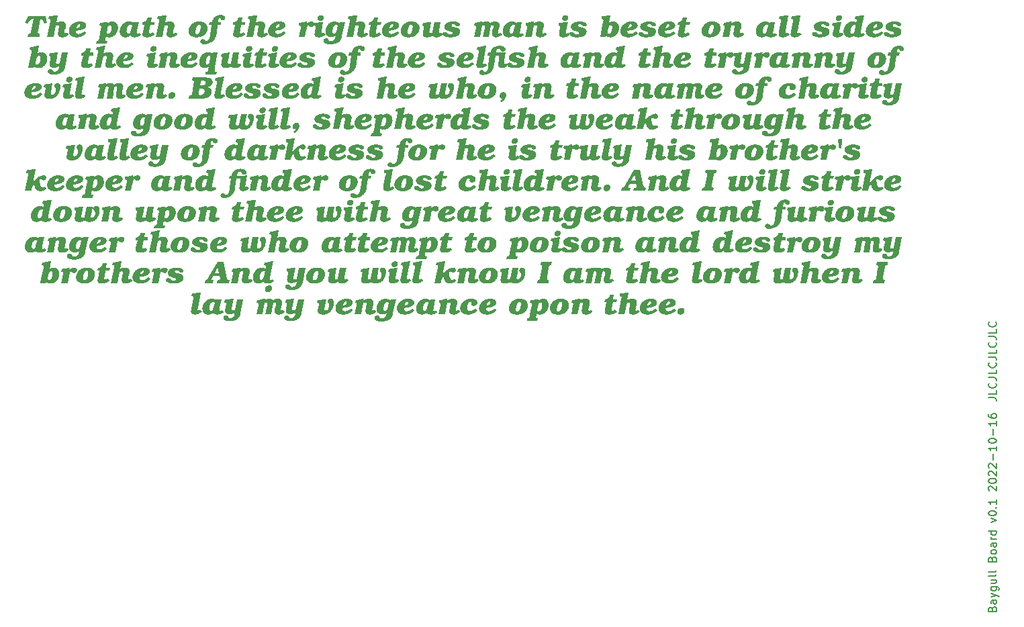
<source format=gbr>
%TF.GenerationSoftware,KiCad,Pcbnew,(6.0.8)*%
%TF.CreationDate,2022-10-22T23:28:31+01:00*%
%TF.ProjectId,bottom_plate,626f7474-6f6d-45f7-906c-6174652e6b69,v1.0.0*%
%TF.SameCoordinates,Original*%
%TF.FileFunction,Legend,Top*%
%TF.FilePolarity,Positive*%
%FSLAX46Y46*%
G04 Gerber Fmt 4.6, Leading zero omitted, Abs format (unit mm)*
G04 Created by KiCad (PCBNEW (6.0.8)) date 2022-10-22 23:28:31*
%MOMM*%
%LPD*%
G01*
G04 APERTURE LIST*
%ADD10C,0.000000*%
%ADD11C,0.150000*%
G04 APERTURE END LIST*
D10*
G36*
X58115642Y4490854D02*
G01*
X58110391Y4550758D01*
X58108608Y4613879D01*
X58108616Y4613876D01*
X58109989Y4667460D01*
X58114098Y4721174D01*
X58120929Y4774899D01*
X58130467Y4828513D01*
X58142696Y4881897D01*
X58157601Y4934930D01*
X58175168Y4987493D01*
X58195383Y5039466D01*
X58218229Y5090728D01*
X58243691Y5141160D01*
X58271756Y5190640D01*
X58302408Y5239050D01*
X58335633Y5286269D01*
X58371414Y5332177D01*
X58409738Y5376654D01*
X58450590Y5419580D01*
X58493953Y5460835D01*
X58539815Y5500298D01*
X58588159Y5537850D01*
X58638971Y5573370D01*
X58692235Y5606739D01*
X58747938Y5637836D01*
X58806063Y5666542D01*
X58866597Y5692736D01*
X58929523Y5716297D01*
X58994828Y5737107D01*
X59062496Y5755045D01*
X59132513Y5769991D01*
X59204863Y5781824D01*
X59279531Y5790425D01*
X59356503Y5795674D01*
X59435764Y5797450D01*
X59499565Y5796489D01*
X59561448Y5793628D01*
X59621408Y5788900D01*
X59679436Y5782337D01*
X59735525Y5773973D01*
X59789670Y5763839D01*
X59841861Y5751968D01*
X59892093Y5738393D01*
X59940358Y5723148D01*
X59986650Y5706263D01*
X60030960Y5687773D01*
X60073282Y5667710D01*
X60113609Y5646106D01*
X60151933Y5622995D01*
X60188248Y5598408D01*
X60222547Y5572379D01*
X60254822Y5544940D01*
X60285066Y5516124D01*
X60313272Y5485964D01*
X60339434Y5454492D01*
X60363543Y5421741D01*
X60385593Y5387744D01*
X60405577Y5352533D01*
X60423487Y5316141D01*
X60439317Y5278601D01*
X60453059Y5239946D01*
X60464707Y5200207D01*
X60474253Y5159418D01*
X60481690Y5117612D01*
X60487010Y5074821D01*
X60490208Y5031078D01*
X60491276Y4986415D01*
X60487666Y4907168D01*
X60476405Y4820468D01*
X60456845Y4728050D01*
X60428338Y4631647D01*
X60390235Y4532993D01*
X60341890Y4433822D01*
X60282652Y4335867D01*
X60248747Y4287887D01*
X60211876Y4240862D01*
X60171958Y4195008D01*
X60128912Y4150541D01*
X60082657Y4107679D01*
X60033112Y4066638D01*
X59980197Y4027635D01*
X59923829Y3990886D01*
X59863929Y3956609D01*
X59800415Y3925020D01*
X59733206Y3896335D01*
X59662221Y3870772D01*
X59587379Y3848548D01*
X59508599Y3829878D01*
X59425800Y3814979D01*
X59338902Y3804069D01*
X59247822Y3797364D01*
X59152481Y3795081D01*
X59070413Y3796688D01*
X58985071Y3801933D01*
X58897637Y3811452D01*
X58809294Y3825883D01*
X58721223Y3845862D01*
X58677660Y3858131D01*
X58634608Y3872026D01*
X58592215Y3887626D01*
X58550630Y3905011D01*
X58509999Y3924260D01*
X58470472Y3945453D01*
X58432195Y3968670D01*
X58395316Y3993991D01*
X58359983Y4021494D01*
X58326345Y4051259D01*
X58294548Y4083367D01*
X58264741Y4117896D01*
X58237071Y4154926D01*
X58211686Y4194537D01*
X58188734Y4236808D01*
X58168363Y4281819D01*
X58150720Y4329650D01*
X58135954Y4380379D01*
X58128173Y4415969D01*
X58970096Y4415969D01*
X58970290Y4402372D01*
X58970869Y4389228D01*
X58971833Y4376536D01*
X58973181Y4364294D01*
X58974914Y4352502D01*
X58977029Y4341157D01*
X58979526Y4330258D01*
X58982405Y4319805D01*
X58985665Y4309794D01*
X58989305Y4300226D01*
X58993325Y4291098D01*
X58997723Y4282409D01*
X59002499Y4274158D01*
X59007653Y4266344D01*
X59013183Y4258964D01*
X59019089Y4252017D01*
X59025370Y4245503D01*
X59032026Y4239419D01*
X59039055Y4233764D01*
X59046458Y4228537D01*
X59054232Y4223737D01*
X59062379Y4219361D01*
X59070896Y4215409D01*
X59079783Y4211879D01*
X59089040Y4208769D01*
X59098666Y4206079D01*
X59108659Y4203806D01*
X59119020Y4201950D01*
X59129748Y4200509D01*
X59140841Y4199481D01*
X59152300Y4198866D01*
X59164123Y4198661D01*
X59196529Y4200860D01*
X59227548Y4207290D01*
X59257204Y4217705D01*
X59285521Y4231858D01*
X59312521Y4249501D01*
X59338230Y4270387D01*
X59362669Y4294268D01*
X59385862Y4320898D01*
X59407834Y4350030D01*
X59428607Y4381415D01*
X59466650Y4449957D01*
X59500179Y4524548D01*
X59529383Y4603209D01*
X59554448Y4683961D01*
X59575563Y4764828D01*
X59592914Y4843829D01*
X59606690Y4918989D01*
X59617078Y4988327D01*
X59624266Y5049866D01*
X59628441Y5101628D01*
X59629791Y5141635D01*
X59629795Y5141631D01*
X59629106Y5175799D01*
X59627013Y5207063D01*
X59625428Y5221635D01*
X59623477Y5235518D01*
X59621154Y5248723D01*
X59618456Y5261262D01*
X59615378Y5273148D01*
X59611913Y5284391D01*
X59608057Y5295005D01*
X59603806Y5305002D01*
X59599154Y5314394D01*
X59594096Y5323192D01*
X59588627Y5331409D01*
X59582743Y5339056D01*
X59576438Y5346147D01*
X59569708Y5352692D01*
X59562547Y5358705D01*
X59554950Y5364197D01*
X59546913Y5369180D01*
X59538430Y5373667D01*
X59529497Y5377668D01*
X59520108Y5381198D01*
X59510259Y5384267D01*
X59499945Y5386887D01*
X59489160Y5389071D01*
X59477899Y5390831D01*
X59466159Y5392179D01*
X59453933Y5393127D01*
X59428005Y5393871D01*
X59401768Y5392134D01*
X59376179Y5387024D01*
X59351251Y5378692D01*
X59326996Y5367290D01*
X59303426Y5352969D01*
X59280553Y5335881D01*
X59258389Y5316176D01*
X59236947Y5294007D01*
X59196274Y5242878D01*
X59158630Y5183707D01*
X59124113Y5117702D01*
X59092820Y5046075D01*
X59064846Y4970038D01*
X59040288Y4890800D01*
X59019243Y4809573D01*
X59001808Y4727566D01*
X58988079Y4645992D01*
X58978153Y4566061D01*
X58972127Y4488983D01*
X58970096Y4415969D01*
X58128173Y4415969D01*
X58124212Y4434087D01*
X58115642Y4490854D01*
G37*
G36*
X112670790Y4622967D02*
G01*
X112675112Y4682169D01*
X112682233Y4740940D01*
X112692087Y4799177D01*
X112704607Y4856777D01*
X112719727Y4913638D01*
X112737379Y4969658D01*
X112757496Y5024734D01*
X112780013Y5078764D01*
X112804861Y5131647D01*
X112831975Y5183278D01*
X112861287Y5233557D01*
X112892730Y5282380D01*
X112926239Y5329646D01*
X112961746Y5375252D01*
X112999183Y5419096D01*
X113038486Y5461075D01*
X113079586Y5501088D01*
X113122417Y5539031D01*
X113166912Y5574803D01*
X113213005Y5608301D01*
X113260628Y5639424D01*
X113309715Y5668067D01*
X113360198Y5694130D01*
X113412012Y5717510D01*
X113465089Y5738105D01*
X113519363Y5755812D01*
X113574767Y5770529D01*
X113631233Y5782154D01*
X113688696Y5790583D01*
X113747088Y5795716D01*
X113806343Y5797450D01*
X113836596Y5797039D01*
X113866286Y5795798D01*
X113895487Y5793716D01*
X113924274Y5790781D01*
X113952720Y5786981D01*
X113980899Y5782307D01*
X114008884Y5776745D01*
X114036751Y5770286D01*
X114064572Y5762917D01*
X114092421Y5754627D01*
X114120373Y5745405D01*
X114148501Y5735239D01*
X114176878Y5724119D01*
X114205580Y5712032D01*
X114234680Y5698967D01*
X114264252Y5684913D01*
X114285234Y5775621D01*
X114293859Y5813973D01*
X114301119Y5848868D01*
X114306923Y5881216D01*
X114309251Y5896719D01*
X114311182Y5911927D01*
X114312703Y5926953D01*
X114313803Y5941910D01*
X114314472Y5956913D01*
X114314697Y5972076D01*
X114314295Y5977917D01*
X114313113Y5983790D01*
X114311193Y5989679D01*
X114308573Y5995572D01*
X114305294Y6001453D01*
X114301396Y6007308D01*
X114296917Y6013124D01*
X114291899Y6018886D01*
X114280401Y6030190D01*
X114267221Y6041108D01*
X114252676Y6051526D01*
X114237086Y6061330D01*
X114220768Y6070406D01*
X114204041Y6078641D01*
X114187224Y6085921D01*
X114170634Y6092132D01*
X114154589Y6097161D01*
X114139409Y6100894D01*
X114125412Y6103217D01*
X114112915Y6104017D01*
X114097382Y6104017D01*
X114159477Y6461024D01*
X114206398Y6461694D01*
X114256536Y6463655D01*
X114364055Y6471151D01*
X114477212Y6482921D01*
X114591188Y6498376D01*
X114701163Y6516922D01*
X114802315Y6537970D01*
X114848076Y6549247D01*
X114889824Y6560928D01*
X114926956Y6572938D01*
X114958870Y6585204D01*
X115265434Y6585204D01*
X114865730Y4610000D01*
X114858826Y4573400D01*
X114852694Y4539118D01*
X114847382Y4506929D01*
X114842933Y4476604D01*
X114839393Y4447916D01*
X114836808Y4420638D01*
X114835224Y4394543D01*
X114834686Y4369403D01*
X114835053Y4355350D01*
X114836164Y4342285D01*
X114837004Y4336120D01*
X114838037Y4330198D01*
X114839265Y4324518D01*
X114840689Y4319078D01*
X114842312Y4313877D01*
X114844136Y4308913D01*
X114846164Y4304184D01*
X114848397Y4299691D01*
X114850837Y4295430D01*
X114853487Y4291401D01*
X114856349Y4287602D01*
X114859424Y4284033D01*
X114862716Y4280690D01*
X114866226Y4277573D01*
X114869956Y4274681D01*
X114873908Y4272012D01*
X114878085Y4269565D01*
X114882489Y4267338D01*
X114887121Y4265330D01*
X114891985Y4263539D01*
X114897081Y4261964D01*
X114902413Y4260604D01*
X114907982Y4259457D01*
X114913790Y4258522D01*
X114919840Y4257797D01*
X114926134Y4257281D01*
X114932673Y4256972D01*
X114939461Y4256869D01*
X114949321Y4257149D01*
X114959960Y4258014D01*
X114971338Y4259504D01*
X114983416Y4261659D01*
X114996154Y4264519D01*
X115009511Y4268124D01*
X115023448Y4272513D01*
X115037926Y4277726D01*
X115052903Y4283804D01*
X115068342Y4290785D01*
X115084201Y4298710D01*
X115100440Y4307618D01*
X115117021Y4317549D01*
X115133903Y4328544D01*
X115151046Y4340641D01*
X115168411Y4353881D01*
X115354683Y4128810D01*
X115304423Y4086053D01*
X115255295Y4046508D01*
X115206974Y4010111D01*
X115159136Y3976801D01*
X115111458Y3946516D01*
X115063614Y3919192D01*
X115015283Y3894767D01*
X114966138Y3873178D01*
X114915856Y3854364D01*
X114864114Y3838260D01*
X114810587Y3824806D01*
X114754950Y3813939D01*
X114696882Y3805595D01*
X114636056Y3799712D01*
X114572149Y3796229D01*
X114504837Y3795081D01*
X114467747Y3795951D01*
X114430771Y3798583D01*
X114394023Y3803011D01*
X114357616Y3809270D01*
X114321664Y3817393D01*
X114286281Y3827414D01*
X114251580Y3839369D01*
X114217674Y3853290D01*
X114184678Y3869212D01*
X114152705Y3887169D01*
X114121869Y3907195D01*
X114092283Y3929325D01*
X114077995Y3941189D01*
X114064061Y3953592D01*
X114050497Y3966537D01*
X114037317Y3980030D01*
X114024535Y3994074D01*
X114012164Y4008674D01*
X114000220Y4023834D01*
X113988716Y4039558D01*
X113954977Y4004837D01*
X113920703Y3973345D01*
X113885905Y3944945D01*
X113850596Y3919501D01*
X113814786Y3896877D01*
X113778488Y3876936D01*
X113741711Y3859542D01*
X113704469Y3844558D01*
X113666771Y3831848D01*
X113628630Y3821275D01*
X113590058Y3812703D01*
X113551064Y3805995D01*
X113511662Y3801016D01*
X113471861Y3797628D01*
X113431675Y3795695D01*
X113391113Y3795081D01*
X113313942Y3798083D01*
X113276465Y3801834D01*
X113239772Y3807087D01*
X113203898Y3813840D01*
X113168877Y3822093D01*
X113134742Y3831848D01*
X113101528Y3843103D01*
X113069269Y3855859D01*
X113038000Y3870115D01*
X113007753Y3885872D01*
X112978564Y3903130D01*
X112950466Y3921889D01*
X112923494Y3942148D01*
X112897681Y3963908D01*
X112873062Y3987168D01*
X112849671Y4011930D01*
X112827542Y4038192D01*
X112806708Y4065955D01*
X112787205Y4095218D01*
X112769066Y4125982D01*
X112752326Y4158247D01*
X112737018Y4192012D01*
X112723177Y4227279D01*
X112710836Y4264045D01*
X112700030Y4302313D01*
X112690793Y4342081D01*
X112683159Y4383351D01*
X112677162Y4426120D01*
X112672836Y4470391D01*
X112670215Y4516162D01*
X112669841Y4536269D01*
X113530815Y4536269D01*
X113531379Y4504484D01*
X113533142Y4474626D01*
X113536213Y4446713D01*
X113538272Y4433490D01*
X113540699Y4420760D01*
X113543506Y4408524D01*
X113546708Y4396786D01*
X113550318Y4385546D01*
X113554349Y4374807D01*
X113558815Y4364571D01*
X113563730Y4354840D01*
X113569106Y4345617D01*
X113574958Y4336903D01*
X113581298Y4328701D01*
X113588141Y4321012D01*
X113595500Y4313839D01*
X113603388Y4307185D01*
X113611819Y4301050D01*
X113620806Y4295438D01*
X113630363Y4290350D01*
X113640503Y4285789D01*
X113651241Y4281756D01*
X113662588Y4278254D01*
X113674560Y4275285D01*
X113687169Y4272851D01*
X113700428Y4270954D01*
X113714352Y4269597D01*
X113728954Y4268781D01*
X113744247Y4268508D01*
X113776759Y4271577D01*
X113808793Y4281052D01*
X113840327Y4297337D01*
X113871338Y4320835D01*
X113901803Y4351951D01*
X113931699Y4391087D01*
X113961004Y4438648D01*
X113989695Y4495037D01*
X114017750Y4560657D01*
X114045145Y4635912D01*
X114071858Y4721206D01*
X114097867Y4816942D01*
X114123147Y4923524D01*
X114147678Y5041356D01*
X114171435Y5170840D01*
X114194397Y5312381D01*
X114181351Y5317888D01*
X114168418Y5322793D01*
X114155622Y5327129D01*
X114142984Y5330932D01*
X114130528Y5334235D01*
X114118276Y5337071D01*
X114106252Y5339476D01*
X114094478Y5341483D01*
X114082976Y5343127D01*
X114071770Y5344440D01*
X114060882Y5345459D01*
X114050335Y5346215D01*
X114030357Y5347081D01*
X114012016Y5347308D01*
X113979225Y5345709D01*
X113947779Y5341014D01*
X113917657Y5333380D01*
X113888839Y5322964D01*
X113861306Y5309921D01*
X113835038Y5294409D01*
X113810014Y5276583D01*
X113786216Y5256600D01*
X113763623Y5234616D01*
X113742215Y5210788D01*
X113721972Y5185271D01*
X113702874Y5158222D01*
X113668036Y5100154D01*
X113637541Y5037833D01*
X113611229Y4972512D01*
X113588942Y4905439D01*
X113570520Y4837867D01*
X113555805Y4771044D01*
X113544636Y4706223D01*
X113536856Y4644653D01*
X113532304Y4587585D01*
X113530823Y4536269D01*
X113530815Y4536269D01*
X112669841Y4536269D01*
X112669334Y4563434D01*
X112670790Y4622967D01*
G37*
G36*
X49765396Y5611180D02*
G01*
X49801712Y5631178D01*
X49839278Y5650380D01*
X49877982Y5668718D01*
X49917708Y5686124D01*
X49958344Y5702530D01*
X49999776Y5717867D01*
X50041890Y5732067D01*
X50084572Y5745061D01*
X50127709Y5756783D01*
X50171187Y5767163D01*
X50214893Y5776133D01*
X50258712Y5783625D01*
X50302531Y5789571D01*
X50346237Y5793903D01*
X50389715Y5796552D01*
X50432852Y5797450D01*
X50491144Y5795969D01*
X50547942Y5791425D01*
X50602932Y5783663D01*
X50629652Y5778527D01*
X50655802Y5772530D01*
X50681344Y5765651D01*
X50706239Y5757872D01*
X50730448Y5749174D01*
X50753931Y5739537D01*
X50776649Y5728942D01*
X50798564Y5717370D01*
X50819636Y5704802D01*
X50839826Y5691219D01*
X50859096Y5676601D01*
X50877405Y5660929D01*
X50894716Y5644185D01*
X50910988Y5626348D01*
X50926183Y5607400D01*
X50940262Y5587322D01*
X50953185Y5566094D01*
X50964914Y5543697D01*
X50975410Y5520112D01*
X50984633Y5495319D01*
X50992544Y5469301D01*
X50999104Y5442037D01*
X51004275Y5413507D01*
X51008017Y5383695D01*
X51010290Y5352578D01*
X51011057Y5320140D01*
X51009183Y5281124D01*
X51003887Y5233389D01*
X50995658Y5178309D01*
X50984984Y5117261D01*
X50958260Y4982760D01*
X50927625Y4840893D01*
X50870265Y4579076D01*
X50851362Y4481138D01*
X50846066Y4445226D01*
X50844192Y4419852D01*
X50844317Y4411643D01*
X50844687Y4403749D01*
X50845299Y4396166D01*
X50846148Y4388890D01*
X50847230Y4381919D01*
X50848541Y4375248D01*
X50850077Y4368875D01*
X50851833Y4362794D01*
X50853804Y4357004D01*
X50855988Y4351500D01*
X50858379Y4346279D01*
X50860973Y4341337D01*
X50863767Y4336671D01*
X50866755Y4332277D01*
X50869933Y4328152D01*
X50873298Y4324291D01*
X50876844Y4320693D01*
X50880568Y4317352D01*
X50884466Y4314265D01*
X50888532Y4311430D01*
X50892763Y4308841D01*
X50897156Y4306496D01*
X50901704Y4304392D01*
X50906404Y4302524D01*
X50911252Y4300889D01*
X50916244Y4299484D01*
X50921375Y4298305D01*
X50926641Y4297348D01*
X50932037Y4296609D01*
X50937560Y4296087D01*
X50943206Y4295775D01*
X50948969Y4295673D01*
X50963477Y4296168D01*
X50977906Y4297636D01*
X50992267Y4300047D01*
X51006571Y4303373D01*
X51020829Y4307586D01*
X51035054Y4312658D01*
X51049255Y4318559D01*
X51063445Y4325262D01*
X51077635Y4332738D01*
X51091837Y4340958D01*
X51106061Y4349895D01*
X51120320Y4359519D01*
X51134624Y4369803D01*
X51148985Y4380718D01*
X51163414Y4392235D01*
X51177923Y4404327D01*
X51360308Y4171497D01*
X51316575Y4126341D01*
X51272570Y4084017D01*
X51228111Y4044535D01*
X51183014Y4007907D01*
X51137099Y3974143D01*
X51090184Y3943256D01*
X51042086Y3915256D01*
X50992624Y3890155D01*
X50941615Y3867965D01*
X50888879Y3848697D01*
X50834233Y3832362D01*
X50777495Y3818971D01*
X50718483Y3808536D01*
X50657015Y3801069D01*
X50592910Y3796580D01*
X50525986Y3795081D01*
X50497180Y3795524D01*
X50468986Y3796846D01*
X50441423Y3799043D01*
X50414511Y3802107D01*
X50388269Y3806033D01*
X50362718Y3810813D01*
X50337878Y3816441D01*
X50313768Y3822912D01*
X50290408Y3830218D01*
X50267819Y3838354D01*
X50246020Y3847312D01*
X50225031Y3857086D01*
X50204871Y3867671D01*
X50185562Y3879059D01*
X50167122Y3891245D01*
X50149572Y3904221D01*
X50132931Y3917982D01*
X50117220Y3932521D01*
X50102458Y3947831D01*
X50088665Y3963907D01*
X50075861Y3980742D01*
X50064067Y3998329D01*
X50053301Y4016662D01*
X50043584Y4035735D01*
X50034936Y4055541D01*
X50027376Y4076074D01*
X50020924Y4097328D01*
X50015601Y4119295D01*
X50011427Y4141971D01*
X50008420Y4165347D01*
X50006601Y4189419D01*
X50005991Y4214179D01*
X50172855Y5168800D01*
X50172304Y5189088D01*
X50170627Y5207780D01*
X50169356Y5216539D01*
X50167790Y5224914D01*
X50165927Y5232909D01*
X50163760Y5240530D01*
X50161287Y5247781D01*
X50158502Y5254668D01*
X50155402Y5261196D01*
X50151982Y5267368D01*
X50148238Y5273191D01*
X50144166Y5278670D01*
X50139762Y5283809D01*
X50135020Y5288613D01*
X50129938Y5293088D01*
X50124510Y5297237D01*
X50118732Y5301067D01*
X50112601Y5304583D01*
X50106111Y5307788D01*
X50099260Y5310689D01*
X50092041Y5313289D01*
X50084452Y5315595D01*
X50076487Y5317611D01*
X50068143Y5319342D01*
X50059416Y5320793D01*
X50050300Y5321969D01*
X50030888Y5323517D01*
X50009872Y5324023D01*
X49997062Y5323666D01*
X49983428Y5322621D01*
X49969056Y5320928D01*
X49954029Y5318627D01*
X49938434Y5315758D01*
X49922355Y5312359D01*
X49889090Y5304136D01*
X49854916Y5294276D01*
X49820513Y5283097D01*
X49786566Y5270917D01*
X49753755Y5258056D01*
X49474356Y3845531D01*
X48659435Y3845531D01*
X48892277Y4967006D01*
X48900825Y5013575D01*
X48904759Y5036859D01*
X48908283Y5060143D01*
X48911262Y5083426D01*
X48913559Y5106709D01*
X48915037Y5129992D01*
X48915426Y5141633D01*
X48915560Y5153274D01*
X48914951Y5167287D01*
X48913051Y5180249D01*
X48909753Y5192199D01*
X48907546Y5197807D01*
X48904949Y5203177D01*
X48901948Y5208314D01*
X48898530Y5213222D01*
X48894682Y5217908D01*
X48890389Y5222375D01*
X48885639Y5226630D01*
X48880418Y5230676D01*
X48868508Y5238163D01*
X48854552Y5244878D01*
X48838441Y5250859D01*
X48820068Y5256146D01*
X48799324Y5260780D01*
X48776103Y5264800D01*
X48750294Y5268246D01*
X48721792Y5271157D01*
X48690487Y5273574D01*
X48760336Y5630586D01*
X48867219Y5640143D01*
X48970009Y5651746D01*
X49069343Y5665987D01*
X49117912Y5674282D01*
X49165856Y5683457D01*
X49213255Y5693588D01*
X49260187Y5704748D01*
X49306733Y5717010D01*
X49352972Y5730449D01*
X49398983Y5745139D01*
X49444847Y5761153D01*
X49490642Y5778565D01*
X49536449Y5797450D01*
X49780927Y5797450D01*
X49765396Y5611180D01*
G37*
G36*
X58380844Y32960959D02*
G01*
X58425502Y32959640D01*
X58469544Y32957452D01*
X58512914Y32954405D01*
X58555553Y32950509D01*
X58597404Y32945772D01*
X58638410Y32940203D01*
X58678512Y32933813D01*
X58717654Y32926609D01*
X58755778Y32918602D01*
X58792826Y32909801D01*
X58828740Y32900214D01*
X58863464Y32889851D01*
X58896939Y32878722D01*
X58929108Y32866835D01*
X58959914Y32854200D01*
X58989299Y32840826D01*
X59017205Y32826723D01*
X59043574Y32811899D01*
X59068350Y32796363D01*
X59091475Y32780126D01*
X59112891Y32763195D01*
X59132540Y32745582D01*
X59150365Y32727294D01*
X59166309Y32708340D01*
X59180314Y32688731D01*
X59192322Y32668476D01*
X59202276Y32647583D01*
X59210118Y32626062D01*
X59215791Y32603922D01*
X59219236Y32581172D01*
X59220398Y32557822D01*
X59220092Y32545932D01*
X59219180Y32534278D01*
X59217670Y32522870D01*
X59215570Y32511718D01*
X59212887Y32500829D01*
X59209629Y32490214D01*
X59205804Y32479882D01*
X59201420Y32469842D01*
X59196484Y32460104D01*
X59191005Y32450675D01*
X59184990Y32441567D01*
X59178447Y32432788D01*
X59171384Y32424346D01*
X59163809Y32416253D01*
X59155729Y32408515D01*
X59147152Y32401144D01*
X59138087Y32394148D01*
X59128541Y32387537D01*
X59118521Y32381319D01*
X59108036Y32375504D01*
X59097093Y32370101D01*
X59085701Y32365119D01*
X59073866Y32360568D01*
X59061598Y32356457D01*
X59048903Y32352795D01*
X59035789Y32349591D01*
X59008338Y32344596D01*
X58979306Y32341544D01*
X58948757Y32340511D01*
X58922120Y32341268D01*
X58897415Y32343474D01*
X58874506Y32347033D01*
X58853258Y32351849D01*
X58833533Y32357824D01*
X58815195Y32364863D01*
X58798107Y32372867D01*
X58782134Y32381742D01*
X58767138Y32391389D01*
X58752984Y32401713D01*
X58739534Y32412616D01*
X58726653Y32424003D01*
X58702051Y32447840D01*
X58678085Y32472450D01*
X58653665Y32497060D01*
X58627698Y32520896D01*
X58613794Y32532283D01*
X58599094Y32543187D01*
X58583462Y32553510D01*
X58566761Y32563158D01*
X58548855Y32572032D01*
X58529608Y32580037D01*
X58508882Y32587075D01*
X58486543Y32593050D01*
X58462452Y32597866D01*
X58436474Y32601425D01*
X58408473Y32603632D01*
X58378311Y32604389D01*
X58352079Y32603884D01*
X58327251Y32602350D01*
X58315376Y32601188D01*
X58303866Y32599759D01*
X58292728Y32598058D01*
X58281965Y32596082D01*
X58271583Y32593828D01*
X58261587Y32591291D01*
X58251982Y32588469D01*
X58242773Y32585357D01*
X58233964Y32581953D01*
X58225561Y32578253D01*
X58217569Y32574253D01*
X58209992Y32569949D01*
X58202836Y32565338D01*
X58196106Y32560417D01*
X58189806Y32555182D01*
X58183942Y32549629D01*
X58178518Y32543755D01*
X58173540Y32537556D01*
X58169012Y32531029D01*
X58164940Y32524170D01*
X58161329Y32516976D01*
X58158182Y32509443D01*
X58155506Y32501567D01*
X58153306Y32493346D01*
X58151586Y32484774D01*
X58150351Y32475850D01*
X58149606Y32466569D01*
X58149357Y32456928D01*
X58149879Y32439915D01*
X58151532Y32423784D01*
X58154447Y32408505D01*
X58158755Y32394050D01*
X58161472Y32387123D01*
X58164586Y32380392D01*
X58168114Y32373852D01*
X58172072Y32367500D01*
X58176476Y32361333D01*
X58181342Y32355348D01*
X58186687Y32349540D01*
X58192528Y32343906D01*
X58198880Y32338443D01*
X58205761Y32333146D01*
X58213185Y32328014D01*
X58221170Y32323040D01*
X58238887Y32313560D01*
X58259044Y32304676D01*
X58281769Y32296361D01*
X58307194Y32288585D01*
X58335451Y32281322D01*
X58366669Y32274541D01*
X58688755Y32212452D01*
X58747804Y32199702D01*
X58804073Y32184666D01*
X58857420Y32167244D01*
X58907703Y32147331D01*
X58931651Y32136409D01*
X58954780Y32124826D01*
X58977072Y32112570D01*
X58998510Y32099627D01*
X59019074Y32085985D01*
X59038748Y32071632D01*
X59057515Y32056553D01*
X59075355Y32040737D01*
X59092252Y32024170D01*
X59108187Y32006841D01*
X59123143Y31988735D01*
X59137103Y31969841D01*
X59150047Y31950145D01*
X59161959Y31929635D01*
X59172822Y31908298D01*
X59182616Y31886121D01*
X59191324Y31863091D01*
X59198929Y31839196D01*
X59205412Y31814422D01*
X59210757Y31788758D01*
X59214945Y31762190D01*
X59217958Y31734705D01*
X59219779Y31706290D01*
X59220390Y31676934D01*
X59217110Y31622188D01*
X59206884Y31564754D01*
X59189132Y31505489D01*
X59163274Y31445252D01*
X59128730Y31384901D01*
X59084921Y31325295D01*
X59031266Y31267293D01*
X58967186Y31211751D01*
X58892101Y31159529D01*
X58850251Y31134931D01*
X58805431Y31111485D01*
X58757571Y31089298D01*
X58706597Y31068478D01*
X58652437Y31049131D01*
X58595018Y31031365D01*
X58534268Y31015288D01*
X58470114Y31001006D01*
X58402484Y30988626D01*
X58331306Y30978257D01*
X58256507Y30970006D01*
X58178014Y30963979D01*
X58095756Y30960284D01*
X58009659Y30959029D01*
X57921893Y30960671D01*
X57833775Y30965615D01*
X57746134Y30973891D01*
X57659801Y30985526D01*
X57575605Y31000549D01*
X57494377Y31018988D01*
X57455134Y31029498D01*
X57416945Y31040872D01*
X57379913Y31053115D01*
X57344141Y31066230D01*
X57309733Y31080220D01*
X57276794Y31095089D01*
X57245426Y31110840D01*
X57215733Y31127478D01*
X57187820Y31145005D01*
X57161790Y31163425D01*
X57137746Y31182742D01*
X57115793Y31202959D01*
X57096034Y31224080D01*
X57078573Y31246109D01*
X57063514Y31269048D01*
X57050960Y31292902D01*
X57041016Y31317674D01*
X57033784Y31343367D01*
X57029369Y31369986D01*
X57027874Y31397533D01*
X57028202Y31411550D01*
X57029182Y31425219D01*
X57030806Y31438535D01*
X57033066Y31451490D01*
X57035954Y31464078D01*
X57039462Y31476294D01*
X57043582Y31488130D01*
X57048308Y31499580D01*
X57053630Y31510638D01*
X57059541Y31521297D01*
X57066033Y31531552D01*
X57073099Y31541394D01*
X57080731Y31550820D01*
X57088920Y31559821D01*
X57097659Y31568391D01*
X57106941Y31576524D01*
X57116756Y31584214D01*
X57127099Y31591454D01*
X57137959Y31598238D01*
X57149331Y31604560D01*
X57161206Y31610412D01*
X57173576Y31615789D01*
X57186434Y31620685D01*
X57199771Y31625092D01*
X57213580Y31629005D01*
X57227853Y31632416D01*
X57257759Y31637712D01*
X57289428Y31640926D01*
X57322796Y31642009D01*
X57350703Y31641074D01*
X57377017Y31638348D01*
X57401852Y31633951D01*
X57425321Y31628003D01*
X57447536Y31620621D01*
X57468611Y31611927D01*
X57488659Y31602039D01*
X57507792Y31591077D01*
X57526123Y31579159D01*
X57543766Y31566406D01*
X57560833Y31552937D01*
X57577438Y31538871D01*
X57609711Y31509426D01*
X57641490Y31479025D01*
X57673678Y31448625D01*
X57707179Y31419180D01*
X57724704Y31405114D01*
X57742897Y31391644D01*
X57761870Y31378891D01*
X57781736Y31366974D01*
X57802608Y31356012D01*
X57824599Y31346124D01*
X57847822Y31337429D01*
X57872390Y31330048D01*
X57898417Y31324099D01*
X57926014Y31319702D01*
X57955295Y31316977D01*
X57986374Y31316042D01*
X58003905Y31316268D01*
X58020848Y31316941D01*
X58037203Y31318053D01*
X58052973Y31319596D01*
X58068161Y31321563D01*
X58082769Y31323946D01*
X58096797Y31326736D01*
X58110250Y31329927D01*
X58123128Y31333509D01*
X58135435Y31337477D01*
X58147171Y31341820D01*
X58158340Y31346533D01*
X58168943Y31351606D01*
X58178983Y31357033D01*
X58188461Y31362805D01*
X58197380Y31368914D01*
X58205742Y31375353D01*
X58213550Y31382114D01*
X58220804Y31389189D01*
X58227507Y31396571D01*
X58233662Y31404250D01*
X58239271Y31412221D01*
X58244335Y31420474D01*
X58248857Y31429002D01*
X58252840Y31437798D01*
X58256284Y31446852D01*
X58259192Y31456158D01*
X58261567Y31465708D01*
X58263411Y31475494D01*
X58264725Y31485508D01*
X58265512Y31495742D01*
X58265774Y31506189D01*
X58265309Y31520295D01*
X58263871Y31533542D01*
X58261400Y31545983D01*
X58259756Y31551916D01*
X58257831Y31557667D01*
X58255616Y31563242D01*
X58253103Y31568646D01*
X58250284Y31573888D01*
X58247152Y31578972D01*
X58243699Y31583906D01*
X58239917Y31588695D01*
X58235798Y31593347D01*
X58231335Y31597867D01*
X58226519Y31602262D01*
X58221342Y31606539D01*
X58209878Y31614761D01*
X58196879Y31622586D01*
X58182282Y31630064D01*
X58166025Y31637246D01*
X58148046Y31644184D01*
X58128282Y31650928D01*
X58106670Y31657531D01*
X57703094Y31773948D01*
X57673432Y31783007D01*
X57644829Y31792707D01*
X57617281Y31803033D01*
X57590777Y31813967D01*
X57565311Y31825492D01*
X57540874Y31837591D01*
X57517459Y31850247D01*
X57495058Y31863444D01*
X57473663Y31877163D01*
X57453267Y31891388D01*
X57433861Y31906103D01*
X57415438Y31921289D01*
X57397990Y31936929D01*
X57381509Y31953008D01*
X57365987Y31969507D01*
X57351416Y31986409D01*
X57337790Y32003698D01*
X57325099Y32021357D01*
X57313336Y32039368D01*
X57302493Y32057715D01*
X57292562Y32076379D01*
X57283536Y32095345D01*
X57275407Y32114596D01*
X57268167Y32134113D01*
X57261807Y32153881D01*
X57256321Y32173881D01*
X57251701Y32194098D01*
X57247938Y32214514D01*
X57242954Y32255873D01*
X57241306Y32297825D01*
X57242485Y32332163D01*
X57246007Y32366029D01*
X57251852Y32399382D01*
X57259997Y32432181D01*
X57270421Y32464387D01*
X57283104Y32495958D01*
X57298023Y32526854D01*
X57315158Y32557034D01*
X57334488Y32586458D01*
X57355990Y32615086D01*
X57405427Y32669790D01*
X57463300Y32720822D01*
X57529439Y32767858D01*
X57603672Y32810573D01*
X57685829Y32848645D01*
X57775740Y32881748D01*
X57873234Y32909559D01*
X57978140Y32931754D01*
X58090288Y32948009D01*
X58209508Y32957999D01*
X58335628Y32961401D01*
X58380844Y32960959D01*
G37*
G36*
X65454517Y13508130D02*
G01*
X65920185Y13508130D01*
X65869736Y13151118D01*
X65384662Y13151118D01*
X65248844Y12390529D01*
X65230412Y12283328D01*
X65225577Y12251866D01*
X65221560Y12221906D01*
X65218816Y12195129D01*
X65218063Y12183459D01*
X65217800Y12173217D01*
X65218258Y12159076D01*
X65219642Y12145765D01*
X65220686Y12139424D01*
X65221969Y12133295D01*
X65223492Y12127379D01*
X65225258Y12121678D01*
X65227267Y12116193D01*
X65229524Y12110925D01*
X65232029Y12105876D01*
X65234784Y12101048D01*
X65237793Y12096441D01*
X65241057Y12092057D01*
X65244578Y12087898D01*
X65248359Y12083964D01*
X65252401Y12080258D01*
X65256706Y12076781D01*
X65261277Y12073534D01*
X65266117Y12070519D01*
X65271226Y12067737D01*
X65276607Y12065189D01*
X65282263Y12062877D01*
X65288195Y12060803D01*
X65294406Y12058967D01*
X65300897Y12057371D01*
X65307671Y12056017D01*
X65314730Y12054906D01*
X65322077Y12054040D01*
X65329712Y12053419D01*
X65337639Y12053045D01*
X65345859Y12052920D01*
X65360734Y12053341D01*
X65376274Y12054649D01*
X65392508Y12056911D01*
X65409463Y12060196D01*
X65427169Y12064573D01*
X65445654Y12070110D01*
X65464946Y12076874D01*
X65485073Y12084934D01*
X65506065Y12094359D01*
X65527949Y12105216D01*
X65550754Y12117574D01*
X65574509Y12131501D01*
X65599241Y12147065D01*
X65624979Y12164334D01*
X65651752Y12183376D01*
X65679588Y12204261D01*
X65889137Y11936502D01*
X65844385Y11891943D01*
X65797427Y11849971D01*
X65748241Y11810624D01*
X65696805Y11773944D01*
X65643094Y11739969D01*
X65587087Y11708740D01*
X65528761Y11680297D01*
X65468093Y11654678D01*
X65405061Y11631924D01*
X65339640Y11612075D01*
X65271810Y11595171D01*
X65201547Y11581251D01*
X65128828Y11570354D01*
X65053631Y11562522D01*
X64975932Y11557794D01*
X64895710Y11556209D01*
X64847707Y11557326D01*
X64800000Y11560779D01*
X64752975Y11566722D01*
X64707019Y11575308D01*
X64684562Y11580641D01*
X64662517Y11586691D01*
X64640933Y11593479D01*
X64619858Y11601024D01*
X64599340Y11609345D01*
X64579427Y11618461D01*
X64560167Y11628392D01*
X64541610Y11639155D01*
X64523803Y11650772D01*
X64506795Y11663260D01*
X64490634Y11676639D01*
X64475368Y11690929D01*
X64461045Y11706148D01*
X64447715Y11722316D01*
X64435425Y11739451D01*
X64424223Y11757573D01*
X64414158Y11776702D01*
X64405279Y11796856D01*
X64397633Y11818054D01*
X64391269Y11840316D01*
X64386235Y11863661D01*
X64382579Y11888108D01*
X64380350Y11913676D01*
X64379597Y11940385D01*
X64379817Y11953873D01*
X64380453Y11968072D01*
X64382809Y11998168D01*
X64386348Y12029811D01*
X64390751Y12062136D01*
X64395700Y12094280D01*
X64400877Y12125377D01*
X64410641Y12180978D01*
X64593029Y13151120D01*
X64340790Y13151120D01*
X64395126Y13484847D01*
X64456413Y13493817D01*
X64515068Y13506220D01*
X64571005Y13522125D01*
X64624140Y13541600D01*
X64649630Y13552698D01*
X64674387Y13564713D01*
X64698401Y13577655D01*
X64721662Y13591532D01*
X64744157Y13606353D01*
X64765878Y13622125D01*
X64786812Y13638859D01*
X64806950Y13656562D01*
X64826281Y13675242D01*
X64844794Y13694909D01*
X64862479Y13715570D01*
X64879324Y13737235D01*
X64895320Y13759911D01*
X64910455Y13783608D01*
X64924719Y13808334D01*
X64938101Y13834097D01*
X64950591Y13860906D01*
X64962177Y13888770D01*
X64972850Y13917696D01*
X64982598Y13947694D01*
X64991412Y13978773D01*
X64999279Y14010939D01*
X65006190Y14044203D01*
X65012134Y14078572D01*
X65539890Y14078572D01*
X65454517Y13508130D01*
G37*
G36*
X66324445Y8878939D02*
G01*
X66347841Y8931491D01*
X66374132Y8983134D01*
X66403262Y9033762D01*
X66435179Y9083270D01*
X66469829Y9131552D01*
X66507160Y9178505D01*
X66547117Y9224023D01*
X66589649Y9268000D01*
X66634700Y9310331D01*
X66682219Y9350912D01*
X66732151Y9389636D01*
X66784444Y9426400D01*
X66839044Y9461097D01*
X66895898Y9493623D01*
X66954952Y9523872D01*
X67016154Y9551739D01*
X67079450Y9577119D01*
X67144786Y9599908D01*
X67212110Y9619999D01*
X67281368Y9637288D01*
X67352507Y9651669D01*
X67425473Y9663037D01*
X67500213Y9671287D01*
X67576675Y9676315D01*
X67654804Y9678014D01*
X67698992Y9677460D01*
X67742048Y9675809D01*
X67783954Y9673080D01*
X67824693Y9669290D01*
X67864246Y9664457D01*
X67902597Y9658599D01*
X67939727Y9651733D01*
X67975618Y9643877D01*
X68010253Y9635049D01*
X68043614Y9625267D01*
X68075684Y9614549D01*
X68106444Y9602912D01*
X68135876Y9590373D01*
X68163963Y9576952D01*
X68190688Y9562665D01*
X68216032Y9547530D01*
X68239977Y9531566D01*
X68262507Y9514789D01*
X68283602Y9497218D01*
X68303246Y9478870D01*
X68321421Y9459763D01*
X68338108Y9439916D01*
X68353290Y9419344D01*
X68366950Y9398068D01*
X68379069Y9376103D01*
X68389630Y9353469D01*
X68398615Y9330182D01*
X68406006Y9306261D01*
X68411785Y9281723D01*
X68415936Y9256585D01*
X68418439Y9230867D01*
X68419277Y9204585D01*
X68417575Y9162162D01*
X68412525Y9121450D01*
X68404214Y9082411D01*
X68392727Y9045005D01*
X68378150Y9009194D01*
X68360571Y8974938D01*
X68340073Y8942198D01*
X68316744Y8910936D01*
X68290670Y8881112D01*
X68261936Y8852687D01*
X68230628Y8825622D01*
X68196832Y8799878D01*
X68122123Y8752196D01*
X68038494Y8709329D01*
X67946634Y8670964D01*
X67847231Y8636788D01*
X67740973Y8606489D01*
X67628548Y8579754D01*
X67510643Y8556271D01*
X67387946Y8535727D01*
X67261145Y8517809D01*
X67130928Y8502204D01*
X67130928Y8405189D01*
X67131379Y8386908D01*
X67132717Y8369176D01*
X67134918Y8351993D01*
X67137961Y8335362D01*
X67141823Y8319286D01*
X67146481Y8303766D01*
X67151911Y8288804D01*
X67158092Y8274403D01*
X67165000Y8260565D01*
X67172614Y8247291D01*
X67180909Y8234585D01*
X67189864Y8222448D01*
X67199456Y8210882D01*
X67209661Y8199890D01*
X67220458Y8189473D01*
X67231823Y8179633D01*
X67243734Y8170374D01*
X67256167Y8161696D01*
X67269101Y8153603D01*
X67282513Y8146096D01*
X67296379Y8139177D01*
X67310677Y8132848D01*
X67325384Y8127112D01*
X67340478Y8121971D01*
X67371735Y8113482D01*
X67404264Y8107396D01*
X67437885Y8103733D01*
X67472416Y8102508D01*
X67517746Y8103963D01*
X67563480Y8108329D01*
X67609566Y8115605D01*
X67655953Y8125791D01*
X67702591Y8138888D01*
X67749428Y8154895D01*
X67796412Y8173812D01*
X67843493Y8195640D01*
X67890620Y8220379D01*
X67937741Y8248027D01*
X67984805Y8278587D01*
X68031762Y8312056D01*
X68078559Y8348437D01*
X68125145Y8387727D01*
X68171471Y8429928D01*
X68217483Y8475040D01*
X68469719Y8249965D01*
X68429803Y8205640D01*
X68389408Y8163578D01*
X68348603Y8123723D01*
X68307455Y8086019D01*
X68266031Y8050410D01*
X68224399Y8016839D01*
X68182627Y7985250D01*
X68140781Y7955588D01*
X68057140Y7901818D01*
X67974016Y7855080D01*
X67891949Y7814924D01*
X67811479Y7780902D01*
X67733148Y7752564D01*
X67657493Y7729462D01*
X67585056Y7711145D01*
X67516376Y7697166D01*
X67451994Y7687076D01*
X67392449Y7680424D01*
X67338281Y7676762D01*
X67290031Y7675641D01*
X67207964Y7677248D01*
X67122622Y7682493D01*
X67035188Y7692012D01*
X66946844Y7706443D01*
X66858774Y7726422D01*
X66815210Y7738691D01*
X66772158Y7752586D01*
X66729765Y7768186D01*
X66688180Y7785571D01*
X66647550Y7804820D01*
X66608022Y7826014D01*
X66569745Y7849231D01*
X66532866Y7874551D01*
X66497534Y7902055D01*
X66463895Y7931820D01*
X66432098Y7963928D01*
X66402291Y7998457D01*
X66374621Y8035487D01*
X66349236Y8075098D01*
X66326284Y8117370D01*
X66305913Y8162381D01*
X66288271Y8210212D01*
X66273504Y8260942D01*
X66261762Y8314650D01*
X66253192Y8371417D01*
X66247941Y8431321D01*
X66246158Y8494443D01*
X66247809Y8550417D01*
X66252727Y8606218D01*
X66260857Y8661740D01*
X66272148Y8716878D01*
X66286544Y8771528D01*
X66299818Y8812646D01*
X67177490Y8812646D01*
X67219607Y8822370D01*
X67262674Y8834043D01*
X67306184Y8847614D01*
X67349631Y8863033D01*
X67392510Y8880249D01*
X67434314Y8899209D01*
X67474538Y8919864D01*
X67493899Y8930810D01*
X67512676Y8942161D01*
X67530804Y8953910D01*
X67548221Y8966050D01*
X67564864Y8978575D01*
X67580669Y8991479D01*
X67595573Y9004756D01*
X67609512Y9018398D01*
X67622425Y9032400D01*
X67634246Y9046755D01*
X67644914Y9061457D01*
X67654364Y9076499D01*
X67662534Y9091875D01*
X67669361Y9107579D01*
X67674780Y9123603D01*
X67678729Y9139943D01*
X67681145Y9156591D01*
X67681965Y9173541D01*
X67681807Y9181134D01*
X67681338Y9188627D01*
X67680564Y9196010D01*
X67679494Y9203274D01*
X67678134Y9210411D01*
X67676491Y9217410D01*
X67674572Y9224263D01*
X67672385Y9230961D01*
X67669936Y9237494D01*
X67667233Y9243852D01*
X67664283Y9250027D01*
X67661092Y9256010D01*
X67657669Y9261791D01*
X67654019Y9267361D01*
X67650151Y9272710D01*
X67646070Y9277830D01*
X67641786Y9282711D01*
X67637303Y9287345D01*
X67632630Y9291721D01*
X67627774Y9295830D01*
X67622742Y9299664D01*
X67617540Y9303213D01*
X67612177Y9306468D01*
X67606658Y9309420D01*
X67600992Y9312058D01*
X67595185Y9314375D01*
X67589244Y9316361D01*
X67583177Y9318007D01*
X67576990Y9319302D01*
X67570691Y9320240D01*
X67564287Y9320809D01*
X67557785Y9321000D01*
X67543599Y9320379D01*
X67529427Y9318531D01*
X67515281Y9315481D01*
X67501176Y9311253D01*
X67487125Y9305871D01*
X67473142Y9299360D01*
X67445431Y9283044D01*
X67418152Y9262498D01*
X67391414Y9237917D01*
X67365323Y9209493D01*
X67339989Y9177420D01*
X67315518Y9141890D01*
X67292019Y9103098D01*
X67269601Y9061236D01*
X67248371Y9016497D01*
X67228436Y8969076D01*
X67209906Y8919165D01*
X67192888Y8866957D01*
X67177490Y8812646D01*
X66299818Y8812646D01*
X66303995Y8825583D01*
X66324445Y8878939D01*
G37*
G36*
X26205764Y12251981D02*
G01*
X26200514Y12311885D01*
X26198731Y12375007D01*
X26200104Y12428591D01*
X26204213Y12482305D01*
X26211044Y12536029D01*
X26220582Y12589643D01*
X26232811Y12643027D01*
X26247716Y12696061D01*
X26265284Y12748624D01*
X26285498Y12800596D01*
X26308344Y12851858D01*
X26333807Y12902290D01*
X26361872Y12951770D01*
X26392524Y13000180D01*
X26425749Y13047399D01*
X26461530Y13093307D01*
X26499854Y13137784D01*
X26540706Y13180710D01*
X26584070Y13221964D01*
X26629931Y13261428D01*
X26678275Y13298979D01*
X26729087Y13334500D01*
X26782352Y13367869D01*
X26838055Y13398966D01*
X26896180Y13427671D01*
X26956714Y13453865D01*
X27019641Y13477427D01*
X27084946Y13498237D01*
X27152615Y13516174D01*
X27222632Y13531120D01*
X27294982Y13542954D01*
X27369651Y13551555D01*
X27446623Y13556803D01*
X27525884Y13558580D01*
X27589685Y13557619D01*
X27651568Y13554758D01*
X27711528Y13550030D01*
X27769556Y13543467D01*
X27825646Y13535102D01*
X27879790Y13524968D01*
X27931982Y13513097D01*
X27982214Y13499522D01*
X28030479Y13484277D01*
X28076770Y13467392D01*
X28121081Y13448902D01*
X28163403Y13428839D01*
X28203730Y13407235D01*
X28242054Y13384123D01*
X28278369Y13359536D01*
X28312668Y13333507D01*
X28344943Y13306068D01*
X28375187Y13277252D01*
X28403393Y13247092D01*
X28429555Y13215620D01*
X28453664Y13182869D01*
X28475714Y13148872D01*
X28495698Y13113661D01*
X28513608Y13077269D01*
X28529438Y13039729D01*
X28543181Y13001073D01*
X28554828Y12961335D01*
X28564374Y12920546D01*
X28571811Y12878740D01*
X28577132Y12835949D01*
X28580329Y12792205D01*
X28581397Y12747543D01*
X28577787Y12668295D01*
X28566527Y12581595D01*
X28546966Y12489176D01*
X28518459Y12392773D01*
X28480356Y12294119D01*
X28432010Y12194948D01*
X28372773Y12096993D01*
X28338868Y12049013D01*
X28301996Y12001988D01*
X28262078Y11956134D01*
X28219032Y11911667D01*
X28172778Y11868805D01*
X28123233Y11827765D01*
X28070317Y11788762D01*
X28013950Y11752013D01*
X27954050Y11717736D01*
X27890535Y11686147D01*
X27823326Y11657462D01*
X27752342Y11631900D01*
X27677500Y11609675D01*
X27598720Y11591005D01*
X27515922Y11576107D01*
X27429023Y11565197D01*
X27337944Y11558492D01*
X27242603Y11556209D01*
X27160535Y11557816D01*
X27075193Y11563060D01*
X26987759Y11572580D01*
X26899415Y11587011D01*
X26811345Y11606989D01*
X26767781Y11619258D01*
X26724729Y11633153D01*
X26682337Y11648753D01*
X26640751Y11666137D01*
X26600121Y11685387D01*
X26560593Y11706580D01*
X26522316Y11729797D01*
X26485438Y11755117D01*
X26450105Y11782620D01*
X26416467Y11812386D01*
X26384670Y11844493D01*
X26354863Y11879022D01*
X26327193Y11916053D01*
X26301808Y11955663D01*
X26278857Y11997935D01*
X26258485Y12042946D01*
X26240843Y12090776D01*
X26226077Y12141506D01*
X26218295Y12177098D01*
X27060216Y12177098D01*
X27060410Y12163501D01*
X27060988Y12150357D01*
X27061953Y12137665D01*
X27063301Y12125423D01*
X27065033Y12113631D01*
X27067148Y12102286D01*
X27069646Y12091387D01*
X27072525Y12080933D01*
X27075785Y12070923D01*
X27079425Y12061354D01*
X27083444Y12052226D01*
X27087843Y12043537D01*
X27092619Y12035286D01*
X27097772Y12027471D01*
X27103302Y12020091D01*
X27109208Y12013145D01*
X27115490Y12006630D01*
X27122145Y12000546D01*
X27129174Y11994891D01*
X27136577Y11989664D01*
X27144352Y11984863D01*
X27152498Y11980487D01*
X27161015Y11976535D01*
X27169903Y11973005D01*
X27179160Y11969895D01*
X27188785Y11967205D01*
X27198779Y11964932D01*
X27209140Y11963076D01*
X27219868Y11961635D01*
X27230962Y11960607D01*
X27242421Y11959992D01*
X27254244Y11959787D01*
X27286649Y11961985D01*
X27317668Y11968416D01*
X27347324Y11978831D01*
X27375641Y11992984D01*
X27402641Y12010627D01*
X27428350Y12031513D01*
X27452789Y12055394D01*
X27475982Y12082025D01*
X27497953Y12111156D01*
X27518726Y12142541D01*
X27556769Y12211084D01*
X27590299Y12285675D01*
X27619502Y12364336D01*
X27644568Y12445089D01*
X27665683Y12525956D01*
X27683034Y12604958D01*
X27696810Y12680117D01*
X27707199Y12749456D01*
X27714387Y12810996D01*
X27718562Y12862758D01*
X27719912Y12902764D01*
X27719223Y12936931D01*
X27717130Y12968195D01*
X27715545Y12982767D01*
X27713594Y12996650D01*
X27711271Y13009855D01*
X27708573Y13022394D01*
X27705494Y13034279D01*
X27702030Y13045523D01*
X27698174Y13056137D01*
X27693923Y13066134D01*
X27689271Y13075525D01*
X27684213Y13084323D01*
X27678744Y13092540D01*
X27672860Y13100187D01*
X27666555Y13107278D01*
X27659825Y13113823D01*
X27652664Y13119836D01*
X27645067Y13125327D01*
X27637030Y13130310D01*
X27628547Y13134797D01*
X27619614Y13138798D01*
X27610225Y13142328D01*
X27600376Y13145396D01*
X27590062Y13148017D01*
X27579277Y13150201D01*
X27568017Y13151961D01*
X27556276Y13153309D01*
X27544050Y13154256D01*
X27518123Y13155000D01*
X27491885Y13153263D01*
X27466297Y13148153D01*
X27441369Y13139822D01*
X27417114Y13128420D01*
X27393544Y13114099D01*
X27370672Y13097010D01*
X27348508Y13077306D01*
X27327066Y13055136D01*
X27286393Y13004008D01*
X27248750Y12944836D01*
X27214233Y12878831D01*
X27182939Y12807205D01*
X27154965Y12731167D01*
X27130408Y12651929D01*
X27109363Y12570702D01*
X27091928Y12488696D01*
X27078199Y12407122D01*
X27068273Y12327190D01*
X27062247Y12250112D01*
X27060216Y12177098D01*
X26218295Y12177098D01*
X26214335Y12195214D01*
X26205764Y12251981D01*
G37*
G36*
X56372066Y682029D02*
G01*
X56366358Y646981D01*
X56363735Y629230D01*
X56361385Y611206D01*
X56359400Y592819D01*
X56357869Y573977D01*
X56356885Y554589D01*
X56356537Y534564D01*
X56356717Y526994D01*
X56357255Y519566D01*
X56358142Y512288D01*
X56359371Y505165D01*
X56360936Y498204D01*
X56362829Y491412D01*
X56365044Y484794D01*
X56367572Y478358D01*
X56370407Y472109D01*
X56373542Y466054D01*
X56376970Y460200D01*
X56380684Y454552D01*
X56384676Y449117D01*
X56388939Y443902D01*
X56393467Y438913D01*
X56398252Y434157D01*
X56403288Y429639D01*
X56408566Y425366D01*
X56414080Y421344D01*
X56419823Y417581D01*
X56425787Y414082D01*
X56431967Y410853D01*
X56438353Y407902D01*
X56444940Y405235D01*
X56451721Y402857D01*
X56458687Y400775D01*
X56465833Y398996D01*
X56473150Y397527D01*
X56480632Y396372D01*
X56488273Y395540D01*
X56496063Y395036D01*
X56503998Y394866D01*
X56519502Y395184D01*
X56535443Y396132D01*
X56551805Y397706D01*
X56568571Y399899D01*
X56585724Y402706D01*
X56603246Y406121D01*
X56621121Y410139D01*
X56639331Y414754D01*
X56657859Y419960D01*
X56676689Y425751D01*
X56695803Y432123D01*
X56715184Y439068D01*
X56734815Y446582D01*
X56754680Y454658D01*
X56774760Y463291D01*
X56795040Y472476D01*
X57058933Y1822913D01*
X57835045Y1822913D01*
X57512955Y14571D01*
X57501371Y-41815D01*
X57487044Y-96725D01*
X57470049Y-150139D01*
X57450463Y-202036D01*
X57428362Y-252395D01*
X57403821Y-301196D01*
X57376917Y-348418D01*
X57347726Y-394040D01*
X57316324Y-438043D01*
X57282786Y-480405D01*
X57247189Y-521105D01*
X57209609Y-560124D01*
X57170122Y-597440D01*
X57128804Y-633034D01*
X57040979Y-698968D01*
X56946742Y-757763D01*
X56846700Y-809254D01*
X56741464Y-853275D01*
X56631640Y-889662D01*
X56517838Y-918250D01*
X56400664Y-938874D01*
X56280728Y-951369D01*
X56158638Y-955571D01*
X56112201Y-955096D01*
X56066773Y-953677D01*
X56022383Y-951328D01*
X55979063Y-948060D01*
X55936842Y-943885D01*
X55895752Y-938816D01*
X55855823Y-932865D01*
X55817086Y-926042D01*
X55779571Y-918362D01*
X55743309Y-909835D01*
X55708330Y-900474D01*
X55674665Y-890291D01*
X55642344Y-879298D01*
X55611398Y-867507D01*
X55581857Y-854930D01*
X55553753Y-841580D01*
X55527115Y-827467D01*
X55501974Y-812605D01*
X55478361Y-797006D01*
X55456306Y-780681D01*
X55435840Y-763642D01*
X55416994Y-745903D01*
X55399797Y-727474D01*
X55384281Y-708367D01*
X55370476Y-688596D01*
X55358412Y-668172D01*
X55348120Y-647107D01*
X55339632Y-625413D01*
X55332976Y-603102D01*
X55328184Y-580186D01*
X55325287Y-556678D01*
X55324314Y-532590D01*
X55324742Y-515708D01*
X55326012Y-499265D01*
X55328100Y-483267D01*
X55330984Y-467720D01*
X55334641Y-452630D01*
X55339048Y-438005D01*
X55344183Y-423849D01*
X55350023Y-410171D01*
X55356545Y-396976D01*
X55363726Y-384270D01*
X55371544Y-372060D01*
X55379976Y-360353D01*
X55388999Y-349154D01*
X55398590Y-338470D01*
X55408727Y-328308D01*
X55419388Y-318674D01*
X55430548Y-309575D01*
X55442186Y-301016D01*
X55454279Y-293004D01*
X55466803Y-285545D01*
X55479737Y-278647D01*
X55493058Y-272315D01*
X55506742Y-266555D01*
X55520768Y-261375D01*
X55535111Y-256780D01*
X55549751Y-252777D01*
X55564663Y-249372D01*
X55579825Y-246573D01*
X55595215Y-244384D01*
X55610809Y-242812D01*
X55642521Y-241547D01*
X55677671Y-242505D01*
X55709757Y-245295D01*
X55738969Y-249797D01*
X55765494Y-255887D01*
X55789521Y-263444D01*
X55811237Y-272346D01*
X55830832Y-282469D01*
X55848494Y-293693D01*
X55864411Y-305894D01*
X55878770Y-318950D01*
X55891762Y-332740D01*
X55903572Y-347141D01*
X55914391Y-362031D01*
X55924407Y-377288D01*
X55942780Y-408412D01*
X55960198Y-439536D01*
X55978167Y-469682D01*
X55987830Y-484083D01*
X55998194Y-497873D01*
X56009450Y-510930D01*
X56021786Y-523131D01*
X56035389Y-534355D01*
X56050447Y-544478D01*
X56067150Y-553379D01*
X56085686Y-560936D01*
X56106242Y-567027D01*
X56129008Y-571528D01*
X56154170Y-574319D01*
X56181919Y-575276D01*
X56238673Y-572767D01*
X56293795Y-565204D01*
X56320661Y-559511D01*
X56347019Y-552536D01*
X56372836Y-544272D01*
X56398078Y-534712D01*
X56422711Y-523852D01*
X56446704Y-511682D01*
X56470021Y-498199D01*
X56492629Y-483394D01*
X56514496Y-467262D01*
X56535588Y-449796D01*
X56555871Y-430991D01*
X56575312Y-410838D01*
X56593878Y-389333D01*
X56611534Y-366469D01*
X56628249Y-342239D01*
X56643988Y-316637D01*
X56658718Y-289656D01*
X56672405Y-261290D01*
X56685017Y-231534D01*
X56696520Y-200379D01*
X56706879Y-167820D01*
X56716063Y-133851D01*
X56724037Y-98466D01*
X56730769Y-61656D01*
X56736224Y-23418D01*
X56740370Y16257D01*
X56743172Y57374D01*
X56744598Y99941D01*
X56718267Y85146D01*
X56688923Y69988D01*
X56656827Y54648D01*
X56622241Y39307D01*
X56585427Y24149D01*
X56546647Y9354D01*
X56506160Y-4894D01*
X56464230Y-18416D01*
X56421118Y-31028D01*
X56377085Y-42548D01*
X56332392Y-52795D01*
X56287301Y-61587D01*
X56242074Y-68742D01*
X56196972Y-74078D01*
X56152256Y-77412D01*
X56108189Y-78564D01*
X56046190Y-76926D01*
X56016200Y-74878D01*
X55986914Y-72008D01*
X55958352Y-68318D01*
X55930537Y-63805D01*
X55903491Y-58469D01*
X55877235Y-52310D01*
X55851793Y-45326D01*
X55827185Y-37518D01*
X55803434Y-28884D01*
X55780563Y-19423D01*
X55758592Y-9136D01*
X55737544Y1980D01*
X55717442Y13923D01*
X55698306Y26696D01*
X55680159Y40299D01*
X55663024Y54733D01*
X55646922Y69998D01*
X55631875Y86095D01*
X55617905Y103025D01*
X55605034Y120788D01*
X55593284Y139385D01*
X55582678Y158817D01*
X55573237Y179085D01*
X55564984Y200190D01*
X55557940Y222131D01*
X55552127Y244910D01*
X55547567Y268527D01*
X55544283Y292984D01*
X55542297Y318280D01*
X55541630Y344417D01*
X55543242Y411539D01*
X55547799Y477575D01*
X55554880Y542532D01*
X55564064Y606414D01*
X55574930Y669228D01*
X55587059Y730978D01*
X55613418Y851314D01*
X55639778Y967466D01*
X55662773Y1079479D01*
X55671957Y1133949D01*
X55679038Y1187400D01*
X55683595Y1239840D01*
X55685207Y1291274D01*
X55684672Y1299779D01*
X55683111Y1307841D01*
X55680587Y1315471D01*
X55677166Y1322680D01*
X55672911Y1329480D01*
X55667889Y1335882D01*
X55662164Y1341898D01*
X55655799Y1347539D01*
X55648861Y1352816D01*
X55641413Y1357741D01*
X55633520Y1362324D01*
X55625247Y1366578D01*
X55607819Y1374143D01*
X55589647Y1380525D01*
X55571247Y1385816D01*
X55553137Y1390106D01*
X55535835Y1393487D01*
X55519857Y1396050D01*
X55493944Y1399083D01*
X55479538Y1399932D01*
X55541630Y1756942D01*
X55621498Y1758761D01*
X55715647Y1764218D01*
X55819800Y1773313D01*
X55929684Y1786047D01*
X56041023Y1802418D01*
X56149543Y1822427D01*
X56201410Y1833796D01*
X56250969Y1846074D01*
X56297686Y1859262D01*
X56341026Y1873359D01*
X56601025Y1873359D01*
X56372066Y682029D01*
G37*
G36*
X51385061Y4622967D02*
G01*
X51389383Y4682169D01*
X51396504Y4740940D01*
X51406359Y4799177D01*
X51418879Y4856777D01*
X51433998Y4913638D01*
X51451650Y4969658D01*
X51471767Y5024734D01*
X51494283Y5078764D01*
X51519131Y5131647D01*
X51546245Y5183278D01*
X51575557Y5233557D01*
X51607000Y5282380D01*
X51640509Y5329646D01*
X51676015Y5375252D01*
X51713453Y5419096D01*
X51752755Y5461075D01*
X51793855Y5501088D01*
X51836686Y5539031D01*
X51881181Y5574803D01*
X51927273Y5608301D01*
X51974896Y5639424D01*
X52023982Y5668067D01*
X52074466Y5694130D01*
X52126280Y5717510D01*
X52179357Y5738105D01*
X52233630Y5755812D01*
X52289033Y5770529D01*
X52345500Y5782154D01*
X52402962Y5790583D01*
X52461354Y5795716D01*
X52520609Y5797450D01*
X52550862Y5797039D01*
X52580553Y5795798D01*
X52609754Y5793716D01*
X52638541Y5790781D01*
X52666987Y5786981D01*
X52695166Y5782307D01*
X52723151Y5776745D01*
X52751017Y5770286D01*
X52778838Y5762917D01*
X52806687Y5754627D01*
X52834638Y5745405D01*
X52862765Y5735239D01*
X52891143Y5724119D01*
X52919845Y5712032D01*
X52948944Y5698967D01*
X52978516Y5684913D01*
X52999498Y5775621D01*
X53008123Y5813973D01*
X53015384Y5848868D01*
X53021189Y5881216D01*
X53023517Y5896719D01*
X53025447Y5911927D01*
X53026968Y5926953D01*
X53028069Y5941910D01*
X53028738Y5956913D01*
X53028963Y5972076D01*
X53028560Y5977917D01*
X53027379Y5983790D01*
X53025458Y5989679D01*
X53022839Y5995572D01*
X53019560Y6001453D01*
X53015661Y6007308D01*
X53011183Y6013124D01*
X53006165Y6018886D01*
X52994667Y6030190D01*
X52981487Y6041108D01*
X52966942Y6051526D01*
X52951351Y6061330D01*
X52935033Y6070406D01*
X52918306Y6078641D01*
X52901487Y6085921D01*
X52884896Y6092132D01*
X52868851Y6097161D01*
X52853669Y6100894D01*
X52839670Y6103217D01*
X52827171Y6104017D01*
X52811642Y6104017D01*
X52873739Y6461024D01*
X52920661Y6461694D01*
X52970799Y6463655D01*
X53078318Y6471151D01*
X53191476Y6482921D01*
X53305452Y6498376D01*
X53415427Y6516922D01*
X53516579Y6537970D01*
X53562340Y6549247D01*
X53604089Y6560928D01*
X53641221Y6572938D01*
X53673136Y6585204D01*
X53979698Y6585204D01*
X53580000Y4610000D01*
X53573096Y4573400D01*
X53566964Y4539118D01*
X53561651Y4506929D01*
X53557202Y4476604D01*
X53553663Y4447916D01*
X53551078Y4420638D01*
X53549494Y4394543D01*
X53548956Y4369403D01*
X53549322Y4355350D01*
X53550434Y4342285D01*
X53551274Y4336120D01*
X53552307Y4330198D01*
X53553534Y4324518D01*
X53554958Y4319078D01*
X53556582Y4313877D01*
X53558406Y4308913D01*
X53560434Y4304184D01*
X53562667Y4299691D01*
X53565107Y4295430D01*
X53567757Y4291401D01*
X53570619Y4287602D01*
X53573694Y4284033D01*
X53576986Y4280690D01*
X53580496Y4277573D01*
X53584226Y4274681D01*
X53588178Y4272012D01*
X53592355Y4269565D01*
X53596759Y4267338D01*
X53601392Y4265330D01*
X53606255Y4263539D01*
X53611352Y4261964D01*
X53616683Y4260604D01*
X53622252Y4259457D01*
X53628061Y4258522D01*
X53634111Y4257797D01*
X53640405Y4257281D01*
X53646944Y4256972D01*
X53653732Y4256869D01*
X53663594Y4257149D01*
X53674235Y4258014D01*
X53685614Y4259504D01*
X53697693Y4261659D01*
X53710431Y4264519D01*
X53723788Y4268124D01*
X53737725Y4272513D01*
X53752203Y4277726D01*
X53767180Y4283804D01*
X53782618Y4290785D01*
X53798477Y4298710D01*
X53814716Y4307618D01*
X53831296Y4317549D01*
X53848178Y4328544D01*
X53865322Y4340641D01*
X53882686Y4353881D01*
X54068954Y4128810D01*
X54018696Y4086053D01*
X53969568Y4046508D01*
X53921248Y4010111D01*
X53873411Y3976801D01*
X53825733Y3946516D01*
X53777890Y3919192D01*
X53729558Y3894767D01*
X53680413Y3873178D01*
X53630132Y3854364D01*
X53578390Y3838260D01*
X53524862Y3824806D01*
X53469226Y3813939D01*
X53411157Y3805595D01*
X53350331Y3799712D01*
X53286424Y3796229D01*
X53219112Y3795081D01*
X53182023Y3795951D01*
X53145048Y3798583D01*
X53108299Y3803011D01*
X53071892Y3809270D01*
X53035940Y3817393D01*
X53000556Y3827414D01*
X52965855Y3839369D01*
X52931949Y3853290D01*
X52898953Y3869212D01*
X52866980Y3887169D01*
X52836144Y3907195D01*
X52806558Y3929325D01*
X52792270Y3941189D01*
X52778337Y3953592D01*
X52764774Y3966537D01*
X52751594Y3980030D01*
X52738812Y3994074D01*
X52726443Y4008674D01*
X52714500Y4023834D01*
X52702997Y4039558D01*
X52669256Y4004837D01*
X52634981Y3973345D01*
X52600183Y3944945D01*
X52564873Y3919501D01*
X52529062Y3896877D01*
X52492764Y3876936D01*
X52455987Y3859542D01*
X52418744Y3844558D01*
X52381047Y3831848D01*
X52342906Y3821275D01*
X52304333Y3812703D01*
X52265340Y3805995D01*
X52225937Y3801016D01*
X52186136Y3797628D01*
X52145949Y3795695D01*
X52105387Y3795081D01*
X52028215Y3798083D01*
X51990738Y3801834D01*
X51954045Y3807087D01*
X51918171Y3813840D01*
X51883149Y3822093D01*
X51849015Y3831848D01*
X51815801Y3843103D01*
X51783542Y3855859D01*
X51752272Y3870115D01*
X51722025Y3885872D01*
X51692836Y3903130D01*
X51664738Y3921889D01*
X51637766Y3942148D01*
X51611953Y3963908D01*
X51587334Y3987168D01*
X51563943Y4011930D01*
X51541813Y4038192D01*
X51520980Y4065955D01*
X51501477Y4095218D01*
X51483338Y4125982D01*
X51466598Y4158247D01*
X51451290Y4192012D01*
X51437448Y4227279D01*
X51425107Y4264045D01*
X51414301Y4302313D01*
X51405064Y4342081D01*
X51397430Y4383351D01*
X51391433Y4426120D01*
X51387107Y4470391D01*
X51384487Y4516162D01*
X51384112Y4536269D01*
X52245081Y4536269D01*
X52245645Y4504484D01*
X52247408Y4474626D01*
X52250478Y4446713D01*
X52252538Y4433490D01*
X52254964Y4420760D01*
X52257772Y4408524D01*
X52260974Y4396786D01*
X52264583Y4385546D01*
X52268615Y4374807D01*
X52273081Y4364571D01*
X52277995Y4354840D01*
X52283371Y4345617D01*
X52289223Y4336903D01*
X52295563Y4328701D01*
X52302406Y4321012D01*
X52309764Y4313839D01*
X52317652Y4307185D01*
X52326083Y4301050D01*
X52335070Y4295438D01*
X52344627Y4290350D01*
X52354768Y4285789D01*
X52365505Y4281756D01*
X52376852Y4278254D01*
X52388824Y4275285D01*
X52401433Y4272851D01*
X52414692Y4270954D01*
X52428616Y4269597D01*
X52443218Y4268781D01*
X52458511Y4268508D01*
X52491023Y4271577D01*
X52523057Y4281052D01*
X52554590Y4297337D01*
X52585600Y4320835D01*
X52616065Y4351951D01*
X52645961Y4391087D01*
X52675266Y4438648D01*
X52703957Y4495037D01*
X52732012Y4560657D01*
X52759407Y4635912D01*
X52786120Y4721206D01*
X52812128Y4816942D01*
X52837408Y4923524D01*
X52861938Y5041356D01*
X52885696Y5170840D01*
X52908657Y5312381D01*
X52895610Y5317888D01*
X52882676Y5322793D01*
X52869878Y5327129D01*
X52857240Y5330932D01*
X52844784Y5334235D01*
X52832532Y5337071D01*
X52820508Y5339476D01*
X52808734Y5341483D01*
X52797232Y5343127D01*
X52786026Y5344440D01*
X52775139Y5345459D01*
X52764593Y5346215D01*
X52744614Y5347081D01*
X52726272Y5347308D01*
X52693481Y5345709D01*
X52662034Y5341014D01*
X52631912Y5333380D01*
X52603094Y5322964D01*
X52575561Y5309921D01*
X52549293Y5294409D01*
X52524270Y5276583D01*
X52500471Y5256600D01*
X52477878Y5234616D01*
X52456470Y5210788D01*
X52436227Y5185271D01*
X52417130Y5158222D01*
X52382292Y5100154D01*
X52351797Y5037833D01*
X52325485Y4972512D01*
X52303198Y4905439D01*
X52284777Y4837867D01*
X52270062Y4771044D01*
X52258894Y4706223D01*
X52251114Y4644653D01*
X52246563Y4587585D01*
X52245081Y4536269D01*
X51384112Y4536269D01*
X51383606Y4563434D01*
X51385061Y4622967D01*
G37*
G36*
X55602441Y12759504D02*
G01*
X55625837Y12812056D01*
X55652128Y12863699D01*
X55681258Y12914327D01*
X55713175Y12963835D01*
X55747825Y13012118D01*
X55785156Y13059070D01*
X55825113Y13104588D01*
X55867644Y13148565D01*
X55912696Y13190896D01*
X55960214Y13231477D01*
X56010146Y13270202D01*
X56062439Y13306965D01*
X56117039Y13341662D01*
X56173893Y13374188D01*
X56232947Y13404437D01*
X56294148Y13432305D01*
X56357444Y13457685D01*
X56422780Y13480473D01*
X56490104Y13500565D01*
X56559361Y13517853D01*
X56630500Y13532234D01*
X56703466Y13543603D01*
X56778206Y13551853D01*
X56854667Y13556880D01*
X56932796Y13558580D01*
X56976984Y13558025D01*
X57020041Y13556375D01*
X57061947Y13553646D01*
X57102686Y13549856D01*
X57142240Y13545023D01*
X57180591Y13539164D01*
X57217721Y13532299D01*
X57253612Y13524443D01*
X57288247Y13515615D01*
X57321608Y13505833D01*
X57353678Y13495114D01*
X57384437Y13483477D01*
X57413870Y13470939D01*
X57441957Y13457517D01*
X57468682Y13443230D01*
X57494026Y13428096D01*
X57517971Y13412131D01*
X57540500Y13395355D01*
X57561596Y13377783D01*
X57581240Y13359436D01*
X57599414Y13340329D01*
X57616101Y13320481D01*
X57631283Y13299910D01*
X57644943Y13278633D01*
X57657062Y13256669D01*
X57667622Y13234034D01*
X57676607Y13210748D01*
X57683998Y13186826D01*
X57689778Y13162288D01*
X57693928Y13137151D01*
X57696431Y13111433D01*
X57697269Y13085151D01*
X57695567Y13042727D01*
X57690517Y13002015D01*
X57682206Y12962976D01*
X57670719Y12925570D01*
X57656143Y12889759D01*
X57638564Y12855503D01*
X57618066Y12822763D01*
X57594738Y12791501D01*
X57568663Y12761677D01*
X57539930Y12733252D01*
X57508622Y12706186D01*
X57474827Y12680442D01*
X57400118Y12632760D01*
X57316490Y12589893D01*
X57224630Y12551528D01*
X57125228Y12517353D01*
X57018970Y12487054D01*
X56906545Y12460319D01*
X56788640Y12436835D01*
X56665943Y12416291D01*
X56539142Y12398373D01*
X56408924Y12382768D01*
X56408924Y12285754D01*
X56409375Y12267474D01*
X56410713Y12249741D01*
X56412914Y12232558D01*
X56415958Y12215927D01*
X56419819Y12199850D01*
X56424477Y12184330D01*
X56429907Y12169368D01*
X56436088Y12154967D01*
X56442997Y12141129D01*
X56450610Y12127855D01*
X56458905Y12115149D01*
X56467860Y12103012D01*
X56477452Y12091445D01*
X56487657Y12080453D01*
X56498454Y12070036D01*
X56509819Y12060196D01*
X56521730Y12050937D01*
X56534163Y12042259D01*
X56547097Y12034166D01*
X56560509Y12026658D01*
X56574375Y12019739D01*
X56588673Y12013410D01*
X56603380Y12007675D01*
X56618474Y12002533D01*
X56649731Y11994043D01*
X56682260Y11987958D01*
X56715881Y11984295D01*
X56750412Y11983070D01*
X56795742Y11984525D01*
X56841476Y11988890D01*
X56887562Y11996167D01*
X56933949Y12006353D01*
X56980587Y12019450D01*
X57027424Y12035458D01*
X57074408Y12054375D01*
X57121489Y12076204D01*
X57168616Y12100942D01*
X57215737Y12128591D01*
X57262801Y12159151D01*
X57309758Y12192621D01*
X57356555Y12229001D01*
X57403141Y12268291D01*
X57449467Y12310492D01*
X57495480Y12355603D01*
X57747715Y12130531D01*
X57707799Y12086206D01*
X57667404Y12044144D01*
X57626600Y12004289D01*
X57585451Y11966585D01*
X57544027Y11930975D01*
X57502395Y11897405D01*
X57460623Y11865816D01*
X57418777Y11836154D01*
X57335135Y11782384D01*
X57252011Y11735646D01*
X57169945Y11695491D01*
X57089475Y11661469D01*
X57011143Y11633131D01*
X56935488Y11610029D01*
X56863051Y11591713D01*
X56794370Y11577734D01*
X56729988Y11567643D01*
X56670442Y11560991D01*
X56616274Y11557330D01*
X56568024Y11556209D01*
X56485956Y11557816D01*
X56400614Y11563060D01*
X56313180Y11572580D01*
X56224837Y11587011D01*
X56136767Y11606989D01*
X56093203Y11619258D01*
X56050152Y11633153D01*
X56007759Y11648753D01*
X55966174Y11666137D01*
X55925544Y11685387D01*
X55886016Y11706580D01*
X55847739Y11729797D01*
X55810861Y11755117D01*
X55775528Y11782620D01*
X55741890Y11812386D01*
X55710093Y11844493D01*
X55680286Y11879022D01*
X55652616Y11916053D01*
X55627232Y11955663D01*
X55604280Y11997935D01*
X55583909Y12042946D01*
X55566267Y12090776D01*
X55551500Y12141506D01*
X55539758Y12195214D01*
X55531188Y12251981D01*
X55525938Y12311885D01*
X55524155Y12375007D01*
X55525806Y12430981D01*
X55530723Y12486782D01*
X55538853Y12542304D01*
X55550144Y12597443D01*
X55564541Y12652092D01*
X55577815Y12693214D01*
X56455486Y12693214D01*
X56497603Y12702937D01*
X56540670Y12714610D01*
X56584180Y12728181D01*
X56627627Y12743600D01*
X56670506Y12760815D01*
X56712310Y12779775D01*
X56752534Y12800430D01*
X56771895Y12811376D01*
X56790672Y12822727D01*
X56808800Y12834476D01*
X56826217Y12846616D01*
X56842860Y12859141D01*
X56858665Y12872045D01*
X56873569Y12885321D01*
X56887508Y12898964D01*
X56900421Y12912966D01*
X56912242Y12927321D01*
X56922910Y12942022D01*
X56932360Y12957064D01*
X56940530Y12972441D01*
X56947357Y12988144D01*
X56952776Y13004169D01*
X56956725Y13020509D01*
X56959141Y13037157D01*
X56959961Y13054107D01*
X56959803Y13061700D01*
X56959334Y13069192D01*
X56958560Y13076575D01*
X56957490Y13083840D01*
X56956130Y13090976D01*
X56954487Y13097976D01*
X56952568Y13104829D01*
X56950381Y13111526D01*
X56947932Y13118059D01*
X56945229Y13124417D01*
X56942279Y13130593D01*
X56939088Y13136575D01*
X56935665Y13142356D01*
X56932015Y13147926D01*
X56928147Y13153276D01*
X56924067Y13158396D01*
X56919782Y13163277D01*
X56915300Y13167911D01*
X56910627Y13172287D01*
X56905771Y13176397D01*
X56900739Y13180231D01*
X56895537Y13183780D01*
X56890174Y13187035D01*
X56884656Y13189986D01*
X56878990Y13192625D01*
X56873183Y13194943D01*
X56867242Y13196928D01*
X56861175Y13198574D01*
X56854989Y13199870D01*
X56848690Y13200807D01*
X56842287Y13201376D01*
X56835785Y13201568D01*
X56821598Y13200947D01*
X56807425Y13199099D01*
X56793279Y13196049D01*
X56779174Y13191821D01*
X56765122Y13186439D01*
X56751138Y13179927D01*
X56723427Y13163611D01*
X56696148Y13143065D01*
X56669409Y13118484D01*
X56643318Y13090060D01*
X56617984Y13057986D01*
X56593513Y13022457D01*
X56570015Y12983664D01*
X56547596Y12941802D01*
X56526366Y12897064D01*
X56506432Y12849643D01*
X56487902Y12799732D01*
X56470884Y12747524D01*
X56455486Y12693214D01*
X55577815Y12693214D01*
X55581991Y12706148D01*
X55602441Y12759504D01*
G37*
G36*
X74680572Y21051950D02*
G01*
X74688324Y21044189D01*
X74718985Y21080537D01*
X74751176Y21113963D01*
X74784697Y21144547D01*
X74819350Y21172369D01*
X74854935Y21197507D01*
X74891253Y21220042D01*
X74928106Y21240053D01*
X74965295Y21257620D01*
X75002620Y21272822D01*
X75039882Y21285739D01*
X75076883Y21296450D01*
X75113424Y21305036D01*
X75149305Y21311575D01*
X75184328Y21316147D01*
X75218294Y21318832D01*
X75251003Y21319709D01*
X75287249Y21318523D01*
X75323051Y21314949D01*
X75358148Y21308965D01*
X75375350Y21305063D01*
X75392279Y21300549D01*
X75408900Y21295421D01*
X75425182Y21289676D01*
X75441091Y21283312D01*
X75456595Y21276325D01*
X75471662Y21268714D01*
X75486258Y21260473D01*
X75500351Y21251602D01*
X75513909Y21242098D01*
X75526898Y21231956D01*
X75539286Y21221175D01*
X75551040Y21209752D01*
X75562127Y21197683D01*
X75572516Y21184967D01*
X75582172Y21171599D01*
X75591064Y21157578D01*
X75599159Y21142900D01*
X75606423Y21127563D01*
X75612826Y21111564D01*
X75618333Y21094900D01*
X75622912Y21077567D01*
X75626530Y21059564D01*
X75629155Y21040888D01*
X75630754Y21021535D01*
X75631294Y21001502D01*
X75630045Y20969907D01*
X75626209Y20937920D01*
X75619656Y20905876D01*
X75610255Y20874111D01*
X75597875Y20842959D01*
X75590528Y20827718D01*
X75582387Y20812757D01*
X75573436Y20798116D01*
X75563658Y20783839D01*
X75553038Y20769967D01*
X75541558Y20756542D01*
X75529203Y20743605D01*
X75515957Y20731200D01*
X75501802Y20719367D01*
X75486723Y20708148D01*
X75470703Y20697587D01*
X75453726Y20687723D01*
X75435776Y20678600D01*
X75416835Y20670260D01*
X75396889Y20662744D01*
X75375920Y20656093D01*
X75353912Y20650351D01*
X75330849Y20645559D01*
X75306715Y20641759D01*
X75281492Y20638993D01*
X75255165Y20637302D01*
X75227718Y20636729D01*
X75208544Y20637197D01*
X75190285Y20638560D01*
X75172902Y20640758D01*
X75156354Y20643733D01*
X75140602Y20647423D01*
X75125606Y20651770D01*
X75111326Y20656715D01*
X75097722Y20662196D01*
X75084755Y20668154D01*
X75072385Y20674531D01*
X75060572Y20681266D01*
X75049276Y20688299D01*
X75038458Y20695571D01*
X75028077Y20703022D01*
X75008469Y20718222D01*
X74972756Y20748145D01*
X74956013Y20761913D01*
X74939589Y20774248D01*
X74931397Y20779729D01*
X74923165Y20784673D01*
X74914853Y20789020D01*
X74906422Y20792711D01*
X74897832Y20795685D01*
X74889043Y20797884D01*
X74880015Y20799247D01*
X74870708Y20799714D01*
X74850356Y20798256D01*
X74831402Y20793689D01*
X74813699Y20785722D01*
X74797098Y20774066D01*
X74781453Y20758431D01*
X74766615Y20738527D01*
X74752436Y20714064D01*
X74738769Y20684752D01*
X74725466Y20650302D01*
X74712378Y20610423D01*
X74699359Y20564825D01*
X74686261Y20513219D01*
X74659234Y20390822D01*
X74630115Y20240913D01*
X74471012Y19367786D01*
X73656090Y19367786D01*
X73888935Y20489268D01*
X73897485Y20535471D01*
X73901419Y20557890D01*
X73904943Y20579491D01*
X73907922Y20600000D01*
X73910219Y20619146D01*
X73911697Y20636654D01*
X73912086Y20644708D01*
X73912220Y20652251D01*
X73911599Y20667165D01*
X73909620Y20681340D01*
X73906106Y20694765D01*
X73900881Y20707428D01*
X73893769Y20719318D01*
X73884593Y20730424D01*
X73873178Y20740734D01*
X73859346Y20750236D01*
X73842923Y20758920D01*
X73823731Y20766774D01*
X73801595Y20773787D01*
X73776338Y20779947D01*
X73747784Y20785243D01*
X73715757Y20789664D01*
X73680081Y20793197D01*
X73640579Y20795833D01*
X73710430Y21152845D01*
X73832683Y21162402D01*
X73947024Y21174006D01*
X74054634Y21188247D01*
X74106285Y21196542D01*
X74156697Y21205717D01*
X74206017Y21215848D01*
X74254394Y21227008D01*
X74301974Y21239270D01*
X74348907Y21252709D01*
X74395339Y21267398D01*
X74441419Y21283412D01*
X74487294Y21300825D01*
X74533111Y21319709D01*
X74723259Y21319709D01*
X74680572Y21051950D01*
G37*
G36*
X51139410Y25199728D02*
G01*
X51165736Y25198099D01*
X51190958Y25195393D01*
X51215092Y25191617D01*
X51238155Y25186778D01*
X51260163Y25180883D01*
X51281132Y25173939D01*
X51301078Y25165954D01*
X51320018Y25156934D01*
X51337969Y25146886D01*
X51354946Y25135819D01*
X51370965Y25123738D01*
X51386045Y25110650D01*
X51400199Y25096564D01*
X51413446Y25081486D01*
X51425801Y25065423D01*
X51437280Y25048382D01*
X51447901Y25030371D01*
X51457679Y25011396D01*
X51466630Y24991464D01*
X51474772Y24970584D01*
X51482119Y24948761D01*
X51494499Y24902317D01*
X51503900Y24852190D01*
X51510453Y24798436D01*
X51514289Y24741113D01*
X51515539Y24680276D01*
X51512151Y24583691D01*
X51501533Y24477312D01*
X51483002Y24363350D01*
X51455875Y24244016D01*
X51419473Y24121521D01*
X51373110Y23998077D01*
X51345982Y23936690D01*
X51316107Y23875896D01*
X51283402Y23815969D01*
X51247780Y23757187D01*
X51209158Y23699826D01*
X51167448Y23644163D01*
X51122567Y23590473D01*
X51074428Y23539034D01*
X51022947Y23490122D01*
X50968039Y23444012D01*
X50909617Y23400983D01*
X50847597Y23361309D01*
X50781894Y23325267D01*
X50712422Y23293135D01*
X50639096Y23265187D01*
X50561830Y23241701D01*
X50480540Y23222953D01*
X50395140Y23209220D01*
X50305545Y23200777D01*
X50211670Y23197901D01*
X50166003Y23198808D01*
X50122098Y23201516D01*
X50079899Y23206010D01*
X50039348Y23212271D01*
X50000389Y23220283D01*
X49962965Y23230029D01*
X49927018Y23241492D01*
X49892493Y23254654D01*
X49859332Y23269499D01*
X49827479Y23286009D01*
X49796876Y23304168D01*
X49767467Y23323959D01*
X49739194Y23345363D01*
X49712002Y23368365D01*
X49685832Y23392948D01*
X49660629Y23419093D01*
X49628191Y23392308D01*
X49593576Y23367251D01*
X49556971Y23343922D01*
X49518564Y23322322D01*
X49478543Y23302449D01*
X49437095Y23284304D01*
X49394408Y23267887D01*
X49350670Y23253199D01*
X49306067Y23240238D01*
X49260787Y23229006D01*
X49215019Y23219502D01*
X49168950Y23211725D01*
X49122767Y23205677D01*
X49076657Y23201357D01*
X49030810Y23198765D01*
X48985411Y23197901D01*
X48944785Y23198344D01*
X48905840Y23199674D01*
X48868549Y23201888D01*
X48832886Y23204988D01*
X48798827Y23208971D01*
X48766344Y23213837D01*
X48735414Y23219586D01*
X48706010Y23226217D01*
X48678107Y23233729D01*
X48651678Y23242121D01*
X48626700Y23251393D01*
X48603145Y23261544D01*
X48580988Y23272573D01*
X48560205Y23284480D01*
X48540768Y23297263D01*
X48522654Y23310923D01*
X48505835Y23325458D01*
X48490287Y23340867D01*
X48475983Y23357151D01*
X48462899Y23374308D01*
X48451009Y23392337D01*
X48440287Y23411239D01*
X48430707Y23431011D01*
X48422245Y23451654D01*
X48414873Y23473166D01*
X48408568Y23495548D01*
X48403303Y23518798D01*
X48399052Y23542915D01*
X48395791Y23567900D01*
X48393493Y23593750D01*
X48392133Y23620466D01*
X48391685Y23648047D01*
X48393254Y23695210D01*
X48397688Y23746137D01*
X48404578Y23800315D01*
X48413514Y23857233D01*
X48435887Y23977243D01*
X48461535Y24102073D01*
X48487183Y24227630D01*
X48509557Y24349823D01*
X48518493Y24408378D01*
X48525383Y24464557D01*
X48529816Y24517848D01*
X48531385Y24567741D01*
X48530850Y24576246D01*
X48529289Y24584309D01*
X48526765Y24591939D01*
X48523344Y24599149D01*
X48519090Y24605949D01*
X48514068Y24612352D01*
X48508342Y24618368D01*
X48501978Y24624009D01*
X48495040Y24629286D01*
X48487592Y24634210D01*
X48479699Y24638794D01*
X48471426Y24643048D01*
X48453999Y24650612D01*
X48435827Y24656993D01*
X48417427Y24662284D01*
X48399317Y24666574D01*
X48382015Y24669954D01*
X48366037Y24672516D01*
X48340123Y24675548D01*
X48325714Y24676397D01*
X48387804Y25033409D01*
X48467673Y25035228D01*
X48561822Y25040685D01*
X48665975Y25049780D01*
X48775859Y25062513D01*
X48887198Y25078884D01*
X48995717Y25098894D01*
X49047584Y25110262D01*
X49097142Y25122541D01*
X49143859Y25135729D01*
X49187199Y25149826D01*
X49447199Y25149826D01*
X49245407Y23962374D01*
X49242507Y23949110D01*
X49239699Y23935574D01*
X49237075Y23921855D01*
X49234725Y23908046D01*
X49232740Y23894236D01*
X49231210Y23880518D01*
X49230226Y23866981D01*
X49229966Y23860310D01*
X49229877Y23853718D01*
X49230515Y23838124D01*
X49231313Y23830641D01*
X49232432Y23823371D01*
X49233871Y23816317D01*
X49235633Y23809482D01*
X49237717Y23802868D01*
X49240124Y23796479D01*
X49242856Y23790318D01*
X49245912Y23784387D01*
X49249294Y23778688D01*
X49253001Y23773226D01*
X49257036Y23768003D01*
X49261398Y23763021D01*
X49266088Y23758283D01*
X49271108Y23753793D01*
X49276457Y23749553D01*
X49282136Y23745566D01*
X49288147Y23741834D01*
X49294489Y23738362D01*
X49301164Y23735150D01*
X49308173Y23732203D01*
X49315515Y23729524D01*
X49323192Y23727114D01*
X49331204Y23724977D01*
X49339552Y23723116D01*
X49357260Y23720232D01*
X49376321Y23718485D01*
X49396740Y23717898D01*
X49410437Y23718177D01*
X49423919Y23719042D01*
X49437241Y23720532D01*
X49450461Y23722688D01*
X49463636Y23725548D01*
X49476822Y23729153D01*
X49490076Y23733542D01*
X49503455Y23738756D01*
X49517017Y23744834D01*
X49530817Y23751815D01*
X49544912Y23759740D01*
X49559360Y23768649D01*
X49574217Y23778580D01*
X49589540Y23789575D01*
X49605387Y23801672D01*
X49621813Y23814912D01*
X49874062Y25149824D01*
X50634653Y25149824D01*
X50440626Y24071027D01*
X50436283Y24047259D01*
X50432076Y24022763D01*
X50428143Y23997903D01*
X50424619Y23973044D01*
X50421640Y23948548D01*
X50419344Y23924779D01*
X50417866Y23902102D01*
X50417343Y23880881D01*
X50417934Y23864342D01*
X50418673Y23856235D01*
X50419708Y23848252D01*
X50421038Y23840402D01*
X50422663Y23832696D01*
X50424585Y23825146D01*
X50426802Y23817760D01*
X50429314Y23810552D01*
X50432122Y23803529D01*
X50435226Y23796705D01*
X50438625Y23790089D01*
X50442320Y23783691D01*
X50446310Y23777523D01*
X50450596Y23771596D01*
X50455178Y23765919D01*
X50460055Y23760503D01*
X50465228Y23755360D01*
X50470696Y23750499D01*
X50476460Y23745932D01*
X50482519Y23741669D01*
X50488874Y23737721D01*
X50495525Y23734098D01*
X50502471Y23730812D01*
X50509713Y23727872D01*
X50517251Y23725289D01*
X50525084Y23723075D01*
X50533213Y23721239D01*
X50541637Y23719793D01*
X50550357Y23718746D01*
X50559372Y23718111D01*
X50568683Y23717897D01*
X50598796Y23720051D01*
X50630591Y23726582D01*
X50663568Y23737593D01*
X50697228Y23753186D01*
X50731069Y23773462D01*
X50764592Y23798524D01*
X50797297Y23828476D01*
X50828682Y23863418D01*
X50858249Y23903453D01*
X50885496Y23948684D01*
X50898094Y23973280D01*
X50909924Y23999213D01*
X50920924Y24026496D01*
X50931032Y24055142D01*
X50940185Y24085163D01*
X50948320Y24116573D01*
X50955376Y24149384D01*
X50961289Y24183609D01*
X50965996Y24219261D01*
X50969436Y24256353D01*
X50971546Y24294897D01*
X50972263Y24334906D01*
X50971640Y24362919D01*
X50969823Y24388839D01*
X50966891Y24412802D01*
X50962926Y24434944D01*
X50958005Y24455401D01*
X50952208Y24474308D01*
X50945616Y24491801D01*
X50938308Y24508016D01*
X50930363Y24523088D01*
X50921861Y24537153D01*
X50912881Y24550347D01*
X50903504Y24562806D01*
X50883873Y24586060D01*
X50863606Y24608001D01*
X50843339Y24629715D01*
X50823709Y24652287D01*
X50814331Y24664234D01*
X50805352Y24676803D01*
X50796850Y24690129D01*
X50788905Y24704348D01*
X50781596Y24719597D01*
X50775004Y24736010D01*
X50769208Y24753723D01*
X50764287Y24772872D01*
X50760321Y24793593D01*
X50757390Y24816022D01*
X50755573Y24840293D01*
X50754949Y24866544D01*
X50755401Y24886621D01*
X50756742Y24906104D01*
X50758953Y24924990D01*
X50762013Y24943276D01*
X50765904Y24960960D01*
X50770604Y24978038D01*
X50776095Y24994508D01*
X50782356Y25010367D01*
X50789367Y25025612D01*
X50797109Y25040241D01*
X50805561Y25054249D01*
X50814704Y25067636D01*
X50824518Y25080397D01*
X50834982Y25092530D01*
X50846078Y25104032D01*
X50857784Y25114900D01*
X50870082Y25125131D01*
X50882951Y25134723D01*
X50896372Y25143673D01*
X50910324Y25151978D01*
X50924787Y25159634D01*
X50939743Y25166640D01*
X50955170Y25172992D01*
X50971049Y25178687D01*
X50987360Y25183723D01*
X51004083Y25188097D01*
X51021199Y25191805D01*
X51038686Y25194846D01*
X51074699Y25198912D01*
X51111963Y25200273D01*
X51139410Y25199728D01*
G37*
G36*
X105868637Y28910093D02*
G01*
X105902746Y28933114D01*
X105936684Y28954197D01*
X105970463Y28973403D01*
X106004094Y28990797D01*
X106037589Y29006440D01*
X106070959Y29020394D01*
X106104215Y29032723D01*
X106137369Y29043488D01*
X106170432Y29052753D01*
X106203415Y29060579D01*
X106236330Y29067030D01*
X106269187Y29072168D01*
X106301999Y29076055D01*
X106334777Y29078754D01*
X106367533Y29080328D01*
X106400276Y29080838D01*
X106435738Y29080236D01*
X106470785Y29078383D01*
X106505366Y29075211D01*
X106539430Y29070652D01*
X106572925Y29064638D01*
X106605801Y29057100D01*
X106638006Y29047971D01*
X106669489Y29037182D01*
X106700199Y29024665D01*
X106730085Y29010352D01*
X106759095Y28994174D01*
X106787179Y28976063D01*
X106814286Y28955952D01*
X106840364Y28933771D01*
X106865362Y28909453D01*
X106889229Y28882930D01*
X106921693Y28906895D01*
X106955032Y28929315D01*
X106989212Y28950188D01*
X107024200Y28969515D01*
X107059961Y28987296D01*
X107096460Y29003530D01*
X107133665Y29018219D01*
X107171540Y29031361D01*
X107210052Y29042958D01*
X107249167Y29053008D01*
X107288850Y29061511D01*
X107329067Y29068469D01*
X107369785Y29073881D01*
X107410968Y29077746D01*
X107452584Y29080065D01*
X107494598Y29080838D01*
X107525871Y29080330D01*
X107556379Y29078819D01*
X107586107Y29076324D01*
X107615039Y29072865D01*
X107643162Y29068463D01*
X107670460Y29063137D01*
X107696917Y29056907D01*
X107722520Y29049794D01*
X107747253Y29041816D01*
X107771102Y29032995D01*
X107794051Y29023349D01*
X107816085Y29012898D01*
X107837190Y29001663D01*
X107857351Y28989664D01*
X107876553Y28976920D01*
X107894780Y28963451D01*
X107912018Y28949278D01*
X107928253Y28934419D01*
X107943468Y28918895D01*
X107957649Y28902727D01*
X107970782Y28885932D01*
X107982851Y28868533D01*
X107993841Y28850548D01*
X108003738Y28831997D01*
X108012527Y28812901D01*
X108020192Y28793279D01*
X108026719Y28773151D01*
X108032092Y28752537D01*
X108036297Y28731456D01*
X108039320Y28709930D01*
X108041144Y28687977D01*
X108041756Y28665618D01*
X108041392Y28639075D01*
X108040301Y28611896D01*
X108038482Y28584171D01*
X108035935Y28555992D01*
X108032661Y28527448D01*
X108028659Y28498632D01*
X108023929Y28469634D01*
X108018471Y28440545D01*
X107913696Y27943833D01*
X107904395Y27897978D01*
X107896778Y27858581D01*
X107890708Y27824459D01*
X107886048Y27794431D01*
X107882662Y27767312D01*
X107881403Y27754475D01*
X107880412Y27741922D01*
X107879163Y27717078D01*
X107878776Y27691596D01*
X107879098Y27678909D01*
X107880080Y27667040D01*
X107880825Y27661412D01*
X107881743Y27655989D01*
X107882838Y27650771D01*
X107884112Y27645757D01*
X107885567Y27640948D01*
X107887207Y27636344D01*
X107889035Y27631944D01*
X107891054Y27627749D01*
X107893265Y27623758D01*
X107895673Y27619973D01*
X107898279Y27616391D01*
X107901088Y27613015D01*
X107904101Y27609843D01*
X107907321Y27606876D01*
X107910752Y27604113D01*
X107914396Y27601555D01*
X107918256Y27599202D01*
X107922335Y27597053D01*
X107926635Y27595109D01*
X107931160Y27593369D01*
X107935912Y27591834D01*
X107940895Y27590504D01*
X107946111Y27589379D01*
X107951562Y27588458D01*
X107957252Y27587742D01*
X107963184Y27587230D01*
X107969361Y27586923D01*
X107975784Y27586821D01*
X107986111Y27587185D01*
X107996721Y27588276D01*
X108007627Y27590095D01*
X108018839Y27592642D01*
X108030370Y27595916D01*
X108042230Y27599918D01*
X108054432Y27604647D01*
X108066985Y27610104D01*
X108079902Y27616289D01*
X108093194Y27623201D01*
X108106872Y27630841D01*
X108120949Y27639209D01*
X108135434Y27648304D01*
X108150339Y27658127D01*
X108165677Y27668677D01*
X108181457Y27679955D01*
X108352211Y27435478D01*
X108313740Y27395657D01*
X108274001Y27357746D01*
X108233000Y27321836D01*
X108190743Y27288017D01*
X108147235Y27256382D01*
X108102482Y27227020D01*
X108056490Y27200023D01*
X108009265Y27175481D01*
X107960812Y27153487D01*
X107911136Y27134129D01*
X107860244Y27117500D01*
X107808142Y27103691D01*
X107754834Y27092792D01*
X107700327Y27084895D01*
X107644627Y27080089D01*
X107587738Y27078468D01*
X107559055Y27078966D01*
X107531217Y27080452D01*
X107504230Y27082915D01*
X107478096Y27086342D01*
X107452821Y27090722D01*
X107428408Y27096041D01*
X107404863Y27102288D01*
X107382188Y27109451D01*
X107360389Y27117518D01*
X107339470Y27126477D01*
X107319434Y27136315D01*
X107300287Y27147021D01*
X107282032Y27158583D01*
X107264674Y27170988D01*
X107248217Y27184224D01*
X107232665Y27198280D01*
X107218023Y27213142D01*
X107204294Y27228800D01*
X107191484Y27245241D01*
X107179595Y27262453D01*
X107168634Y27280423D01*
X107158603Y27299141D01*
X107149507Y27318593D01*
X107141351Y27338768D01*
X107134138Y27359653D01*
X107127873Y27381237D01*
X107122560Y27403507D01*
X107118204Y27426452D01*
X107114808Y27450059D01*
X107112377Y27474316D01*
X107110916Y27499211D01*
X107110428Y27524732D01*
X107111140Y27558573D01*
X107113216Y27593187D01*
X107116566Y27628620D01*
X107121097Y27664917D01*
X107126721Y27702123D01*
X107133345Y27740285D01*
X107140878Y27779447D01*
X107149231Y27819655D01*
X107246246Y28265919D01*
X107252986Y28298745D01*
X107258678Y28327705D01*
X107263369Y28353300D01*
X107267105Y28376030D01*
X107269931Y28396395D01*
X107271892Y28414896D01*
X107272564Y28423604D01*
X107273036Y28432033D01*
X107273315Y28440246D01*
X107273407Y28448305D01*
X107273203Y28460711D01*
X107272598Y28472474D01*
X107271597Y28483611D01*
X107270208Y28494137D01*
X107268439Y28504069D01*
X107266295Y28513423D01*
X107263785Y28522216D01*
X107260916Y28530464D01*
X107257694Y28538183D01*
X107254126Y28545390D01*
X107250221Y28552101D01*
X107245984Y28558333D01*
X107241424Y28564101D01*
X107236546Y28569422D01*
X107231359Y28574313D01*
X107225869Y28578789D01*
X107220084Y28582868D01*
X107214010Y28586565D01*
X107207654Y28589896D01*
X107201025Y28592879D01*
X107194128Y28595529D01*
X107186972Y28597864D01*
X107171907Y28601648D01*
X107155887Y28604365D01*
X107138970Y28606143D01*
X107121211Y28607114D01*
X107102669Y28607409D01*
X107091713Y28607139D01*
X107080695Y28606340D01*
X107069643Y28605030D01*
X107058585Y28603225D01*
X107047550Y28600943D01*
X107036565Y28598200D01*
X107025661Y28595014D01*
X107014865Y28591401D01*
X107004205Y28587379D01*
X106993710Y28582965D01*
X106983409Y28578176D01*
X106973329Y28573029D01*
X106963500Y28567540D01*
X106953950Y28561728D01*
X106944706Y28555609D01*
X106935799Y28549199D01*
X106687447Y27128913D01*
X105950134Y27128913D01*
X106159683Y28242637D01*
X106170474Y28303210D01*
X106175096Y28331109D01*
X106179083Y28357599D01*
X106182342Y28382815D01*
X106184782Y28406894D01*
X106186313Y28429973D01*
X106186709Y28441180D01*
X106186844Y28452188D01*
X106186640Y28462193D01*
X106186035Y28471837D01*
X106185034Y28481123D01*
X106183645Y28490053D01*
X106181876Y28498632D01*
X106179733Y28506860D01*
X106177223Y28514742D01*
X106174354Y28522280D01*
X106171132Y28529477D01*
X106167565Y28536336D01*
X106163659Y28542859D01*
X106159423Y28549050D01*
X106154862Y28554911D01*
X106149985Y28560445D01*
X106144798Y28565656D01*
X106139308Y28570545D01*
X106133522Y28575116D01*
X106127448Y28579371D01*
X106121093Y28583314D01*
X106114463Y28586946D01*
X106107566Y28590272D01*
X106100409Y28593294D01*
X106092999Y28596015D01*
X106085344Y28598437D01*
X106069323Y28602397D01*
X106052404Y28605197D01*
X106034643Y28606861D01*
X106016098Y28607411D01*
X106006502Y28607141D01*
X105996633Y28606342D01*
X105986491Y28605032D01*
X105976076Y28603227D01*
X105965389Y28600944D01*
X105954429Y28598202D01*
X105943196Y28595016D01*
X105931691Y28591403D01*
X105919913Y28587381D01*
X105907862Y28582967D01*
X105882941Y28573031D01*
X105856929Y28561730D01*
X105829826Y28549202D01*
X105558189Y27128915D01*
X104820877Y27128915D01*
X105053711Y28250398D01*
X105062261Y28296965D01*
X105066195Y28320248D01*
X105069719Y28343532D01*
X105072698Y28366815D01*
X105074995Y28390098D01*
X105076473Y28413381D01*
X105076862Y28425023D01*
X105076996Y28436665D01*
X105076387Y28450678D01*
X105074487Y28463639D01*
X105071189Y28475589D01*
X105068982Y28481197D01*
X105066385Y28486566D01*
X105063384Y28491703D01*
X105059966Y28496612D01*
X105056118Y28501297D01*
X105051825Y28505764D01*
X105047075Y28510019D01*
X105041854Y28514065D01*
X105029944Y28521552D01*
X105015988Y28528266D01*
X104999877Y28534247D01*
X104981504Y28539535D01*
X104960761Y28544168D01*
X104937538Y28548188D01*
X104911730Y28551634D01*
X104883227Y28554545D01*
X104851921Y28556962D01*
X104921776Y28913974D01*
X105028659Y28923531D01*
X105131449Y28935135D01*
X105230783Y28949376D01*
X105279353Y28957671D01*
X105327297Y28966847D01*
X105374696Y28976977D01*
X105421628Y28988137D01*
X105468174Y29000399D01*
X105514413Y29013838D01*
X105560425Y29028527D01*
X105606288Y29044541D01*
X105652084Y29061954D01*
X105697891Y29080838D01*
X105888039Y29080838D01*
X105868637Y28910093D01*
G37*
G36*
X100254151Y1074288D02*
G01*
X100277547Y1126840D01*
X100303837Y1178483D01*
X100332967Y1229110D01*
X100364884Y1278618D01*
X100399535Y1326901D01*
X100436865Y1373854D01*
X100476823Y1419371D01*
X100519354Y1463348D01*
X100564405Y1505680D01*
X100611924Y1546260D01*
X100661856Y1584985D01*
X100714149Y1621748D01*
X100768749Y1656446D01*
X100825603Y1688971D01*
X100884657Y1719220D01*
X100945859Y1747088D01*
X101009154Y1772468D01*
X101074491Y1795257D01*
X101141815Y1815348D01*
X101211073Y1832636D01*
X101282212Y1847017D01*
X101355178Y1858386D01*
X101429919Y1866636D01*
X101506381Y1871664D01*
X101584511Y1873363D01*
X101628699Y1872809D01*
X101671754Y1871158D01*
X101713661Y1868429D01*
X101754399Y1864639D01*
X101793953Y1859806D01*
X101832304Y1853948D01*
X101869433Y1847082D01*
X101905325Y1839226D01*
X101939960Y1830398D01*
X101973321Y1820616D01*
X102005390Y1809898D01*
X102036150Y1798260D01*
X102065583Y1785722D01*
X102093670Y1772301D01*
X102120395Y1758014D01*
X102145738Y1742879D01*
X102169684Y1726915D01*
X102192214Y1710138D01*
X102213309Y1692567D01*
X102232953Y1674219D01*
X102251127Y1655113D01*
X102267815Y1635265D01*
X102282997Y1614694D01*
X102296656Y1593417D01*
X102308776Y1571453D01*
X102319336Y1548819D01*
X102328321Y1525532D01*
X102335712Y1501611D01*
X102341492Y1477073D01*
X102345642Y1451936D01*
X102348145Y1426217D01*
X102348984Y1399936D01*
X102347281Y1357512D01*
X102342231Y1316800D01*
X102333920Y1277761D01*
X102322433Y1240355D01*
X102307857Y1204543D01*
X102290278Y1170287D01*
X102269780Y1137548D01*
X102246451Y1106285D01*
X102220377Y1076461D01*
X102191643Y1048036D01*
X102160335Y1020971D01*
X102126540Y995226D01*
X102051830Y947544D01*
X101968202Y904677D01*
X101876342Y866311D01*
X101776939Y832135D01*
X101670681Y801836D01*
X101558254Y775101D01*
X101440349Y751618D01*
X101317651Y731074D01*
X101190849Y713155D01*
X101060631Y697551D01*
X101060631Y600539D01*
X101061082Y582258D01*
X101062419Y564525D01*
X101064621Y547342D01*
X101067664Y530711D01*
X101071526Y514635D01*
X101076184Y499115D01*
X101081614Y484153D01*
X101087795Y469751D01*
X101094704Y455913D01*
X101102317Y442640D01*
X101110613Y429933D01*
X101119568Y417796D01*
X101129160Y406230D01*
X101139365Y395237D01*
X101150162Y384820D01*
X101161528Y374981D01*
X101173438Y365721D01*
X101185872Y357043D01*
X101198806Y348950D01*
X101212218Y341443D01*
X101226084Y334524D01*
X101240383Y328195D01*
X101255090Y322459D01*
X101270184Y317318D01*
X101301441Y308828D01*
X101333971Y302743D01*
X101367592Y299080D01*
X101402122Y297855D01*
X101447454Y299310D01*
X101493189Y303675D01*
X101539276Y310951D01*
X101585664Y321138D01*
X101632302Y334235D01*
X101679139Y350242D01*
X101726123Y369159D01*
X101773205Y390988D01*
X101820331Y415726D01*
X101867452Y443375D01*
X101914516Y473935D01*
X101961472Y507405D01*
X102008269Y543785D01*
X102054856Y583077D01*
X102101181Y625278D01*
X102147194Y670390D01*
X102399429Y445319D01*
X102359513Y400994D01*
X102319119Y358932D01*
X102278314Y319077D01*
X102237166Y281372D01*
X102195742Y245763D01*
X102154110Y212192D01*
X102112337Y180603D01*
X102070491Y150941D01*
X101986850Y97171D01*
X101903726Y50432D01*
X101821659Y10277D01*
X101741190Y-23746D01*
X101662858Y-52084D01*
X101587203Y-75186D01*
X101514766Y-93502D01*
X101446086Y-107481D01*
X101381704Y-117572D01*
X101322159Y-124224D01*
X101267992Y-127885D01*
X101219742Y-129006D01*
X101137673Y-127399D01*
X101052331Y-122155D01*
X100964896Y-112635D01*
X100876552Y-98205D01*
X100788481Y-78226D01*
X100744918Y-65957D01*
X100701866Y-52063D01*
X100659473Y-36463D01*
X100617887Y-19078D01*
X100577257Y171D01*
X100537729Y21364D01*
X100499452Y44581D01*
X100462573Y69902D01*
X100427241Y97405D01*
X100393602Y127170D01*
X100361805Y159278D01*
X100331998Y193807D01*
X100304328Y230837D01*
X100278943Y270448D01*
X100255991Y312719D01*
X100235620Y357730D01*
X100217977Y405561D01*
X100203211Y456291D01*
X100191469Y509999D01*
X100182899Y566766D01*
X100177648Y626670D01*
X100175865Y689792D01*
X100177516Y745766D01*
X100182433Y801567D01*
X100190564Y857089D01*
X100201854Y912227D01*
X100216251Y966876D01*
X100229526Y1007999D01*
X101107201Y1007999D01*
X101149317Y1017721D01*
X101192383Y1029394D01*
X101235892Y1042965D01*
X101279339Y1058383D01*
X101322218Y1075598D01*
X101364021Y1094559D01*
X101404245Y1115213D01*
X101423606Y1126159D01*
X101442383Y1137510D01*
X101460511Y1149259D01*
X101477928Y1161399D01*
X101494571Y1173924D01*
X101510376Y1186828D01*
X101525279Y1200104D01*
X101539219Y1213747D01*
X101552131Y1227749D01*
X101563953Y1242104D01*
X101574620Y1256805D01*
X101584071Y1271847D01*
X101592241Y1287223D01*
X101599067Y1302927D01*
X101604487Y1318951D01*
X101608436Y1335291D01*
X101610852Y1351938D01*
X101611671Y1368888D01*
X101611513Y1376481D01*
X101611044Y1383974D01*
X101610271Y1391357D01*
X101609201Y1398622D01*
X101607841Y1405759D01*
X101606198Y1412758D01*
X101604279Y1419612D01*
X101602092Y1426309D01*
X101599644Y1432842D01*
X101596941Y1439201D01*
X101593990Y1445376D01*
X101590800Y1451359D01*
X101587377Y1457140D01*
X101583727Y1462711D01*
X101579859Y1468060D01*
X101575779Y1473180D01*
X101571494Y1478062D01*
X101567012Y1482695D01*
X101562339Y1487072D01*
X101557483Y1491182D01*
X101552451Y1495016D01*
X101547250Y1498565D01*
X101541886Y1501820D01*
X101536368Y1504771D01*
X101530702Y1507410D01*
X101524895Y1509728D01*
X101518954Y1511713D01*
X101512887Y1513359D01*
X101506700Y1514655D01*
X101500402Y1515592D01*
X101493997Y1516161D01*
X101487495Y1516353D01*
X101473309Y1515732D01*
X101459136Y1513884D01*
X101444991Y1510834D01*
X101430885Y1506606D01*
X101416834Y1501224D01*
X101402850Y1494712D01*
X101375139Y1478396D01*
X101347860Y1457850D01*
X101321121Y1433269D01*
X101295031Y1404845D01*
X101269696Y1372771D01*
X101245226Y1337242D01*
X101221727Y1298449D01*
X101199309Y1256587D01*
X101178079Y1211849D01*
X101158145Y1164428D01*
X101139615Y1114517D01*
X101122598Y1062309D01*
X101107201Y1007999D01*
X100229526Y1007999D01*
X100233701Y1020932D01*
X100254151Y1074288D01*
G37*
G36*
X101365848Y36841523D02*
G01*
X101410505Y36840203D01*
X101454547Y36838016D01*
X101497916Y36834969D01*
X101540555Y36831072D01*
X101582405Y36826335D01*
X101623411Y36820767D01*
X101663513Y36814376D01*
X101702654Y36807173D01*
X101740778Y36799166D01*
X101777826Y36790364D01*
X101813740Y36780777D01*
X101848464Y36770415D01*
X101881939Y36759286D01*
X101914108Y36747399D01*
X101944914Y36734764D01*
X101974298Y36721390D01*
X102002204Y36707286D01*
X102028574Y36692462D01*
X102053350Y36676927D01*
X102076475Y36660689D01*
X102097891Y36643759D01*
X102117540Y36626146D01*
X102135366Y36607857D01*
X102151310Y36588904D01*
X102165314Y36569295D01*
X102177322Y36549040D01*
X102187276Y36528147D01*
X102195118Y36506626D01*
X102200791Y36484486D01*
X102204237Y36461736D01*
X102205398Y36438386D01*
X102205093Y36426496D01*
X102204181Y36414842D01*
X102202671Y36403434D01*
X102200570Y36392281D01*
X102197887Y36381393D01*
X102194629Y36370778D01*
X102190803Y36360446D01*
X102186419Y36350406D01*
X102181483Y36340668D01*
X102176004Y36331239D01*
X102169989Y36322131D01*
X102163445Y36313351D01*
X102156382Y36304910D01*
X102148806Y36296816D01*
X102140726Y36289079D01*
X102132150Y36281708D01*
X102123084Y36274712D01*
X102113537Y36268101D01*
X102103517Y36261883D01*
X102093032Y36256068D01*
X102082089Y36250665D01*
X102070697Y36245683D01*
X102058862Y36241132D01*
X102046593Y36237021D01*
X102033898Y36233359D01*
X102020785Y36230155D01*
X101993334Y36225160D01*
X101964303Y36222108D01*
X101933754Y36221074D01*
X101907117Y36221831D01*
X101882414Y36224038D01*
X101859506Y36227597D01*
X101838258Y36232413D01*
X101818534Y36238388D01*
X101800196Y36245426D01*
X101783109Y36253431D01*
X101767137Y36262305D01*
X101752141Y36271953D01*
X101737987Y36282277D01*
X101724538Y36293180D01*
X101711657Y36304567D01*
X101687055Y36328404D01*
X101663090Y36353013D01*
X101638669Y36377623D01*
X101612702Y36401460D01*
X101598798Y36412847D01*
X101584098Y36423750D01*
X101568466Y36434074D01*
X101551764Y36443722D01*
X101533858Y36452596D01*
X101514610Y36460601D01*
X101493885Y36467639D01*
X101471544Y36473614D01*
X101447454Y36478430D01*
X101421475Y36481989D01*
X101393474Y36484196D01*
X101363312Y36484953D01*
X101337080Y36484448D01*
X101312251Y36482914D01*
X101300376Y36481752D01*
X101288867Y36480323D01*
X101277729Y36478622D01*
X101266966Y36476646D01*
X101256585Y36474391D01*
X101246589Y36471855D01*
X101236984Y36469033D01*
X101227775Y36465921D01*
X101218966Y36462517D01*
X101210563Y36458817D01*
X101202571Y36454816D01*
X101194995Y36450513D01*
X101187839Y36445902D01*
X101181109Y36440981D01*
X101174809Y36435746D01*
X101168945Y36430193D01*
X101163522Y36424319D01*
X101158544Y36418120D01*
X101154016Y36411593D01*
X101149944Y36404734D01*
X101146332Y36397540D01*
X101143186Y36390007D01*
X101140510Y36382131D01*
X101138310Y36373909D01*
X101136590Y36365338D01*
X101135355Y36356414D01*
X101134610Y36347133D01*
X101134361Y36337491D01*
X101134883Y36320479D01*
X101136536Y36304347D01*
X101139451Y36289069D01*
X101143758Y36274614D01*
X101146475Y36267687D01*
X101149589Y36260955D01*
X101153117Y36254415D01*
X101157074Y36248064D01*
X101161478Y36241897D01*
X101166344Y36235912D01*
X101171689Y36230104D01*
X101177529Y36224470D01*
X101183881Y36219007D01*
X101190761Y36213710D01*
X101198185Y36208577D01*
X101206170Y36203604D01*
X101223887Y36194124D01*
X101244043Y36185240D01*
X101266768Y36176924D01*
X101292194Y36169149D01*
X101320451Y36161885D01*
X101351669Y36155105D01*
X101673759Y36093016D01*
X101732809Y36080266D01*
X101789078Y36065230D01*
X101842426Y36047807D01*
X101892710Y36027895D01*
X101916658Y36016973D01*
X101939787Y36005390D01*
X101962079Y35993134D01*
X101983517Y35980191D01*
X102004082Y35966549D01*
X102023756Y35952195D01*
X102042522Y35937117D01*
X102060363Y35921301D01*
X102077259Y35904734D01*
X102093195Y35887405D01*
X102108151Y35869299D01*
X102122111Y35850405D01*
X102135055Y35830709D01*
X102146968Y35810199D01*
X102157830Y35788862D01*
X102167624Y35766684D01*
X102176332Y35743655D01*
X102183937Y35719760D01*
X102190421Y35694986D01*
X102195765Y35669322D01*
X102199953Y35642753D01*
X102202967Y35615269D01*
X102204787Y35586854D01*
X102205398Y35557498D01*
X102202118Y35502752D01*
X102191892Y35445318D01*
X102174139Y35386053D01*
X102148281Y35325816D01*
X102113736Y35265465D01*
X102069926Y35205860D01*
X102016270Y35147857D01*
X101952189Y35092315D01*
X101877103Y35040093D01*
X101835252Y35015496D01*
X101790433Y34992050D01*
X101742572Y34969863D01*
X101691597Y34949042D01*
X101637437Y34929696D01*
X101580018Y34911930D01*
X101519268Y34895852D01*
X101455114Y34881570D01*
X101387484Y34869191D01*
X101316306Y34858822D01*
X101241507Y34850571D01*
X101163014Y34844544D01*
X101080756Y34840849D01*
X100994659Y34839594D01*
X100906895Y34841235D01*
X100818778Y34846180D01*
X100731138Y34854456D01*
X100644806Y34866091D01*
X100560610Y34881114D01*
X100479382Y34899553D01*
X100440140Y34910063D01*
X100401951Y34921437D01*
X100364918Y34933680D01*
X100329146Y34946794D01*
X100294739Y34960784D01*
X100261799Y34975653D01*
X100230431Y34991405D01*
X100200739Y35008042D01*
X100172825Y35025569D01*
X100146795Y35043989D01*
X100122751Y35063306D01*
X100100798Y35083524D01*
X100081039Y35104645D01*
X100063578Y35126673D01*
X100048519Y35149612D01*
X100035965Y35173466D01*
X100026020Y35198238D01*
X100018788Y35223931D01*
X100014373Y35250550D01*
X100012878Y35278097D01*
X100013207Y35292114D01*
X100014187Y35305783D01*
X100015810Y35319099D01*
X100018070Y35332054D01*
X100020958Y35344642D01*
X100024466Y35356858D01*
X100028587Y35368694D01*
X100033313Y35380144D01*
X100038635Y35391202D01*
X100044546Y35401861D01*
X100051039Y35412116D01*
X100058105Y35421959D01*
X100065737Y35431384D01*
X100073926Y35440385D01*
X100082666Y35448955D01*
X100091947Y35457088D01*
X100101763Y35464778D01*
X100112106Y35472019D01*
X100122967Y35478803D01*
X100134339Y35485124D01*
X100146214Y35490976D01*
X100158585Y35496354D01*
X100171443Y35501249D01*
X100184780Y35505656D01*
X100198589Y35509569D01*
X100212863Y35512981D01*
X100242770Y35518276D01*
X100274439Y35521490D01*
X100307808Y35522573D01*
X100335714Y35521638D01*
X100362027Y35518912D01*
X100386861Y35514515D01*
X100410329Y35508567D01*
X100432544Y35501185D01*
X100453618Y35492491D01*
X100473664Y35482603D01*
X100492797Y35471641D01*
X100511127Y35459723D01*
X100528769Y35446970D01*
X100545836Y35433501D01*
X100562440Y35419435D01*
X100594713Y35389990D01*
X100626491Y35359589D01*
X100658679Y35329189D01*
X100692180Y35299744D01*
X100709706Y35285678D01*
X100727899Y35272208D01*
X100746872Y35259455D01*
X100766738Y35247538D01*
X100787610Y35236576D01*
X100809602Y35226688D01*
X100832826Y35217993D01*
X100857395Y35210612D01*
X100883422Y35204663D01*
X100911020Y35200266D01*
X100940303Y35197541D01*
X100971382Y35196606D01*
X100988912Y35196832D01*
X101005854Y35197505D01*
X101022208Y35198617D01*
X101037978Y35200160D01*
X101053165Y35202127D01*
X101067772Y35204510D01*
X101081801Y35207300D01*
X101095253Y35210491D01*
X101108131Y35214074D01*
X101120437Y35218041D01*
X101132174Y35222384D01*
X101143342Y35227097D01*
X101153945Y35232170D01*
X101163985Y35237597D01*
X101173463Y35243369D01*
X101182382Y35249478D01*
X101190745Y35255917D01*
X101198552Y35262678D01*
X101205806Y35269754D01*
X101212510Y35277135D01*
X101218665Y35284815D01*
X101224274Y35292785D01*
X101229338Y35301038D01*
X101233861Y35309566D01*
X101237843Y35318362D01*
X101241288Y35327416D01*
X101244196Y35336723D01*
X101246571Y35346273D01*
X101248415Y35356058D01*
X101249729Y35366072D01*
X101250516Y35376307D01*
X101250778Y35386753D01*
X101250313Y35400859D01*
X101248876Y35414107D01*
X101246404Y35426547D01*
X101244761Y35432480D01*
X101242835Y35438231D01*
X101240620Y35443806D01*
X101238107Y35449211D01*
X101235289Y35454452D01*
X101232157Y35459536D01*
X101228703Y35464470D01*
X101224921Y35469260D01*
X101220803Y35473911D01*
X101216339Y35478431D01*
X101211523Y35482826D01*
X101206347Y35487103D01*
X101194882Y35495325D01*
X101181883Y35503150D01*
X101167286Y35510628D01*
X101151030Y35517810D01*
X101133050Y35524748D01*
X101113286Y35531493D01*
X101091675Y35538095D01*
X100688095Y35654512D01*
X100658433Y35663570D01*
X100629831Y35673270D01*
X100602283Y35683596D01*
X100575780Y35694530D01*
X100550314Y35706055D01*
X100525878Y35718155D01*
X100502463Y35730811D01*
X100480063Y35744008D01*
X100458668Y35757727D01*
X100438272Y35771952D01*
X100418866Y35786666D01*
X100400443Y35801852D01*
X100382995Y35817493D01*
X100366514Y35833571D01*
X100350992Y35850070D01*
X100336422Y35866973D01*
X100322795Y35884262D01*
X100310104Y35901921D01*
X100298341Y35919932D01*
X100287498Y35938278D01*
X100277567Y35956943D01*
X100268541Y35975909D01*
X100260412Y35995159D01*
X100253172Y36014677D01*
X100246812Y36034444D01*
X100241326Y36054445D01*
X100236705Y36074662D01*
X100232942Y36095077D01*
X100227958Y36136437D01*
X100226311Y36178388D01*
X100227489Y36212727D01*
X100231012Y36246593D01*
X100236856Y36279946D01*
X100245001Y36312745D01*
X100255425Y36344951D01*
X100268108Y36376521D01*
X100283027Y36407417D01*
X100300162Y36437598D01*
X100319491Y36467022D01*
X100340993Y36495650D01*
X100390430Y36550354D01*
X100448302Y36601386D01*
X100514440Y36648421D01*
X100588673Y36691137D01*
X100670830Y36729208D01*
X100760741Y36762312D01*
X100858235Y36790123D01*
X100963141Y36812317D01*
X101075290Y36828572D01*
X101194511Y36838562D01*
X101320633Y36841965D01*
X101365848Y36841523D01*
G37*
G36*
X28319797Y29867538D02*
G01*
X28354140Y29864354D01*
X28387380Y29858998D01*
X28403527Y29855493D01*
X28419329Y29851431D01*
X28434761Y29846806D01*
X28449800Y29841613D01*
X28464423Y29835848D01*
X28478606Y29829504D01*
X28492326Y29822578D01*
X28505559Y29815065D01*
X28518282Y29806959D01*
X28530471Y29798255D01*
X28542103Y29788949D01*
X28553154Y29779035D01*
X28563602Y29768509D01*
X28573422Y29757365D01*
X28582592Y29745599D01*
X28591087Y29733205D01*
X28598884Y29720179D01*
X28605960Y29706516D01*
X28612291Y29692210D01*
X28617855Y29677257D01*
X28622626Y29661652D01*
X28626583Y29645389D01*
X28629701Y29628465D01*
X28631958Y29610873D01*
X28633329Y29592609D01*
X28633791Y29573667D01*
X28633315Y29551980D01*
X28631890Y29530591D01*
X28629525Y29509526D01*
X28626227Y29488810D01*
X28622002Y29468470D01*
X28616857Y29448531D01*
X28610800Y29429018D01*
X28603838Y29409956D01*
X28595977Y29391372D01*
X28587226Y29373292D01*
X28577591Y29355740D01*
X28567078Y29338742D01*
X28555697Y29322324D01*
X28543452Y29306511D01*
X28530352Y29291330D01*
X28516404Y29276805D01*
X28501614Y29262962D01*
X28485990Y29249826D01*
X28469539Y29237424D01*
X28452268Y29225781D01*
X28434184Y29214923D01*
X28415295Y29204874D01*
X28395607Y29195661D01*
X28375127Y29187309D01*
X28353863Y29179844D01*
X28331821Y29173291D01*
X28309009Y29167677D01*
X28285434Y29163025D01*
X28261103Y29159363D01*
X28236023Y29156716D01*
X28210202Y29155108D01*
X28183645Y29154567D01*
X28166277Y29154884D01*
X28149114Y29155833D01*
X28132178Y29157406D01*
X28115493Y29159600D01*
X28099080Y29162407D01*
X28082963Y29165822D01*
X28067164Y29169840D01*
X28051706Y29174455D01*
X28036612Y29179661D01*
X28021904Y29185452D01*
X28007606Y29191824D01*
X27993740Y29198769D01*
X27980328Y29206283D01*
X27967394Y29214360D01*
X27954961Y29222993D01*
X27943050Y29232178D01*
X27931685Y29241909D01*
X27920888Y29252180D01*
X27910683Y29262985D01*
X27901091Y29274319D01*
X27892137Y29286176D01*
X27883841Y29298550D01*
X27876228Y29311435D01*
X27869319Y29324827D01*
X27863138Y29338719D01*
X27857708Y29353105D01*
X27853050Y29367980D01*
X27849189Y29383338D01*
X27846146Y29399174D01*
X27843944Y29415482D01*
X27842606Y29432256D01*
X27842155Y29449490D01*
X27842687Y29470836D01*
X27844267Y29491927D01*
X27846878Y29512735D01*
X27850500Y29533233D01*
X27855114Y29553392D01*
X27860701Y29573185D01*
X27867241Y29592585D01*
X27874716Y29611564D01*
X27883106Y29630093D01*
X27892391Y29648146D01*
X27902554Y29665694D01*
X27913574Y29682710D01*
X27925433Y29699166D01*
X27938111Y29715034D01*
X27951589Y29730287D01*
X27965848Y29744898D01*
X27980869Y29758837D01*
X27996632Y29772078D01*
X28013119Y29784592D01*
X28030310Y29796353D01*
X28048185Y29807332D01*
X28066727Y29817502D01*
X28085915Y29826835D01*
X28105730Y29835303D01*
X28126154Y29842878D01*
X28147167Y29849533D01*
X28168750Y29855241D01*
X28190883Y29859973D01*
X28213548Y29863702D01*
X28236725Y29866399D01*
X28260395Y29868038D01*
X28284540Y29868591D01*
X28319797Y29867538D01*
G37*
G36*
X32246888Y36002618D02*
G01*
X32250655Y36028319D01*
X32253967Y36053748D01*
X32256778Y36078949D01*
X32259044Y36103968D01*
X32260719Y36128850D01*
X32261757Y36153642D01*
X32262113Y36178388D01*
X32261853Y36187269D01*
X32261077Y36195731D01*
X32259792Y36203787D01*
X32258006Y36211449D01*
X32255724Y36218730D01*
X32252956Y36225643D01*
X32249707Y36232200D01*
X32245985Y36238416D01*
X32241797Y36244301D01*
X32237150Y36249870D01*
X32232050Y36255134D01*
X32226506Y36260107D01*
X32220525Y36264802D01*
X32214113Y36269231D01*
X32200025Y36277343D01*
X32184300Y36284545D01*
X32166995Y36290940D01*
X32148166Y36296630D01*
X32127871Y36301717D01*
X32106166Y36306305D01*
X32083108Y36310494D01*
X32033161Y36318088D01*
X32095250Y36675100D01*
X32216344Y36681376D01*
X32329843Y36688925D01*
X32436520Y36698293D01*
X32537150Y36710025D01*
X32585438Y36716949D01*
X32632504Y36724668D01*
X32678444Y36733252D01*
X32723356Y36742768D01*
X32767335Y36753284D01*
X32810479Y36764869D01*
X32852884Y36777590D01*
X32894647Y36791517D01*
X33084795Y36791517D01*
X33049870Y36554803D01*
X33057631Y36554803D01*
X33085106Y36584886D01*
X33113718Y36613936D01*
X33143511Y36641825D01*
X33174533Y36668430D01*
X33206828Y36693626D01*
X33240442Y36717286D01*
X33275420Y36739287D01*
X33311808Y36759502D01*
X33349651Y36777808D01*
X33388995Y36794079D01*
X33429885Y36808189D01*
X33472367Y36820015D01*
X33516485Y36829430D01*
X33562287Y36836310D01*
X33609816Y36840530D01*
X33659119Y36841964D01*
X33702148Y36840993D01*
X33743921Y36838102D01*
X33784428Y36833328D01*
X33823664Y36826707D01*
X33861620Y36818276D01*
X33898291Y36808071D01*
X33933668Y36796128D01*
X33967745Y36782483D01*
X34000514Y36767172D01*
X34031969Y36750232D01*
X34062103Y36731699D01*
X34090907Y36711609D01*
X34118376Y36689999D01*
X34144502Y36666904D01*
X34169278Y36642361D01*
X34192696Y36616407D01*
X34214751Y36589076D01*
X34235434Y36560406D01*
X34254738Y36530434D01*
X34272657Y36499194D01*
X34289184Y36466723D01*
X34304310Y36433058D01*
X34318030Y36398235D01*
X34330335Y36362290D01*
X34341220Y36325259D01*
X34350676Y36287179D01*
X34365276Y36208015D01*
X34374077Y36125088D01*
X34377024Y36038688D01*
X34375614Y35980962D01*
X34371428Y35923541D01*
X34364534Y35866525D01*
X34354998Y35810015D01*
X34342888Y35754110D01*
X34328268Y35698910D01*
X34311208Y35644516D01*
X34291773Y35591028D01*
X34270029Y35538546D01*
X34246045Y35487171D01*
X34219887Y35437002D01*
X34191621Y35388140D01*
X34161314Y35340685D01*
X34129033Y35294736D01*
X34094846Y35250395D01*
X34058817Y35207762D01*
X34021016Y35166936D01*
X33981507Y35128018D01*
X33940359Y35091108D01*
X33897638Y35056306D01*
X33853410Y35023713D01*
X33807742Y34993428D01*
X33760702Y34965552D01*
X33712356Y34940185D01*
X33662770Y34917427D01*
X33612012Y34897378D01*
X33560149Y34880139D01*
X33507247Y34865810D01*
X33453372Y34854490D01*
X33398593Y34846281D01*
X33342975Y34841282D01*
X33286585Y34839593D01*
X33260089Y34839956D01*
X33233053Y34841041D01*
X33205573Y34842842D01*
X33177747Y34845354D01*
X33149671Y34848570D01*
X33121441Y34852486D01*
X33093155Y34857095D01*
X33064908Y34862392D01*
X33036797Y34868371D01*
X33008920Y34875026D01*
X32981372Y34882352D01*
X32954251Y34890344D01*
X32927653Y34898994D01*
X32901674Y34908299D01*
X32876412Y34918251D01*
X32851962Y34928846D01*
X32809276Y34696012D01*
X32803575Y34660784D01*
X32800953Y34642602D01*
X32798603Y34623737D01*
X32796617Y34603963D01*
X32795086Y34583052D01*
X32794101Y34560776D01*
X32793753Y34536909D01*
X32794619Y34514699D01*
X32795703Y34504379D01*
X32797224Y34494564D01*
X32799182Y34485241D01*
X32801580Y34476396D01*
X32804418Y34468016D01*
X32807698Y34460086D01*
X32811422Y34452595D01*
X32815590Y34445528D01*
X32820204Y34438871D01*
X32825267Y34432612D01*
X32830778Y34426736D01*
X32836740Y34421231D01*
X32843153Y34416082D01*
X32850020Y34411276D01*
X32857342Y34406800D01*
X32865120Y34402641D01*
X32882050Y34395216D01*
X32900822Y34388894D01*
X32921446Y34383567D01*
X32943936Y34379126D01*
X32968301Y34375464D01*
X32994554Y34372473D01*
X33022705Y34370045D01*
X32964497Y34013033D01*
X31633463Y34013033D01*
X31687791Y34370045D01*
X31728585Y34377251D01*
X31765304Y34384582D01*
X31798236Y34392436D01*
X31827673Y34401211D01*
X31841171Y34406068D01*
X31853904Y34411305D01*
X31865908Y34416971D01*
X31877219Y34423115D01*
X31887873Y34429788D01*
X31897907Y34437040D01*
X31907357Y34444920D01*
X31916259Y34453478D01*
X31924650Y34462763D01*
X31932565Y34472826D01*
X31940041Y34483715D01*
X31947114Y34495482D01*
X31953821Y34508175D01*
X31960197Y34521844D01*
X31966279Y34536540D01*
X31972103Y34552311D01*
X31983122Y34587279D01*
X31993545Y34627148D01*
X32003660Y34672315D01*
X32013759Y34723177D01*
X32121501Y35313022D01*
X32925691Y35313022D01*
X32933746Y35307383D01*
X32941926Y35302108D01*
X32950265Y35297197D01*
X32958798Y35292650D01*
X32967557Y35288466D01*
X32976579Y35284646D01*
X32985895Y35281190D01*
X32995542Y35278097D01*
X33005552Y35275369D01*
X33015960Y35273004D01*
X33026801Y35271003D01*
X33038107Y35269366D01*
X33049913Y35268093D01*
X33062254Y35267183D01*
X33075164Y35266638D01*
X33088675Y35266456D01*
X33118713Y35267757D01*
X33147710Y35271593D01*
X33175672Y35277861D01*
X33202606Y35286457D01*
X33228517Y35297279D01*
X33253410Y35310223D01*
X33277291Y35325186D01*
X33300166Y35342066D01*
X33322041Y35360759D01*
X33342920Y35381163D01*
X33362811Y35403173D01*
X33381718Y35426688D01*
X33416605Y35477818D01*
X33447627Y35533729D01*
X33474829Y35593597D01*
X33498257Y35656596D01*
X33517955Y35721904D01*
X33533970Y35788695D01*
X33546347Y35856145D01*
X33555131Y35923431D01*
X33560368Y35989727D01*
X33562104Y36054210D01*
X33561630Y36084599D01*
X33560133Y36114510D01*
X33557500Y36143740D01*
X33553615Y36172082D01*
X33551169Y36185857D01*
X33548367Y36199333D01*
X33545195Y36212486D01*
X33541640Y36225288D01*
X33537687Y36237716D01*
X33533322Y36249743D01*
X33528530Y36261343D01*
X33523298Y36272492D01*
X33517612Y36283163D01*
X33511456Y36293331D01*
X33504817Y36302970D01*
X33497681Y36312055D01*
X33490033Y36320561D01*
X33481859Y36328461D01*
X33473145Y36335730D01*
X33463877Y36342342D01*
X33454041Y36348272D01*
X33443622Y36353495D01*
X33432606Y36357984D01*
X33420979Y36361714D01*
X33408727Y36364660D01*
X33395835Y36366796D01*
X33382290Y36368097D01*
X33368076Y36368536D01*
X33351193Y36367960D01*
X33334740Y36366250D01*
X33318714Y36363429D01*
X33303115Y36359524D01*
X33287938Y36354559D01*
X33273183Y36348558D01*
X33258847Y36341547D01*
X33244929Y36333550D01*
X33231425Y36324593D01*
X33218334Y36314700D01*
X33205654Y36303895D01*
X33193382Y36292205D01*
X33170056Y36266266D01*
X33148339Y36237082D01*
X33128213Y36204850D01*
X33109662Y36169770D01*
X33092668Y36132042D01*
X33077215Y36091864D01*
X33063286Y36049434D01*
X33050862Y36004953D01*
X33039928Y35958618D01*
X33030467Y35910629D01*
X32925691Y35313022D01*
X32121501Y35313022D01*
X32242712Y35976599D01*
X32246888Y36002618D01*
G37*
G36*
X79732326Y27774240D02*
G01*
X79727075Y27834144D01*
X79725292Y27897266D01*
X79725296Y27897266D01*
X79726669Y27950850D01*
X79730779Y28004564D01*
X79737610Y28058288D01*
X79747147Y28111902D01*
X79759376Y28165286D01*
X79774282Y28218319D01*
X79791849Y28270882D01*
X79812063Y28322854D01*
X79834909Y28374116D01*
X79860372Y28424548D01*
X79888438Y28474028D01*
X79919090Y28522438D01*
X79952314Y28569657D01*
X79988096Y28615565D01*
X80026420Y28660042D01*
X80067272Y28702968D01*
X80110636Y28744222D01*
X80156497Y28783685D01*
X80204841Y28821237D01*
X80255653Y28856758D01*
X80308918Y28890127D01*
X80364621Y28921224D01*
X80422746Y28949929D01*
X80483280Y28976123D01*
X80546207Y28999685D01*
X80611512Y29020495D01*
X80679180Y29038432D01*
X80749197Y29053378D01*
X80821547Y29065211D01*
X80896215Y29073812D01*
X80973187Y29079061D01*
X81052448Y29080837D01*
X81116248Y29079877D01*
X81178132Y29077016D01*
X81238091Y29072287D01*
X81296119Y29065724D01*
X81352208Y29057360D01*
X81406352Y29047225D01*
X81458544Y29035355D01*
X81508776Y29021780D01*
X81557041Y29006534D01*
X81603332Y28989650D01*
X81647642Y28971160D01*
X81689964Y28951096D01*
X81730291Y28929493D01*
X81768616Y28906381D01*
X81804931Y28881794D01*
X81839229Y28855765D01*
X81871505Y28828326D01*
X81901749Y28799510D01*
X81929955Y28769350D01*
X81956117Y28737878D01*
X81980226Y28705127D01*
X82002276Y28671129D01*
X82022260Y28635918D01*
X82040171Y28599526D01*
X82056001Y28561986D01*
X82069743Y28523330D01*
X82081391Y28483592D01*
X82090937Y28442803D01*
X82098374Y28400997D01*
X82103694Y28358205D01*
X82106892Y28314462D01*
X82107960Y28269799D01*
X82104350Y28190552D01*
X82093089Y28103852D01*
X82073529Y28011434D01*
X82045022Y27915031D01*
X82006919Y27816377D01*
X81958573Y27717206D01*
X81899335Y27619251D01*
X81865430Y27571272D01*
X81828558Y27524247D01*
X81788640Y27478392D01*
X81745594Y27433926D01*
X81699339Y27391064D01*
X81649795Y27350023D01*
X81596879Y27311020D01*
X81540512Y27274271D01*
X81480611Y27239994D01*
X81417097Y27208405D01*
X81349888Y27179720D01*
X81278903Y27154158D01*
X81204062Y27131933D01*
X81125282Y27113263D01*
X81042484Y27098365D01*
X80955585Y27087455D01*
X80864506Y27080750D01*
X80769165Y27078467D01*
X80687097Y27080073D01*
X80601754Y27085318D01*
X80514320Y27094838D01*
X80425976Y27109269D01*
X80337906Y27129247D01*
X80294342Y27141516D01*
X80251290Y27155411D01*
X80208897Y27171011D01*
X80167312Y27188396D01*
X80126682Y27207645D01*
X80087154Y27228838D01*
X80048877Y27252055D01*
X80011999Y27277376D01*
X79976666Y27304879D01*
X79943028Y27334644D01*
X79911231Y27366752D01*
X79881424Y27401281D01*
X79853754Y27438311D01*
X79828369Y27477922D01*
X79805418Y27520193D01*
X79785047Y27565204D01*
X79767404Y27613035D01*
X79752638Y27663765D01*
X79744857Y27699356D01*
X80586780Y27699356D01*
X80586974Y27685759D01*
X80587553Y27672615D01*
X80588517Y27659923D01*
X80589865Y27647681D01*
X80591597Y27635889D01*
X80593713Y27624544D01*
X80596210Y27613645D01*
X80599089Y27603191D01*
X80602349Y27593181D01*
X80605989Y27583612D01*
X80610009Y27574484D01*
X80614407Y27565796D01*
X80619183Y27557544D01*
X80624337Y27549730D01*
X80629867Y27542350D01*
X80635773Y27535403D01*
X80642054Y27528888D01*
X80648710Y27522804D01*
X80655739Y27517150D01*
X80663142Y27511923D01*
X80670916Y27507122D01*
X80679063Y27502746D01*
X80687580Y27498794D01*
X80696467Y27495263D01*
X80705724Y27492154D01*
X80715350Y27489464D01*
X80725343Y27487191D01*
X80735704Y27485335D01*
X80746432Y27483894D01*
X80757525Y27482866D01*
X80768984Y27482250D01*
X80780807Y27482045D01*
X80813212Y27484244D01*
X80844231Y27490674D01*
X80873887Y27501090D01*
X80902203Y27515242D01*
X80929204Y27532885D01*
X80954912Y27553771D01*
X80979351Y27577653D01*
X81002544Y27604283D01*
X81024515Y27633414D01*
X81045288Y27664799D01*
X81083331Y27733342D01*
X81116860Y27807933D01*
X81146063Y27886594D01*
X81171128Y27967347D01*
X81192243Y28048214D01*
X81209594Y28127216D01*
X81223370Y28202375D01*
X81233758Y28271713D01*
X81240946Y28333253D01*
X81245121Y28385015D01*
X81246471Y28425022D01*
X81245783Y28459190D01*
X81243690Y28490453D01*
X81242104Y28505026D01*
X81240153Y28518909D01*
X81237831Y28532113D01*
X81235133Y28544652D01*
X81232054Y28556538D01*
X81228589Y28567781D01*
X81224734Y28578395D01*
X81220482Y28588392D01*
X81215830Y28597783D01*
X81210772Y28606581D01*
X81205304Y28614798D01*
X81199420Y28622445D01*
X81193115Y28629536D01*
X81186385Y28636081D01*
X81179224Y28642094D01*
X81171627Y28647586D01*
X81163590Y28652569D01*
X81155108Y28657055D01*
X81146175Y28661057D01*
X81136786Y28664586D01*
X81126937Y28667655D01*
X81116623Y28670275D01*
X81105838Y28672459D01*
X81094578Y28674219D01*
X81082838Y28675567D01*
X81070612Y28676515D01*
X81044685Y28677259D01*
X81018448Y28675522D01*
X80992860Y28670412D01*
X80967932Y28662080D01*
X80943678Y28650678D01*
X80920108Y28636357D01*
X80897235Y28619269D01*
X80875071Y28599564D01*
X80853629Y28577395D01*
X80812956Y28526266D01*
X80775313Y28467094D01*
X80740797Y28401089D01*
X80709503Y28329463D01*
X80681529Y28253425D01*
X80656972Y28174187D01*
X80635927Y28092960D01*
X80618492Y28010953D01*
X80604763Y27929379D01*
X80594837Y27849448D01*
X80588811Y27772370D01*
X80586780Y27699356D01*
X79744857Y27699356D01*
X79740896Y27717473D01*
X79732326Y27774240D01*
G37*
G36*
X53231412Y12759504D02*
G01*
X53254809Y12812056D01*
X53281099Y12863699D01*
X53310229Y12914327D01*
X53342146Y12963835D01*
X53376796Y13012118D01*
X53414127Y13059070D01*
X53454085Y13104588D01*
X53496616Y13148565D01*
X53541667Y13190896D01*
X53589186Y13231477D01*
X53639118Y13270202D01*
X53691411Y13306965D01*
X53746011Y13341662D01*
X53802865Y13374188D01*
X53861919Y13404437D01*
X53923121Y13432305D01*
X53986417Y13457685D01*
X54051753Y13480473D01*
X54119077Y13500565D01*
X54188335Y13517853D01*
X54259474Y13532234D01*
X54332440Y13543603D01*
X54407181Y13551853D01*
X54483642Y13556880D01*
X54561771Y13558580D01*
X54605959Y13558025D01*
X54649015Y13556375D01*
X54690921Y13553646D01*
X54731660Y13549856D01*
X54771213Y13545023D01*
X54809564Y13539164D01*
X54846694Y13532299D01*
X54882585Y13524443D01*
X54917220Y13515615D01*
X54950581Y13505833D01*
X54982650Y13495114D01*
X55013410Y13483477D01*
X55042842Y13470939D01*
X55070929Y13457517D01*
X55097653Y13443230D01*
X55122997Y13428096D01*
X55146943Y13412131D01*
X55169472Y13395355D01*
X55190567Y13377783D01*
X55210211Y13359436D01*
X55228385Y13340329D01*
X55245072Y13320481D01*
X55260254Y13299910D01*
X55273914Y13278633D01*
X55286033Y13256669D01*
X55296594Y13234034D01*
X55305578Y13210748D01*
X55312969Y13186826D01*
X55318749Y13162288D01*
X55322899Y13137151D01*
X55325402Y13111433D01*
X55326240Y13085151D01*
X55324538Y13042727D01*
X55319488Y13002015D01*
X55311177Y12962976D01*
X55299690Y12925570D01*
X55285114Y12889759D01*
X55267535Y12855503D01*
X55247038Y12822763D01*
X55223709Y12791501D01*
X55197634Y12761677D01*
X55168901Y12733252D01*
X55137593Y12706186D01*
X55103798Y12680442D01*
X55029089Y12632760D01*
X54945461Y12589893D01*
X54853601Y12551528D01*
X54754199Y12517353D01*
X54647941Y12487054D01*
X54535516Y12460319D01*
X54417611Y12436835D01*
X54294914Y12416291D01*
X54168113Y12398373D01*
X54037895Y12382768D01*
X54037895Y12285754D01*
X54038346Y12267474D01*
X54039684Y12249741D01*
X54041886Y12232558D01*
X54044929Y12215927D01*
X54048790Y12199850D01*
X54053448Y12184330D01*
X54058878Y12169368D01*
X54065059Y12154967D01*
X54071968Y12141129D01*
X54079581Y12127855D01*
X54087877Y12115149D01*
X54096832Y12103012D01*
X54106423Y12091445D01*
X54116629Y12080453D01*
X54127425Y12070036D01*
X54138790Y12060196D01*
X54150701Y12050937D01*
X54163135Y12042259D01*
X54176069Y12034166D01*
X54189481Y12026658D01*
X54203347Y12019739D01*
X54217645Y12013410D01*
X54232353Y12007675D01*
X54247447Y12002533D01*
X54278704Y11994043D01*
X54311234Y11987958D01*
X54344856Y11984295D01*
X54379387Y11983070D01*
X54424717Y11984525D01*
X54470451Y11988890D01*
X54516537Y11996167D01*
X54562924Y12006353D01*
X54609562Y12019450D01*
X54656399Y12035458D01*
X54703383Y12054375D01*
X54750464Y12076204D01*
X54797591Y12100942D01*
X54844712Y12128591D01*
X54891776Y12159151D01*
X54938733Y12192621D01*
X54985530Y12229001D01*
X55032116Y12268291D01*
X55078442Y12310492D01*
X55124454Y12355603D01*
X55376690Y12130531D01*
X55336774Y12086206D01*
X55296379Y12044144D01*
X55255574Y12004289D01*
X55214426Y11966585D01*
X55173002Y11930975D01*
X55131370Y11897405D01*
X55089597Y11865816D01*
X55047751Y11836154D01*
X54964110Y11782384D01*
X54880985Y11735646D01*
X54798918Y11695491D01*
X54718449Y11661469D01*
X54640116Y11633131D01*
X54564461Y11610029D01*
X54492024Y11591713D01*
X54423344Y11577734D01*
X54358961Y11567643D01*
X54299416Y11560991D01*
X54245248Y11557330D01*
X54196998Y11556209D01*
X54114930Y11557816D01*
X54029588Y11563060D01*
X53942154Y11572580D01*
X53853811Y11587011D01*
X53765740Y11606989D01*
X53722176Y11619258D01*
X53679124Y11633153D01*
X53636732Y11648753D01*
X53595146Y11666137D01*
X53554516Y11685387D01*
X53514989Y11706580D01*
X53476712Y11729797D01*
X53439833Y11755117D01*
X53404500Y11782620D01*
X53370862Y11812386D01*
X53339065Y11844493D01*
X53309258Y11879022D01*
X53281588Y11916053D01*
X53256203Y11955663D01*
X53233251Y11997935D01*
X53212880Y12042946D01*
X53195238Y12090776D01*
X53180471Y12141506D01*
X53168729Y12195214D01*
X53160159Y12251981D01*
X53154909Y12311885D01*
X53153126Y12375007D01*
X53154777Y12430981D01*
X53159694Y12486782D01*
X53167824Y12542304D01*
X53179115Y12597443D01*
X53193512Y12652092D01*
X53206786Y12693214D01*
X54084465Y12693214D01*
X54126582Y12702937D01*
X54169648Y12714610D01*
X54213157Y12728181D01*
X54256604Y12743600D01*
X54299482Y12760815D01*
X54341286Y12779775D01*
X54381510Y12800430D01*
X54400871Y12811376D01*
X54419647Y12822727D01*
X54437775Y12834476D01*
X54455193Y12846616D01*
X54471835Y12859141D01*
X54487640Y12872045D01*
X54502544Y12885321D01*
X54516484Y12898964D01*
X54529396Y12912966D01*
X54541217Y12927321D01*
X54551885Y12942022D01*
X54561335Y12957064D01*
X54569505Y12972441D01*
X54576332Y12988144D01*
X54581751Y13004169D01*
X54585700Y13020509D01*
X54588116Y13037157D01*
X54588936Y13054107D01*
X54588778Y13061700D01*
X54588309Y13069192D01*
X54587535Y13076575D01*
X54586465Y13083840D01*
X54585105Y13090976D01*
X54583462Y13097976D01*
X54581543Y13104829D01*
X54579356Y13111526D01*
X54576907Y13118059D01*
X54574204Y13124417D01*
X54571254Y13130593D01*
X54568063Y13136575D01*
X54564640Y13142356D01*
X54560990Y13147926D01*
X54557122Y13153276D01*
X54553042Y13158396D01*
X54548757Y13163277D01*
X54544275Y13167911D01*
X54539602Y13172287D01*
X54534746Y13176397D01*
X54529714Y13180231D01*
X54524512Y13183780D01*
X54519149Y13187035D01*
X54513631Y13189986D01*
X54507964Y13192625D01*
X54502158Y13194943D01*
X54496217Y13196928D01*
X54490150Y13198574D01*
X54483964Y13199870D01*
X54477665Y13200807D01*
X54471262Y13201376D01*
X54464760Y13201568D01*
X54450574Y13200947D01*
X54436401Y13199099D01*
X54422256Y13196049D01*
X54408151Y13191821D01*
X54394100Y13186439D01*
X54380116Y13179927D01*
X54352405Y13163611D01*
X54325126Y13143065D01*
X54298388Y13118484D01*
X54272297Y13090060D01*
X54246962Y13057986D01*
X54222491Y13022457D01*
X54198993Y12983664D01*
X54176574Y12941802D01*
X54155344Y12897064D01*
X54135410Y12849643D01*
X54116880Y12799732D01*
X54099862Y12747524D01*
X54084465Y12693214D01*
X53206786Y12693214D01*
X53210962Y12706148D01*
X53231412Y12759504D01*
G37*
G36*
X102551445Y36042889D02*
G01*
X102574842Y36095441D01*
X102601132Y36147084D01*
X102630262Y36197711D01*
X102662179Y36247220D01*
X102696829Y36295502D01*
X102734160Y36342455D01*
X102774117Y36387973D01*
X102816649Y36431950D01*
X102861700Y36474281D01*
X102909218Y36514862D01*
X102959151Y36553587D01*
X103011443Y36590350D01*
X103066043Y36625047D01*
X103122897Y36657573D01*
X103181952Y36687822D01*
X103243153Y36715690D01*
X103306449Y36741070D01*
X103371786Y36763858D01*
X103439110Y36783949D01*
X103508368Y36801238D01*
X103579506Y36815619D01*
X103652473Y36826988D01*
X103727214Y36835238D01*
X103803676Y36840265D01*
X103881805Y36841965D01*
X103925993Y36841411D01*
X103969049Y36839760D01*
X104010955Y36837031D01*
X104051694Y36833241D01*
X104091248Y36828408D01*
X104129598Y36822549D01*
X104166728Y36815684D01*
X104202619Y36807828D01*
X104237255Y36799000D01*
X104270616Y36789218D01*
X104302685Y36778499D01*
X104333445Y36766862D01*
X104362877Y36754324D01*
X104390965Y36740902D01*
X104417689Y36726615D01*
X104443033Y36711481D01*
X104466979Y36695516D01*
X104489508Y36678739D01*
X104510604Y36661168D01*
X104530248Y36642820D01*
X104548422Y36623714D01*
X104565109Y36603866D01*
X104580292Y36583295D01*
X104593951Y36562018D01*
X104606070Y36540054D01*
X104616631Y36517419D01*
X104625616Y36494132D01*
X104633007Y36470211D01*
X104638787Y36445673D01*
X104642937Y36420536D01*
X104645440Y36394818D01*
X104646278Y36368536D01*
X104644576Y36326112D01*
X104639526Y36285400D01*
X104631215Y36246361D01*
X104619728Y36208955D01*
X104605151Y36173144D01*
X104587571Y36138888D01*
X104567074Y36106149D01*
X104543745Y36074886D01*
X104517670Y36045062D01*
X104488936Y36016637D01*
X104457628Y35989572D01*
X104423832Y35963828D01*
X104349122Y35916146D01*
X104265493Y35873279D01*
X104173633Y35834914D01*
X104074230Y35800738D01*
X103967972Y35770439D01*
X103855546Y35743704D01*
X103737640Y35720221D01*
X103614943Y35699677D01*
X103488142Y35681758D01*
X103357925Y35666154D01*
X103357925Y35569139D01*
X103358376Y35550859D01*
X103359714Y35533126D01*
X103361916Y35515943D01*
X103364958Y35499312D01*
X103368820Y35483235D01*
X103373477Y35467715D01*
X103378907Y35452754D01*
X103385088Y35438352D01*
X103391996Y35424514D01*
X103399609Y35411241D01*
X103407904Y35398534D01*
X103416858Y35386397D01*
X103426450Y35374831D01*
X103436655Y35363838D01*
X103447451Y35353421D01*
X103458816Y35343582D01*
X103470726Y35334322D01*
X103483159Y35325645D01*
X103496093Y35317551D01*
X103509504Y35310044D01*
X103523370Y35303125D01*
X103537668Y35296796D01*
X103552375Y35291060D01*
X103567469Y35285919D01*
X103598726Y35277429D01*
X103631256Y35271344D01*
X103664878Y35267681D01*
X103699409Y35266456D01*
X103744739Y35267911D01*
X103790473Y35272276D01*
X103836559Y35279553D01*
X103882946Y35289739D01*
X103929584Y35302836D01*
X103976420Y35318843D01*
X104023405Y35337761D01*
X104070486Y35359589D01*
X104117613Y35384328D01*
X104164734Y35411977D01*
X104211798Y35442536D01*
X104258755Y35476006D01*
X104305553Y35512386D01*
X104352140Y35551677D01*
X104398467Y35593878D01*
X104444481Y35638990D01*
X104696724Y35413917D01*
X104656808Y35369592D01*
X104616413Y35327530D01*
X104575609Y35287675D01*
X104534460Y35249971D01*
X104493036Y35214362D01*
X104451404Y35180791D01*
X104409632Y35149202D01*
X104367786Y35119540D01*
X104284144Y35065770D01*
X104201020Y35019032D01*
X104118953Y34978876D01*
X104038483Y34944854D01*
X103960151Y34916516D01*
X103884496Y34893414D01*
X103812058Y34875098D01*
X103743378Y34861119D01*
X103678994Y34851028D01*
X103619449Y34844376D01*
X103565280Y34840715D01*
X103517029Y34839594D01*
X103434962Y34841201D01*
X103349620Y34846445D01*
X103262187Y34855965D01*
X103173844Y34870396D01*
X103085774Y34890375D01*
X103042210Y34902643D01*
X102999158Y34916538D01*
X102956766Y34932138D01*
X102915181Y34949523D01*
X102874550Y34968772D01*
X102835023Y34989966D01*
X102796746Y35013183D01*
X102759867Y35038503D01*
X102724535Y35066006D01*
X102690896Y35095772D01*
X102659099Y35127879D01*
X102629292Y35162408D01*
X102601622Y35199438D01*
X102576237Y35239049D01*
X102553286Y35281320D01*
X102532914Y35326332D01*
X102515272Y35374162D01*
X102500506Y35424892D01*
X102488763Y35478600D01*
X102480193Y35535367D01*
X102474943Y35595271D01*
X102473160Y35658393D01*
X102474811Y35714367D01*
X102479728Y35770167D01*
X102487858Y35825689D01*
X102499149Y35880828D01*
X102513545Y35935477D01*
X102526820Y35976599D01*
X103404487Y35976599D01*
X103446604Y35986322D01*
X103489670Y35997995D01*
X103533180Y36011567D01*
X103576627Y36026986D01*
X103619506Y36044201D01*
X103661311Y36063161D01*
X103701535Y36083816D01*
X103720897Y36094762D01*
X103739673Y36106113D01*
X103757802Y36117861D01*
X103775220Y36130001D01*
X103791863Y36142527D01*
X103807668Y36155431D01*
X103822572Y36168707D01*
X103836512Y36182349D01*
X103849424Y36196351D01*
X103861246Y36210706D01*
X103871914Y36225408D01*
X103881365Y36240450D01*
X103889535Y36255826D01*
X103896361Y36271529D01*
X103901781Y36287554D01*
X103905731Y36303893D01*
X103908146Y36320541D01*
X103908966Y36337491D01*
X103908958Y36337491D01*
X103908800Y36345084D01*
X103908331Y36352577D01*
X103907558Y36359960D01*
X103906487Y36367225D01*
X103905127Y36374361D01*
X103903484Y36381361D01*
X103901565Y36388214D01*
X103899378Y36394911D01*
X103896929Y36401444D01*
X103894226Y36407803D01*
X103891276Y36413978D01*
X103888085Y36419961D01*
X103884661Y36425742D01*
X103881012Y36431312D01*
X103877143Y36436661D01*
X103873063Y36441781D01*
X103868778Y36446663D01*
X103864296Y36451296D01*
X103859623Y36455672D01*
X103854767Y36459782D01*
X103849735Y36463616D01*
X103844533Y36467165D01*
X103839170Y36470420D01*
X103833652Y36473372D01*
X103827986Y36476010D01*
X103822179Y36478327D01*
X103816238Y36480313D01*
X103810172Y36481959D01*
X103803986Y36483255D01*
X103797687Y36484192D01*
X103791284Y36484761D01*
X103784782Y36484953D01*
X103770596Y36484331D01*
X103756423Y36482484D01*
X103742278Y36479434D01*
X103728173Y36475206D01*
X103714121Y36469824D01*
X103700138Y36463312D01*
X103672427Y36446996D01*
X103645149Y36426450D01*
X103618410Y36401869D01*
X103592320Y36373445D01*
X103566986Y36341372D01*
X103542516Y36305842D01*
X103519018Y36267050D01*
X103496599Y36225188D01*
X103475369Y36180450D01*
X103455435Y36133028D01*
X103436904Y36083117D01*
X103419886Y36030910D01*
X103404487Y35976599D01*
X102526820Y35976599D01*
X102530996Y35989533D01*
X102551445Y36042889D01*
G37*
G36*
X59344574Y21133441D02*
G01*
X59380890Y21153439D01*
X59418456Y21172641D01*
X59457160Y21190979D01*
X59496886Y21208385D01*
X59537523Y21224790D01*
X59578955Y21240127D01*
X59621069Y21254326D01*
X59663751Y21267321D01*
X59706889Y21279042D01*
X59750367Y21289422D01*
X59794073Y21298392D01*
X59837892Y21305884D01*
X59881711Y21311830D01*
X59925417Y21316162D01*
X59968895Y21318811D01*
X60012031Y21319709D01*
X60070323Y21318228D01*
X60127120Y21313683D01*
X60182110Y21305921D01*
X60208829Y21300786D01*
X60234979Y21294789D01*
X60260521Y21287910D01*
X60285416Y21280131D01*
X60309624Y21271433D01*
X60333107Y21261796D01*
X60355825Y21251201D01*
X60377740Y21239630D01*
X60398812Y21227062D01*
X60419002Y21213478D01*
X60438271Y21198861D01*
X60456581Y21183189D01*
X60473891Y21166445D01*
X60490163Y21148608D01*
X60505359Y21129660D01*
X60519437Y21109581D01*
X60532361Y21088353D01*
X60544090Y21065956D01*
X60554585Y21042371D01*
X60563808Y21017579D01*
X60571720Y20991560D01*
X60578280Y20964296D01*
X60583451Y20935767D01*
X60587193Y20905954D01*
X60589466Y20874837D01*
X60590233Y20842399D01*
X60588359Y20803383D01*
X60583063Y20755647D01*
X60574833Y20700567D01*
X60564160Y20639518D01*
X60537435Y20505017D01*
X60506800Y20363149D01*
X60449439Y20101332D01*
X60430536Y20003393D01*
X60425240Y19967481D01*
X60423366Y19942107D01*
X60423491Y19933899D01*
X60423861Y19926005D01*
X60424473Y19918422D01*
X60425322Y19911146D01*
X60426404Y19904175D01*
X60427715Y19897505D01*
X60429251Y19891131D01*
X60431006Y19885051D01*
X60432978Y19879261D01*
X60435162Y19873757D01*
X60437553Y19868536D01*
X60440147Y19863594D01*
X60442940Y19858928D01*
X60445928Y19854534D01*
X60449106Y19850409D01*
X60452471Y19846549D01*
X60456017Y19842950D01*
X60459741Y19839609D01*
X60463638Y19836522D01*
X60467705Y19833687D01*
X60471936Y19831098D01*
X60476328Y19828754D01*
X60480876Y19826649D01*
X60485577Y19824781D01*
X60490425Y19823146D01*
X60495416Y19821741D01*
X60500547Y19820561D01*
X60505813Y19819604D01*
X60511209Y19818866D01*
X60516732Y19818343D01*
X60522378Y19818032D01*
X60528141Y19817929D01*
X60542649Y19818425D01*
X60557078Y19819892D01*
X60571439Y19822303D01*
X60585743Y19825630D01*
X60600001Y19829843D01*
X60614226Y19834914D01*
X60628428Y19840815D01*
X60642618Y19847518D01*
X60656808Y19854994D01*
X60671010Y19863215D01*
X60685235Y19872152D01*
X60699493Y19881776D01*
X60713797Y19892060D01*
X60728158Y19902976D01*
X60742587Y19914493D01*
X60757095Y19926585D01*
X60939480Y19693750D01*
X60895748Y19648594D01*
X60851744Y19606270D01*
X60807285Y19566788D01*
X60762189Y19530160D01*
X60716274Y19496396D01*
X60669359Y19465509D01*
X60621262Y19437510D01*
X60571800Y19412410D01*
X60520792Y19390220D01*
X60468055Y19370951D01*
X60413409Y19354616D01*
X60356671Y19341226D01*
X60297658Y19330791D01*
X60236190Y19323324D01*
X60172085Y19318835D01*
X60105160Y19317336D01*
X60076354Y19317779D01*
X60048160Y19319101D01*
X60020597Y19321298D01*
X59993685Y19324362D01*
X59967443Y19328288D01*
X59941892Y19333068D01*
X59917052Y19338697D01*
X59892942Y19345167D01*
X59869582Y19352473D01*
X59846993Y19360609D01*
X59825193Y19369567D01*
X59804204Y19379342D01*
X59784044Y19389927D01*
X59764735Y19401315D01*
X59746295Y19413501D01*
X59728745Y19426477D01*
X59712104Y19440238D01*
X59696393Y19454777D01*
X59681631Y19470088D01*
X59667838Y19486164D01*
X59655034Y19502999D01*
X59643239Y19520586D01*
X59632473Y19538919D01*
X59622756Y19557992D01*
X59614108Y19577799D01*
X59606548Y19598332D01*
X59600097Y19619586D01*
X59594774Y19641553D01*
X59590599Y19664229D01*
X59587592Y19687606D01*
X59585774Y19711678D01*
X59585163Y19736438D01*
X59752029Y20691056D01*
X59751478Y20711345D01*
X59749801Y20730037D01*
X59748530Y20738796D01*
X59746965Y20747171D01*
X59745101Y20755166D01*
X59742934Y20762787D01*
X59740461Y20770038D01*
X59737676Y20776925D01*
X59734576Y20783452D01*
X59731156Y20789625D01*
X59727412Y20795448D01*
X59723340Y20800927D01*
X59718936Y20806066D01*
X59714194Y20810870D01*
X59709112Y20815344D01*
X59703684Y20819494D01*
X59697906Y20823324D01*
X59691775Y20826839D01*
X59685286Y20830045D01*
X59678434Y20832946D01*
X59671215Y20835546D01*
X59663626Y20837852D01*
X59655661Y20839868D01*
X59647317Y20841599D01*
X59638590Y20843050D01*
X59629474Y20844226D01*
X59610062Y20845773D01*
X59589046Y20846280D01*
X59576237Y20845923D01*
X59562603Y20844878D01*
X59548230Y20843185D01*
X59533204Y20840884D01*
X59517609Y20838014D01*
X59501531Y20834616D01*
X59468266Y20826393D01*
X59434091Y20816532D01*
X59399689Y20805353D01*
X59365742Y20793173D01*
X59332931Y20780311D01*
X59053532Y19367786D01*
X58238609Y19367786D01*
X58471454Y20489268D01*
X58480003Y20535835D01*
X58483937Y20559118D01*
X58487461Y20582402D01*
X58490441Y20605685D01*
X58492738Y20628969D01*
X58494216Y20652253D01*
X58494606Y20663895D01*
X58494739Y20675536D01*
X58494130Y20689549D01*
X58492231Y20702510D01*
X58488933Y20714460D01*
X58486725Y20720068D01*
X58484128Y20725437D01*
X58481127Y20730574D01*
X58477709Y20735483D01*
X58473861Y20740168D01*
X58469568Y20744636D01*
X58464818Y20748890D01*
X58459597Y20752936D01*
X58447687Y20760423D01*
X58433730Y20767137D01*
X58417619Y20773118D01*
X58399246Y20778406D01*
X58378503Y20783040D01*
X58355281Y20787059D01*
X58329472Y20790505D01*
X58300970Y20793416D01*
X58269665Y20795833D01*
X58339516Y21152845D01*
X58446398Y21162402D01*
X58549187Y21174006D01*
X58648520Y21188247D01*
X58697089Y21196542D01*
X58745034Y21205717D01*
X58792432Y21215848D01*
X58839364Y21227008D01*
X58885910Y21239270D01*
X58932149Y21252709D01*
X58978161Y21267398D01*
X59024024Y21283412D01*
X59069820Y21300825D01*
X59115627Y21319709D01*
X59360103Y21319709D01*
X59344574Y21133441D01*
G37*
G36*
X111743828Y36655698D02*
G01*
X111780145Y36675695D01*
X111817712Y36694897D01*
X111856416Y36713235D01*
X111896143Y36730641D01*
X111936780Y36747046D01*
X111978212Y36762383D01*
X112020326Y36776582D01*
X112063008Y36789577D01*
X112106145Y36801298D01*
X112149623Y36811678D01*
X112193328Y36820648D01*
X112237147Y36828140D01*
X112280966Y36834086D01*
X112324671Y36838418D01*
X112368149Y36841067D01*
X112411285Y36841965D01*
X112469578Y36840484D01*
X112526375Y36835939D01*
X112581366Y36828177D01*
X112608085Y36823042D01*
X112634236Y36817044D01*
X112659778Y36810166D01*
X112684673Y36802387D01*
X112708882Y36793689D01*
X112732365Y36784052D01*
X112755083Y36773457D01*
X112776998Y36761885D01*
X112798070Y36749317D01*
X112818261Y36735734D01*
X112837531Y36721116D01*
X112855840Y36705445D01*
X112873151Y36688700D01*
X112889424Y36670864D01*
X112904619Y36651916D01*
X112918698Y36631837D01*
X112931622Y36610609D01*
X112943351Y36588212D01*
X112953846Y36564627D01*
X112963070Y36539835D01*
X112970981Y36513816D01*
X112977541Y36486552D01*
X112982712Y36458023D01*
X112986454Y36428210D01*
X112988728Y36397094D01*
X112989494Y36364655D01*
X112987620Y36325639D01*
X112982324Y36277904D01*
X112974095Y36222823D01*
X112963421Y36161775D01*
X112936695Y36027274D01*
X112906059Y35885406D01*
X112848698Y35623589D01*
X112829794Y35525650D01*
X112824498Y35489738D01*
X112822624Y35464364D01*
X112822748Y35456156D01*
X112823119Y35448261D01*
X112823730Y35440678D01*
X112824580Y35433403D01*
X112825662Y35426432D01*
X112826973Y35419762D01*
X112828508Y35413388D01*
X112830264Y35407308D01*
X112832236Y35401518D01*
X112834419Y35396014D01*
X112836810Y35390793D01*
X112839405Y35385851D01*
X112842198Y35381185D01*
X112845186Y35376791D01*
X112848364Y35372666D01*
X112851728Y35368805D01*
X112855275Y35365207D01*
X112858999Y35361866D01*
X112862896Y35358779D01*
X112866962Y35355943D01*
X112871194Y35353355D01*
X112875586Y35351010D01*
X112880134Y35348906D01*
X112884834Y35347038D01*
X112889682Y35345403D01*
X112894674Y35343998D01*
X112899805Y35342818D01*
X112905071Y35341861D01*
X112910467Y35341123D01*
X112915990Y35340600D01*
X112921635Y35340289D01*
X112927399Y35340186D01*
X112941907Y35340682D01*
X112956337Y35342149D01*
X112970697Y35344560D01*
X112985001Y35347887D01*
X112999259Y35352100D01*
X113013483Y35357171D01*
X113027684Y35363073D01*
X113041874Y35369776D01*
X113056063Y35377252D01*
X113070265Y35385472D01*
X113084488Y35394409D01*
X113098747Y35404034D01*
X113113050Y35414318D01*
X113127411Y35425233D01*
X113141840Y35436751D01*
X113156349Y35448842D01*
X113338737Y35216008D01*
X113295005Y35170853D01*
X113251000Y35128529D01*
X113206540Y35089047D01*
X113161443Y35052418D01*
X113115527Y35018655D01*
X113068611Y34987767D01*
X113020512Y34959768D01*
X112971049Y34934667D01*
X112920040Y34912477D01*
X112867303Y34893209D01*
X112812657Y34876874D01*
X112755918Y34863483D01*
X112696906Y34853049D01*
X112635439Y34845581D01*
X112571334Y34841092D01*
X112504410Y34839594D01*
X112475604Y34840036D01*
X112447410Y34841359D01*
X112419846Y34843555D01*
X112392934Y34846620D01*
X112366692Y34850545D01*
X112341141Y34855325D01*
X112316300Y34860954D01*
X112292190Y34867425D01*
X112268830Y34874731D01*
X112246241Y34882866D01*
X112224442Y34891825D01*
X112203452Y34901599D01*
X112183293Y34912184D01*
X112163983Y34923572D01*
X112145544Y34935758D01*
X112127993Y34948735D01*
X112111353Y34962495D01*
X112095642Y34977034D01*
X112080880Y34992345D01*
X112067087Y35008421D01*
X112054283Y35025256D01*
X112042489Y35042843D01*
X112031723Y35061176D01*
X112022006Y35080249D01*
X112013357Y35100056D01*
X112005798Y35120589D01*
X111999346Y35141842D01*
X111994023Y35163810D01*
X111989849Y35186486D01*
X111986842Y35209863D01*
X111985024Y35233934D01*
X111984413Y35258695D01*
X112151276Y36213313D01*
X112150724Y36233602D01*
X112149047Y36252293D01*
X112147776Y36261052D01*
X112146211Y36269427D01*
X112144347Y36277422D01*
X112142181Y36285043D01*
X112139708Y36292294D01*
X112136923Y36299181D01*
X112133823Y36305708D01*
X112130403Y36311881D01*
X112126660Y36317704D01*
X112122587Y36323183D01*
X112118183Y36328322D01*
X112113441Y36333126D01*
X112108359Y36337600D01*
X112102931Y36341750D01*
X112097153Y36345580D01*
X112091022Y36349095D01*
X112084532Y36352301D01*
X112077680Y36355201D01*
X112070462Y36357802D01*
X112062872Y36360108D01*
X112054907Y36362124D01*
X112046563Y36363855D01*
X112037835Y36365306D01*
X112028719Y36366482D01*
X112009305Y36368029D01*
X111988289Y36368536D01*
X111975480Y36368179D01*
X111961847Y36367134D01*
X111947475Y36365441D01*
X111932448Y36363139D01*
X111916854Y36360270D01*
X111900776Y36356871D01*
X111867512Y36348648D01*
X111833337Y36338787D01*
X111798936Y36327608D01*
X111764988Y36315428D01*
X111732178Y36302566D01*
X111452782Y34890041D01*
X110637855Y34890041D01*
X110870705Y36011524D01*
X110879254Y36058091D01*
X110883188Y36081374D01*
X110886713Y36104658D01*
X110889692Y36127941D01*
X110891988Y36151224D01*
X110893466Y36174508D01*
X110893856Y36186149D01*
X110893989Y36197791D01*
X110893380Y36211804D01*
X110891481Y36224766D01*
X110888182Y36236715D01*
X110885975Y36242323D01*
X110883378Y36247693D01*
X110880377Y36252829D01*
X110876959Y36257738D01*
X110873110Y36262423D01*
X110868817Y36266891D01*
X110864067Y36271145D01*
X110858845Y36275191D01*
X110846935Y36282678D01*
X110832979Y36289393D01*
X110816868Y36295374D01*
X110798495Y36300661D01*
X110777751Y36305295D01*
X110754529Y36309315D01*
X110728721Y36312760D01*
X110700219Y36315672D01*
X110668915Y36318088D01*
X110738762Y36675100D01*
X110845645Y36684658D01*
X110948435Y36696262D01*
X111047769Y36710503D01*
X111096339Y36718797D01*
X111144283Y36727973D01*
X111191682Y36738104D01*
X111238614Y36749263D01*
X111285160Y36761525D01*
X111331399Y36774964D01*
X111377411Y36789654D01*
X111423274Y36805668D01*
X111469070Y36823080D01*
X111514877Y36841965D01*
X111759361Y36841965D01*
X111743828Y36655698D01*
G37*
G36*
X99620094Y8542267D02*
G01*
X99626297Y8599192D01*
X99634955Y8655970D01*
X99646051Y8712475D01*
X99659570Y8768583D01*
X99675497Y8824167D01*
X99693815Y8879103D01*
X99714510Y8933266D01*
X99737565Y8986531D01*
X99762965Y9038773D01*
X99790694Y9089866D01*
X99820736Y9139686D01*
X99853077Y9188108D01*
X99887700Y9235007D01*
X99924589Y9280256D01*
X99963730Y9323733D01*
X100005105Y9365310D01*
X100048701Y9404865D01*
X100094501Y9442270D01*
X100142490Y9477402D01*
X100192651Y9510134D01*
X100244969Y9540343D01*
X100299429Y9567903D01*
X100356016Y9592689D01*
X100414712Y9614576D01*
X100475503Y9633439D01*
X100538374Y9649152D01*
X100603307Y9661592D01*
X100670289Y9670632D01*
X100739303Y9676148D01*
X100810333Y9678014D01*
X100841796Y9677634D01*
X100873583Y9676430D01*
X100905654Y9674305D01*
X100937969Y9671162D01*
X100970488Y9666906D01*
X101003172Y9661438D01*
X101035981Y9654663D01*
X101068875Y9646484D01*
X101101815Y9636805D01*
X101134760Y9625528D01*
X101167672Y9612556D01*
X101200510Y9597795D01*
X101233234Y9581146D01*
X101265806Y9562513D01*
X101298184Y9541799D01*
X101330330Y9518909D01*
X101396294Y9627566D01*
X102032707Y9627566D01*
X101823158Y8541011D01*
X101808303Y8461397D01*
X101794539Y8384331D01*
X101788862Y8348913D01*
X101784413Y8316724D01*
X101781510Y8288628D01*
X101780738Y8276385D01*
X101780472Y8265489D01*
X101780838Y8251900D01*
X101781950Y8238818D01*
X101782790Y8232482D01*
X101783823Y8226292D01*
X101785050Y8220254D01*
X101786474Y8214375D01*
X101788098Y8208660D01*
X101789922Y8203117D01*
X101791949Y8197751D01*
X101794182Y8192570D01*
X101796623Y8187578D01*
X101799273Y8182784D01*
X101802134Y8178193D01*
X101805210Y8173811D01*
X101808502Y8169646D01*
X101812011Y8165702D01*
X101815741Y8161988D01*
X101819694Y8158509D01*
X101823871Y8155271D01*
X101828274Y8152282D01*
X101832907Y8149546D01*
X101837770Y8147072D01*
X101842867Y8144865D01*
X101848198Y8142931D01*
X101853767Y8141277D01*
X101859575Y8139910D01*
X101865625Y8138835D01*
X101871919Y8138059D01*
X101878459Y8137589D01*
X101885246Y8137431D01*
X101895534Y8137712D01*
X101906072Y8138583D01*
X101916929Y8140092D01*
X101928172Y8142282D01*
X101939871Y8145200D01*
X101952092Y8148891D01*
X101964905Y8153401D01*
X101978377Y8158775D01*
X101992577Y8165058D01*
X102007573Y8172296D01*
X102023433Y8180535D01*
X102040225Y8189819D01*
X102058018Y8200195D01*
X102076879Y8211707D01*
X102096877Y8224402D01*
X102118080Y8238324D01*
X102296577Y8005492D01*
X102256130Y7966615D01*
X102213472Y7930041D01*
X102168756Y7895797D01*
X102122136Y7863912D01*
X102073765Y7834414D01*
X102023796Y7807333D01*
X101972384Y7782695D01*
X101919681Y7760531D01*
X101865842Y7740867D01*
X101811019Y7723733D01*
X101755366Y7709158D01*
X101699037Y7697168D01*
X101642185Y7687794D01*
X101584963Y7681062D01*
X101527525Y7677003D01*
X101470024Y7675643D01*
X101433703Y7676255D01*
X101397558Y7678175D01*
X101361675Y7681527D01*
X101326139Y7686436D01*
X101291034Y7693028D01*
X101256447Y7701428D01*
X101222463Y7711760D01*
X101189166Y7724150D01*
X101156642Y7738723D01*
X101124977Y7755604D01*
X101109493Y7764949D01*
X101094256Y7774918D01*
X101079275Y7785526D01*
X101064563Y7796790D01*
X101050129Y7808724D01*
X101035984Y7821345D01*
X101022140Y7834668D01*
X101008605Y7848708D01*
X100995392Y7863482D01*
X100982511Y7879004D01*
X100969972Y7895291D01*
X100957786Y7912359D01*
X100926815Y7886678D01*
X100895001Y7862078D01*
X100862324Y7838637D01*
X100828760Y7816436D01*
X100794286Y7795553D01*
X100758879Y7776069D01*
X100722518Y7758062D01*
X100685179Y7741613D01*
X100646839Y7726802D01*
X100607476Y7713706D01*
X100567068Y7702408D01*
X100525590Y7692985D01*
X100483022Y7685517D01*
X100439339Y7680085D01*
X100394520Y7676767D01*
X100348541Y7675643D01*
X100276994Y7678300D01*
X100206726Y7686345D01*
X100138197Y7699893D01*
X100104728Y7708766D01*
X100071868Y7719057D01*
X100039672Y7730781D01*
X100008199Y7743951D01*
X99977506Y7758582D01*
X99947651Y7774688D01*
X99918692Y7792284D01*
X99890685Y7811383D01*
X99863688Y7832000D01*
X99837760Y7854149D01*
X99812957Y7877844D01*
X99789337Y7903099D01*
X99766958Y7929929D01*
X99745877Y7958348D01*
X99726151Y7988370D01*
X99707839Y8020009D01*
X99690998Y8053279D01*
X99675685Y8088195D01*
X99661959Y8124771D01*
X99649875Y8163021D01*
X99639493Y8202959D01*
X99630869Y8244600D01*
X99624062Y8287957D01*
X99619128Y8333046D01*
X99616126Y8379879D01*
X99615112Y8428472D01*
X99615623Y8451755D01*
X100476593Y8451755D01*
X100476842Y8433474D01*
X100477589Y8415742D01*
X100478828Y8398559D01*
X100480557Y8381928D01*
X100482772Y8365852D01*
X100485470Y8350331D01*
X100488646Y8335370D01*
X100492298Y8320969D01*
X100496422Y8307130D01*
X100501014Y8293857D01*
X100506071Y8281151D01*
X100511588Y8269013D01*
X100517564Y8257447D01*
X100523993Y8246455D01*
X100530873Y8236038D01*
X100538200Y8226198D01*
X100545971Y8216939D01*
X100554181Y8208261D01*
X100562827Y8200168D01*
X100571906Y8192660D01*
X100581414Y8185741D01*
X100591348Y8179413D01*
X100601704Y8173677D01*
X100612478Y8168535D01*
X100623667Y8163991D01*
X100635268Y8160046D01*
X100647276Y8156702D01*
X100659689Y8153961D01*
X100672502Y8151825D01*
X100685712Y8150297D01*
X100699316Y8149378D01*
X100713310Y8149072D01*
X100735509Y8150156D01*
X100757021Y8153559D01*
X100777884Y8159508D01*
X100798139Y8168232D01*
X100817826Y8179957D01*
X100836984Y8194911D01*
X100855653Y8213321D01*
X100873873Y8235414D01*
X100891683Y8261419D01*
X100909125Y8291561D01*
X100926236Y8326069D01*
X100943057Y8365170D01*
X100959629Y8409092D01*
X100975990Y8458062D01*
X100992180Y8512306D01*
X101008240Y8572053D01*
X101167328Y9192943D01*
X101152182Y9201270D01*
X101137292Y9208813D01*
X101122641Y9215606D01*
X101108212Y9221683D01*
X101093987Y9227077D01*
X101079949Y9231824D01*
X101066082Y9235956D01*
X101052369Y9239509D01*
X101038792Y9242516D01*
X101025334Y9245012D01*
X101011978Y9247030D01*
X100998708Y9248605D01*
X100985506Y9249770D01*
X100972354Y9250560D01*
X100959237Y9251009D01*
X100946136Y9251151D01*
X100908941Y9249023D01*
X100873718Y9242813D01*
X100840414Y9232782D01*
X100808979Y9219190D01*
X100779359Y9202298D01*
X100751504Y9182367D01*
X100725361Y9159658D01*
X100700878Y9134431D01*
X100678004Y9106948D01*
X100656687Y9077468D01*
X100636875Y9046254D01*
X100618516Y9013565D01*
X100601558Y8979663D01*
X100585949Y8944807D01*
X100558572Y8873281D01*
X100535969Y8801073D01*
X100517727Y8730269D01*
X100503429Y8662955D01*
X100492662Y8601217D01*
X100480057Y8502816D01*
X100476593Y8451755D01*
X99615623Y8451755D01*
X99616360Y8485318D01*
X99620094Y8542267D01*
G37*
G36*
X30481236Y16599800D02*
G01*
X30485003Y16625501D01*
X30488315Y16650930D01*
X30491127Y16676130D01*
X30493393Y16701149D01*
X30495068Y16726032D01*
X30496107Y16750823D01*
X30496463Y16775569D01*
X30496202Y16784450D01*
X30495426Y16792913D01*
X30494141Y16800968D01*
X30492355Y16808630D01*
X30490074Y16815911D01*
X30487305Y16822824D01*
X30484056Y16829382D01*
X30480334Y16835597D01*
X30476146Y16841483D01*
X30471499Y16847052D01*
X30466399Y16852316D01*
X30460855Y16857289D01*
X30454874Y16861984D01*
X30448461Y16866413D01*
X30434373Y16874524D01*
X30418648Y16881726D01*
X30401343Y16888121D01*
X30382515Y16893811D01*
X30362219Y16898899D01*
X30340514Y16903486D01*
X30317456Y16907675D01*
X30267509Y16915269D01*
X30329598Y17272281D01*
X30450692Y17278557D01*
X30564190Y17286106D01*
X30670868Y17295474D01*
X30771497Y17307207D01*
X30819785Y17314131D01*
X30866851Y17321850D01*
X30912792Y17330433D01*
X30957703Y17339949D01*
X31001683Y17350465D01*
X31044827Y17362050D01*
X31087231Y17374771D01*
X31128994Y17388698D01*
X31319142Y17388698D01*
X31284217Y17151984D01*
X31291978Y17151984D01*
X31319452Y17182068D01*
X31348064Y17211117D01*
X31377858Y17239007D01*
X31408880Y17265612D01*
X31441175Y17290807D01*
X31474789Y17314467D01*
X31509767Y17336468D01*
X31546155Y17356683D01*
X31583998Y17374989D01*
X31623342Y17391260D01*
X31664231Y17405370D01*
X31706713Y17417196D01*
X31750832Y17426611D01*
X31796633Y17433491D01*
X31844162Y17437711D01*
X31893465Y17439145D01*
X31936495Y17438174D01*
X31978267Y17435283D01*
X32018775Y17430509D01*
X32058010Y17423888D01*
X32095967Y17415457D01*
X32132637Y17405252D01*
X32168015Y17393309D01*
X32202092Y17379663D01*
X32234861Y17364353D01*
X32266316Y17347413D01*
X32296449Y17328880D01*
X32325254Y17308790D01*
X32352723Y17287180D01*
X32378849Y17264085D01*
X32403625Y17239542D01*
X32427043Y17213587D01*
X32449098Y17186257D01*
X32469781Y17157587D01*
X32489085Y17127614D01*
X32507004Y17096374D01*
X32523530Y17063904D01*
X32538657Y17030239D01*
X32552376Y16995416D01*
X32564682Y16959471D01*
X32575566Y16922440D01*
X32585023Y16884359D01*
X32599622Y16805195D01*
X32608424Y16722268D01*
X32611370Y16635867D01*
X32609960Y16578142D01*
X32605775Y16520721D01*
X32598881Y16463705D01*
X32589345Y16407194D01*
X32577234Y16351289D01*
X32562615Y16296089D01*
X32545554Y16241696D01*
X32526119Y16188208D01*
X32504376Y16135726D01*
X32480391Y16084350D01*
X32454233Y16034181D01*
X32425967Y15985319D01*
X32395660Y15937864D01*
X32363380Y15891916D01*
X32329192Y15847575D01*
X32293164Y15804941D01*
X32255362Y15764115D01*
X32215854Y15725197D01*
X32174705Y15688287D01*
X32131984Y15653485D01*
X32087756Y15620892D01*
X32042089Y15590607D01*
X31995048Y15562731D01*
X31946702Y15537364D01*
X31897117Y15514606D01*
X31846359Y15494557D01*
X31794495Y15477318D01*
X31741593Y15462989D01*
X31687719Y15451670D01*
X31632939Y15443460D01*
X31577321Y15438461D01*
X31520931Y15436773D01*
X31494435Y15437135D01*
X31467399Y15438220D01*
X31439920Y15440021D01*
X31412094Y15442533D01*
X31384017Y15445749D01*
X31355788Y15449665D01*
X31327501Y15454274D01*
X31299254Y15459571D01*
X31271144Y15465550D01*
X31243266Y15472205D01*
X31215719Y15479531D01*
X31188597Y15487523D01*
X31161999Y15496173D01*
X31136020Y15505478D01*
X31110758Y15515430D01*
X31086308Y15526025D01*
X31043623Y15293191D01*
X31037923Y15257963D01*
X31035300Y15239781D01*
X31032951Y15220916D01*
X31030965Y15201142D01*
X31029434Y15180231D01*
X31028448Y15157955D01*
X31028100Y15134088D01*
X31028966Y15111878D01*
X31030050Y15101558D01*
X31031571Y15091743D01*
X31033530Y15082419D01*
X31035927Y15073574D01*
X31038765Y15065194D01*
X31042046Y15057265D01*
X31045769Y15049773D01*
X31049937Y15042706D01*
X31054552Y15036050D01*
X31059614Y15029790D01*
X31065125Y15023915D01*
X31071087Y15018409D01*
X31077501Y15013260D01*
X31084367Y15008455D01*
X31091689Y15003979D01*
X31099467Y14999819D01*
X31116397Y14992394D01*
X31135169Y14986072D01*
X31155794Y14980745D01*
X31178283Y14976305D01*
X31202649Y14972643D01*
X31228901Y14969652D01*
X31257052Y14967223D01*
X31198844Y14610214D01*
X29867810Y14610214D01*
X29922140Y14967225D01*
X29962934Y14974431D01*
X29999653Y14981763D01*
X30032585Y14989617D01*
X30062022Y14998392D01*
X30075520Y15003249D01*
X30088253Y15008486D01*
X30100257Y15014151D01*
X30111568Y15020296D01*
X30122222Y15026969D01*
X30132256Y15034221D01*
X30141706Y15042101D01*
X30150608Y15050659D01*
X30158999Y15059944D01*
X30166914Y15070007D01*
X30174390Y15080896D01*
X30181463Y15092663D01*
X30188170Y15105356D01*
X30194546Y15119025D01*
X30200628Y15133721D01*
X30206452Y15149492D01*
X30217471Y15184460D01*
X30227893Y15224329D01*
X30238009Y15269495D01*
X30248107Y15320357D01*
X30355849Y15910201D01*
X31160038Y15910201D01*
X31168093Y15904562D01*
X31176273Y15899287D01*
X31184612Y15894376D01*
X31193144Y15889829D01*
X31201904Y15885645D01*
X31210926Y15881825D01*
X31220242Y15878369D01*
X31229889Y15875277D01*
X31239899Y15872548D01*
X31250307Y15870184D01*
X31261147Y15868183D01*
X31272453Y15866546D01*
X31284260Y15865272D01*
X31296601Y15864363D01*
X31309510Y15863817D01*
X31323022Y15863635D01*
X31353059Y15864937D01*
X31382056Y15868773D01*
X31410019Y15875041D01*
X31436953Y15883637D01*
X31462863Y15894458D01*
X31487756Y15907402D01*
X31511638Y15922366D01*
X31534513Y15939246D01*
X31556387Y15957939D01*
X31577267Y15978342D01*
X31597158Y16000353D01*
X31616065Y16023868D01*
X31650952Y16074998D01*
X31681974Y16130909D01*
X31709176Y16190777D01*
X31732603Y16253776D01*
X31752302Y16319083D01*
X31768316Y16385874D01*
X31780693Y16453324D01*
X31789478Y16520610D01*
X31794715Y16586906D01*
X31796450Y16651389D01*
X31795977Y16681778D01*
X31794480Y16711690D01*
X31791846Y16740919D01*
X31787962Y16769262D01*
X31785515Y16783037D01*
X31782713Y16796513D01*
X31779542Y16809665D01*
X31775987Y16822468D01*
X31772034Y16834896D01*
X31767669Y16846922D01*
X31762877Y16858523D01*
X31757645Y16869671D01*
X31751958Y16880342D01*
X31745803Y16890510D01*
X31739164Y16900150D01*
X31732027Y16909235D01*
X31724380Y16917740D01*
X31716206Y16925640D01*
X31707492Y16932909D01*
X31698224Y16939521D01*
X31688388Y16945451D01*
X31677969Y16950674D01*
X31666953Y16955163D01*
X31655326Y16958893D01*
X31643073Y16961839D01*
X31630182Y16963975D01*
X31616636Y16965276D01*
X31602423Y16965715D01*
X31585539Y16965139D01*
X31569086Y16963429D01*
X31553061Y16960608D01*
X31537461Y16956703D01*
X31522284Y16951737D01*
X31507529Y16945737D01*
X31493194Y16938725D01*
X31479275Y16930729D01*
X31465771Y16921771D01*
X31452680Y16911878D01*
X31440000Y16901074D01*
X31427728Y16889384D01*
X31404402Y16863445D01*
X31382685Y16834260D01*
X31362559Y16802028D01*
X31344008Y16766949D01*
X31327015Y16729220D01*
X31311562Y16689042D01*
X31297632Y16646612D01*
X31285209Y16602131D01*
X31274275Y16555797D01*
X31264813Y16507808D01*
X31160038Y15910201D01*
X30355849Y15910201D01*
X30477060Y16573779D01*
X30481236Y16599800D01*
G37*
G36*
X40624725Y32775134D02*
G01*
X40661041Y32795132D01*
X40698608Y32814334D01*
X40737311Y32832672D01*
X40777038Y32850078D01*
X40817674Y32866483D01*
X40859105Y32881819D01*
X40901220Y32896019D01*
X40943902Y32909014D01*
X40987039Y32920735D01*
X41030518Y32931115D01*
X41074223Y32940085D01*
X41118043Y32947577D01*
X41161862Y32953523D01*
X41205568Y32957855D01*
X41249046Y32960503D01*
X41292183Y32961402D01*
X41350476Y32959921D01*
X41407274Y32955376D01*
X41462264Y32947614D01*
X41488984Y32942478D01*
X41515134Y32936481D01*
X41540676Y32929603D01*
X41565571Y32921824D01*
X41589780Y32913126D01*
X41613263Y32903489D01*
X41635981Y32892894D01*
X41657896Y32881322D01*
X41678968Y32868754D01*
X41699158Y32855171D01*
X41718427Y32840553D01*
X41736737Y32824882D01*
X41754047Y32808137D01*
X41770319Y32790300D01*
X41785515Y32771352D01*
X41799593Y32751274D01*
X41812517Y32730046D01*
X41824246Y32707649D01*
X41834741Y32684064D01*
X41843964Y32659272D01*
X41851875Y32633253D01*
X41858435Y32605989D01*
X41863606Y32577460D01*
X41867348Y32547647D01*
X41869621Y32516530D01*
X41870388Y32484092D01*
X41868514Y32445076D01*
X41863218Y32397340D01*
X41854989Y32342260D01*
X41844315Y32281211D01*
X41817591Y32146710D01*
X41786956Y32004842D01*
X41729596Y31743025D01*
X41710693Y31645086D01*
X41705397Y31609174D01*
X41703523Y31583801D01*
X41703648Y31575592D01*
X41704018Y31567698D01*
X41704630Y31560115D01*
X41705479Y31552840D01*
X41706561Y31545868D01*
X41707872Y31539198D01*
X41709408Y31532824D01*
X41711164Y31526744D01*
X41713136Y31520954D01*
X41715319Y31515450D01*
X41717710Y31510229D01*
X41720305Y31505288D01*
X41723098Y31500622D01*
X41726086Y31496228D01*
X41729264Y31492102D01*
X41732629Y31488242D01*
X41736175Y31484643D01*
X41739899Y31481302D01*
X41743797Y31478216D01*
X41747863Y31475380D01*
X41752095Y31472792D01*
X41756487Y31470447D01*
X41761035Y31468343D01*
X41765735Y31466475D01*
X41770583Y31464840D01*
X41775575Y31463434D01*
X41780706Y31462255D01*
X41785972Y31461298D01*
X41791368Y31460560D01*
X41796891Y31460037D01*
X41802537Y31459726D01*
X41808300Y31459623D01*
X41822808Y31460119D01*
X41837238Y31461586D01*
X41851598Y31463997D01*
X41865902Y31467323D01*
X41880160Y31471537D01*
X41894385Y31476608D01*
X41908586Y31482509D01*
X41922776Y31489212D01*
X41936966Y31496688D01*
X41951168Y31504909D01*
X41965392Y31513846D01*
X41979650Y31523470D01*
X41993954Y31533754D01*
X42008315Y31544669D01*
X42022744Y31556187D01*
X42037252Y31568279D01*
X42219641Y31335445D01*
X42175908Y31290289D01*
X42131903Y31247965D01*
X42087443Y31208483D01*
X42042346Y31171855D01*
X41996431Y31138091D01*
X41949516Y31107204D01*
X41901418Y31079204D01*
X41851956Y31054104D01*
X41800948Y31031914D01*
X41748212Y31012645D01*
X41693565Y30996310D01*
X41636827Y30982920D01*
X41577816Y30972485D01*
X41516348Y30965017D01*
X41452243Y30960529D01*
X41385319Y30959030D01*
X41356513Y30959472D01*
X41328319Y30960795D01*
X41300755Y30962992D01*
X41273843Y30966056D01*
X41247601Y30969981D01*
X41222050Y30974762D01*
X41197209Y30980390D01*
X41173099Y30986861D01*
X41149739Y30994167D01*
X41127150Y31002303D01*
X41105350Y31011261D01*
X41084361Y31021035D01*
X41064202Y31031620D01*
X41044892Y31043009D01*
X41026453Y31055194D01*
X41008902Y31068171D01*
X40992262Y31081932D01*
X40976550Y31096471D01*
X40961789Y31111781D01*
X40947996Y31127857D01*
X40935192Y31144692D01*
X40923398Y31162279D01*
X40912632Y31180612D01*
X40902915Y31199685D01*
X40894266Y31219492D01*
X40886707Y31240025D01*
X40880255Y31261278D01*
X40874932Y31283246D01*
X40870758Y31305922D01*
X40867751Y31329299D01*
X40865933Y31353370D01*
X40865322Y31378131D01*
X41032186Y32332749D01*
X41031635Y32353038D01*
X41029958Y32371729D01*
X41028687Y32380488D01*
X41027121Y32388863D01*
X41025258Y32396858D01*
X41023091Y32404479D01*
X41020618Y32411730D01*
X41017833Y32418617D01*
X41014733Y32425144D01*
X41011313Y32431317D01*
X41007569Y32437140D01*
X41003497Y32442618D01*
X40999092Y32447757D01*
X40994350Y32452561D01*
X40989268Y32457036D01*
X40983840Y32461186D01*
X40978062Y32465016D01*
X40971931Y32468531D01*
X40965441Y32471736D01*
X40958589Y32474637D01*
X40951371Y32477238D01*
X40943781Y32479543D01*
X40935817Y32481559D01*
X40927473Y32483290D01*
X40918745Y32484741D01*
X40909629Y32485918D01*
X40890217Y32487465D01*
X40869202Y32487971D01*
X40856392Y32487614D01*
X40842758Y32486569D01*
X40828385Y32484876D01*
X40813358Y32482575D01*
X40797763Y32479706D01*
X40781685Y32476307D01*
X40748419Y32468084D01*
X40714245Y32458223D01*
X40679843Y32447044D01*
X40645895Y32434864D01*
X40613085Y32422002D01*
X40333685Y31009477D01*
X39518766Y31009477D01*
X39751600Y32130961D01*
X39760149Y32177527D01*
X39764083Y32200811D01*
X39767607Y32224094D01*
X39770586Y32247377D01*
X39772882Y32270661D01*
X39774360Y32293944D01*
X39774750Y32305586D01*
X39774883Y32317228D01*
X39774274Y32331241D01*
X39772374Y32344202D01*
X39769076Y32356152D01*
X39766869Y32361760D01*
X39764272Y32367129D01*
X39761271Y32372266D01*
X39757854Y32377175D01*
X39754005Y32381860D01*
X39749712Y32386327D01*
X39744962Y32390582D01*
X39739741Y32394628D01*
X39727831Y32402115D01*
X39713875Y32408829D01*
X39697764Y32414810D01*
X39679391Y32420098D01*
X39658648Y32424731D01*
X39635426Y32428751D01*
X39609618Y32432197D01*
X39581115Y32435108D01*
X39549810Y32437525D01*
X39619659Y32794537D01*
X39726542Y32804095D01*
X39829332Y32815698D01*
X39928665Y32829940D01*
X39977235Y32838234D01*
X40025179Y32847410D01*
X40072578Y32857541D01*
X40119510Y32868700D01*
X40166056Y32880962D01*
X40212295Y32894401D01*
X40258306Y32909091D01*
X40304170Y32925105D01*
X40349966Y32942517D01*
X40395773Y32961402D01*
X40640249Y32961402D01*
X40624725Y32775134D01*
G37*
G36*
X36278012Y24025787D02*
G01*
X36282334Y24084990D01*
X36289456Y24143761D01*
X36299310Y24201998D01*
X36311830Y24259598D01*
X36326949Y24316460D01*
X36344601Y24372480D01*
X36364719Y24427556D01*
X36387235Y24481587D01*
X36412083Y24534469D01*
X36439197Y24586100D01*
X36468508Y24636379D01*
X36499952Y24685203D01*
X36533461Y24732469D01*
X36568967Y24778075D01*
X36606405Y24821919D01*
X36645707Y24863898D01*
X36686807Y24903911D01*
X36729638Y24941854D01*
X36774133Y24977626D01*
X36820226Y25011125D01*
X36867849Y25042247D01*
X36916935Y25070891D01*
X36967419Y25096954D01*
X37019233Y25120334D01*
X37072310Y25140928D01*
X37126583Y25158635D01*
X37181987Y25173352D01*
X37238453Y25184977D01*
X37295916Y25193407D01*
X37354308Y25198540D01*
X37413563Y25200274D01*
X37456128Y25199452D01*
X37497972Y25196977D01*
X37539100Y25192830D01*
X37579517Y25186995D01*
X37619229Y25179455D01*
X37658242Y25170192D01*
X37696562Y25159190D01*
X37734194Y25146431D01*
X37771143Y25131899D01*
X37807417Y25115576D01*
X37843019Y25097445D01*
X37877957Y25077490D01*
X37912235Y25055693D01*
X37945859Y25032038D01*
X37978835Y25006506D01*
X38011169Y24979081D01*
X38088779Y25149827D01*
X38736833Y25149827D01*
X38379824Y23403574D01*
X38361792Y23322999D01*
X38341209Y23246380D01*
X38318140Y23173625D01*
X38292647Y23104642D01*
X38264796Y23039339D01*
X38234649Y22977626D01*
X38202271Y22919410D01*
X38167726Y22864600D01*
X38131078Y22813103D01*
X38092390Y22764830D01*
X38051728Y22719686D01*
X38009153Y22677582D01*
X37964732Y22638425D01*
X37918527Y22602124D01*
X37870602Y22568587D01*
X37821022Y22537723D01*
X37769850Y22509439D01*
X37717150Y22483644D01*
X37607424Y22439155D01*
X37492354Y22403522D01*
X37372453Y22376012D01*
X37248231Y22355892D01*
X37120201Y22342429D01*
X36988874Y22334888D01*
X36854761Y22332538D01*
X36773724Y22334007D01*
X36693960Y22338472D01*
X36616015Y22346018D01*
X36577895Y22350973D01*
X36540435Y22356731D01*
X36503702Y22363301D01*
X36467765Y22370694D01*
X36432692Y22378922D01*
X36398552Y22387995D01*
X36365412Y22397923D01*
X36333340Y22408717D01*
X36302405Y22420388D01*
X36272676Y22432947D01*
X36244220Y22446404D01*
X36217105Y22460769D01*
X36191400Y22476054D01*
X36167173Y22492269D01*
X36144492Y22509425D01*
X36123426Y22527532D01*
X36104042Y22546602D01*
X36086409Y22566644D01*
X36070595Y22587670D01*
X36056668Y22609689D01*
X36044696Y22632714D01*
X36034749Y22656753D01*
X36026893Y22681819D01*
X36021197Y22707921D01*
X36017729Y22735071D01*
X36016559Y22763279D01*
X36017021Y22782618D01*
X36018390Y22801342D01*
X36020642Y22819453D01*
X36023751Y22836950D01*
X36027693Y22853832D01*
X36032444Y22870101D01*
X36037977Y22885756D01*
X36044268Y22900797D01*
X36051293Y22915224D01*
X36059026Y22929038D01*
X36067443Y22942237D01*
X36076518Y22954822D01*
X36086227Y22966794D01*
X36096545Y22978151D01*
X36107447Y22988895D01*
X36118909Y22999024D01*
X36130904Y23008540D01*
X36143409Y23017442D01*
X36156399Y23025730D01*
X36169849Y23033404D01*
X36183733Y23040464D01*
X36198027Y23046910D01*
X36212707Y23052742D01*
X36227746Y23057960D01*
X36258807Y23066555D01*
X36291010Y23072694D01*
X36324157Y23076378D01*
X36358048Y23077605D01*
X36399962Y23076559D01*
X36437835Y23073509D01*
X36471921Y23068589D01*
X36502478Y23061932D01*
X36529760Y23053672D01*
X36554024Y23043942D01*
X36575526Y23032877D01*
X36594520Y23020610D01*
X36611264Y23007274D01*
X36626012Y22993002D01*
X36639021Y22977930D01*
X36650546Y22962189D01*
X36660843Y22945914D01*
X36670169Y22929238D01*
X36686926Y22895219D01*
X36702865Y22861200D01*
X36720032Y22828249D01*
X36729716Y22812508D01*
X36740473Y22797436D01*
X36752561Y22783165D01*
X36766235Y22769828D01*
X36781751Y22757561D01*
X36799364Y22746496D01*
X36819330Y22736766D01*
X36841906Y22728506D01*
X36867347Y22721850D01*
X36895908Y22716929D01*
X36927846Y22713879D01*
X36963416Y22712833D01*
X37003554Y22714332D01*
X37046409Y22719192D01*
X37091333Y22727950D01*
X37137678Y22741148D01*
X37184796Y22759326D01*
X37232039Y22783024D01*
X37278760Y22812781D01*
X37301721Y22830100D01*
X37324309Y22849137D01*
X37346442Y22869959D01*
X37368039Y22892633D01*
X37389020Y22917227D01*
X37409302Y22943809D01*
X37428806Y22972446D01*
X37447451Y23003205D01*
X37465154Y23036153D01*
X37481836Y23071360D01*
X37497414Y23108891D01*
X37511810Y23148815D01*
X37524940Y23191198D01*
X37536724Y23236109D01*
X37547082Y23283615D01*
X37555932Y23333784D01*
X37563193Y23386682D01*
X37568785Y23442378D01*
X37561024Y23450139D01*
X37539445Y23420753D01*
X37515541Y23393674D01*
X37489443Y23368846D01*
X37461281Y23346213D01*
X37431187Y23325717D01*
X37399291Y23307301D01*
X37365724Y23290909D01*
X37330616Y23276484D01*
X37294098Y23263969D01*
X37256301Y23253307D01*
X37217356Y23244441D01*
X37177394Y23237314D01*
X37136545Y23231871D01*
X37094940Y23228053D01*
X37052709Y23225803D01*
X37009984Y23225066D01*
X36953145Y23227166D01*
X36893794Y23233676D01*
X36832783Y23244916D01*
X36770965Y23261204D01*
X36709193Y23282858D01*
X36648318Y23310196D01*
X36618484Y23326096D01*
X36589195Y23343537D01*
X36560556Y23362558D01*
X36532674Y23383199D01*
X36505657Y23405500D01*
X36479610Y23429500D01*
X36454641Y23455240D01*
X36430855Y23482760D01*
X36408360Y23512098D01*
X36387261Y23543295D01*
X36367666Y23576390D01*
X36349681Y23611424D01*
X36333413Y23648437D01*
X36318968Y23687467D01*
X36306453Y23728555D01*
X36295975Y23771740D01*
X36287639Y23817063D01*
X36281553Y23864563D01*
X36277824Y23914280D01*
X36277030Y23946851D01*
X37161325Y23946851D01*
X37162013Y23916941D01*
X37164099Y23888385D01*
X37165677Y23874639D01*
X37167618Y23861261D01*
X37169925Y23848260D01*
X37172603Y23835648D01*
X37175657Y23823434D01*
X37179089Y23811628D01*
X37182906Y23800239D01*
X37187110Y23789279D01*
X37191706Y23778756D01*
X37196699Y23768680D01*
X37202093Y23759062D01*
X37207892Y23749912D01*
X37214100Y23741239D01*
X37220722Y23733054D01*
X37227761Y23725366D01*
X37235223Y23718185D01*
X37243110Y23711522D01*
X37251429Y23705386D01*
X37260182Y23699787D01*
X37269375Y23694735D01*
X37279010Y23690240D01*
X37289094Y23686313D01*
X37299629Y23682962D01*
X37310621Y23680198D01*
X37322073Y23678031D01*
X37333989Y23676471D01*
X37346375Y23675528D01*
X37359234Y23675211D01*
X37384738Y23676560D01*
X37410288Y23680911D01*
X37435837Y23688717D01*
X37461341Y23700435D01*
X37486755Y23716518D01*
X37512031Y23737421D01*
X37537126Y23763600D01*
X37561994Y23795509D01*
X37586588Y23833602D01*
X37610864Y23878334D01*
X37634777Y23930161D01*
X37658280Y23989537D01*
X37681328Y24056916D01*
X37703877Y24132754D01*
X37725879Y24217505D01*
X37747291Y24311624D01*
X37832662Y24715203D01*
X37821572Y24719432D01*
X37810152Y24723388D01*
X37798437Y24727071D01*
X37786459Y24730482D01*
X37774255Y24733620D01*
X37761857Y24736485D01*
X37749300Y24739077D01*
X37736618Y24741396D01*
X37711016Y24745216D01*
X37685322Y24747944D01*
X37659811Y24749581D01*
X37634754Y24750127D01*
X37598912Y24748351D01*
X37564848Y24743152D01*
X37532519Y24734722D01*
X37501883Y24723251D01*
X37472898Y24708933D01*
X37445523Y24691958D01*
X37419715Y24672520D01*
X37395432Y24650809D01*
X37372634Y24627017D01*
X37351277Y24601337D01*
X37331320Y24573961D01*
X37312720Y24545079D01*
X37295437Y24514884D01*
X37279428Y24483568D01*
X37251063Y24418339D01*
X37227292Y24350928D01*
X37207778Y24282868D01*
X37192187Y24215695D01*
X37180182Y24150944D01*
X37171429Y24090149D01*
X37165592Y24034846D01*
X37162336Y23986568D01*
X37161325Y23946851D01*
X36277030Y23946851D01*
X36276557Y23966253D01*
X36278012Y24025787D01*
G37*
G36*
X99506470Y13372312D02*
G01*
X99542787Y13392310D01*
X99580354Y13411512D01*
X99619058Y13429850D01*
X99658785Y13447255D01*
X99699422Y13463661D01*
X99740854Y13478997D01*
X99782968Y13493197D01*
X99825650Y13506192D01*
X99868787Y13517913D01*
X99912265Y13528293D01*
X99955970Y13537263D01*
X99999789Y13544755D01*
X100043608Y13550701D01*
X100087313Y13555033D01*
X100130791Y13557682D01*
X100173927Y13558580D01*
X100232220Y13557099D01*
X100289017Y13552554D01*
X100344007Y13544792D01*
X100370727Y13539657D01*
X100396878Y13533659D01*
X100422420Y13526781D01*
X100447315Y13519002D01*
X100471523Y13510304D01*
X100495007Y13500667D01*
X100517725Y13490072D01*
X100539640Y13478500D01*
X100560712Y13465933D01*
X100580903Y13452349D01*
X100600173Y13437732D01*
X100618482Y13422060D01*
X100635793Y13405316D01*
X100652065Y13387479D01*
X100667261Y13368531D01*
X100681340Y13348453D01*
X100694263Y13327225D01*
X100705993Y13304828D01*
X100716488Y13281243D01*
X100725711Y13256451D01*
X100733623Y13230432D01*
X100740183Y13203168D01*
X100745354Y13174639D01*
X100749096Y13144826D01*
X100751370Y13113710D01*
X100752136Y13081271D01*
X100750262Y13042255D01*
X100744966Y12994520D01*
X100736736Y12939439D01*
X100726063Y12878391D01*
X100699337Y12743890D01*
X100668701Y12602022D01*
X100611339Y12340205D01*
X100592436Y12242266D01*
X100587140Y12206353D01*
X100585266Y12180980D01*
X100585390Y12172771D01*
X100585760Y12164877D01*
X100586372Y12157294D01*
X100587221Y12150019D01*
X100588303Y12143048D01*
X100589614Y12136377D01*
X100591149Y12130004D01*
X100592905Y12123924D01*
X100594876Y12118134D01*
X100597060Y12112630D01*
X100599450Y12107409D01*
X100602044Y12102467D01*
X100604837Y12097801D01*
X100607825Y12093407D01*
X100611003Y12089282D01*
X100614367Y12085421D01*
X100617914Y12081822D01*
X100621637Y12078482D01*
X100625535Y12075395D01*
X100629601Y12072559D01*
X100633832Y12069971D01*
X100638224Y12067626D01*
X100642773Y12065522D01*
X100647473Y12063654D01*
X100652321Y12062019D01*
X100657313Y12060613D01*
X100662444Y12059434D01*
X100667710Y12058477D01*
X100673107Y12057739D01*
X100678631Y12057216D01*
X100684277Y12056905D01*
X100690040Y12056802D01*
X100704549Y12057297D01*
X100718978Y12058765D01*
X100733339Y12061176D01*
X100747643Y12064502D01*
X100761901Y12068715D01*
X100776125Y12073787D01*
X100790326Y12079688D01*
X100804516Y12086391D01*
X100818705Y12093867D01*
X100832907Y12102087D01*
X100847130Y12111024D01*
X100861389Y12120649D01*
X100875692Y12130933D01*
X100890053Y12141848D01*
X100904482Y12153366D01*
X100918991Y12165458D01*
X101101379Y11932622D01*
X101057647Y11887467D01*
X101013642Y11845143D01*
X100969181Y11805661D01*
X100924084Y11769032D01*
X100878169Y11735269D01*
X100831253Y11704382D01*
X100783154Y11676382D01*
X100733691Y11651282D01*
X100682682Y11629092D01*
X100629945Y11609824D01*
X100575298Y11593489D01*
X100518560Y11580098D01*
X100459548Y11569664D01*
X100398080Y11562196D01*
X100333976Y11557708D01*
X100267052Y11556209D01*
X100238247Y11556651D01*
X100210053Y11557974D01*
X100182490Y11560170D01*
X100155578Y11563235D01*
X100129336Y11567160D01*
X100103785Y11571940D01*
X100078945Y11577569D01*
X100054835Y11584040D01*
X100031476Y11591346D01*
X100008886Y11599481D01*
X99987087Y11608439D01*
X99966098Y11618214D01*
X99945938Y11628799D01*
X99926628Y11640187D01*
X99908189Y11652373D01*
X99890638Y11665349D01*
X99873997Y11679110D01*
X99858286Y11693649D01*
X99843524Y11708959D01*
X99829731Y11725035D01*
X99816927Y11741870D01*
X99805132Y11759457D01*
X99794366Y11777790D01*
X99784649Y11796863D01*
X99776000Y11816670D01*
X99768440Y11837203D01*
X99761989Y11858456D01*
X99756666Y11880424D01*
X99752491Y11903100D01*
X99749484Y11926477D01*
X99747666Y11950548D01*
X99747055Y11975309D01*
X99913925Y12929927D01*
X99913374Y12950216D01*
X99911697Y12968907D01*
X99910426Y12977667D01*
X99908861Y12986041D01*
X99906997Y12994037D01*
X99904831Y13001658D01*
X99902357Y13008909D01*
X99899573Y13015796D01*
X99896473Y13022323D01*
X99893053Y13028496D01*
X99889310Y13034319D01*
X99885238Y13039797D01*
X99880833Y13044936D01*
X99876092Y13049741D01*
X99871009Y13054215D01*
X99865582Y13058365D01*
X99859804Y13062195D01*
X99853673Y13065710D01*
X99847184Y13068915D01*
X99840332Y13071816D01*
X99833114Y13074417D01*
X99825525Y13076723D01*
X99817560Y13078739D01*
X99809217Y13080470D01*
X99800489Y13081921D01*
X99791373Y13083097D01*
X99771961Y13084644D01*
X99750946Y13085151D01*
X99738136Y13084794D01*
X99724501Y13083749D01*
X99710128Y13082056D01*
X99695101Y13079755D01*
X99679506Y13076885D01*
X99663427Y13073487D01*
X99630162Y13065263D01*
X99595987Y13055402D01*
X99561585Y13044223D01*
X99527638Y13032042D01*
X99494827Y13019180D01*
X99215431Y11606656D01*
X98400505Y11606656D01*
X98633346Y12728139D01*
X98641896Y12774705D01*
X98645830Y12797989D01*
X98649355Y12821272D01*
X98652334Y12844556D01*
X98654630Y12867840D01*
X98656108Y12891123D01*
X98656498Y12902765D01*
X98656631Y12914407D01*
X98656022Y12928420D01*
X98654122Y12941381D01*
X98650824Y12953330D01*
X98648617Y12958938D01*
X98646020Y12964308D01*
X98643019Y12969444D01*
X98639601Y12974353D01*
X98635752Y12979038D01*
X98631459Y12983506D01*
X98626709Y12987760D01*
X98621487Y12991806D01*
X98609577Y12999293D01*
X98595620Y13006007D01*
X98579510Y13011988D01*
X98561136Y13017276D01*
X98540393Y13021909D01*
X98517171Y13025929D01*
X98491363Y13029375D01*
X98462861Y13032287D01*
X98431557Y13034703D01*
X98501404Y13391715D01*
X98608287Y13401272D01*
X98711077Y13412875D01*
X98810411Y13427117D01*
X98858981Y13435411D01*
X98906925Y13444587D01*
X98954324Y13454717D01*
X99001256Y13465877D01*
X99047802Y13478139D01*
X99094041Y13491578D01*
X99140053Y13506268D01*
X99185916Y13522282D01*
X99231712Y13539695D01*
X99277519Y13558580D01*
X99522003Y13558580D01*
X99506470Y13372312D01*
G37*
G36*
X25420680Y36651817D02*
G01*
X25094713Y36547042D01*
X25077785Y36609178D01*
X25058977Y36668870D01*
X25038224Y36725947D01*
X25015464Y36780239D01*
X24990636Y36831575D01*
X24963675Y36879785D01*
X24949376Y36902664D01*
X24934521Y36924697D01*
X24919101Y36945864D01*
X24903110Y36966143D01*
X24886538Y36985512D01*
X24869379Y37003950D01*
X24851625Y37021436D01*
X24833267Y37037948D01*
X24814298Y37053466D01*
X24794711Y37067968D01*
X24774496Y37081432D01*
X24753647Y37093837D01*
X24732156Y37105163D01*
X24710015Y37115387D01*
X24687215Y37124489D01*
X24663750Y37132446D01*
X24639611Y37139238D01*
X24614791Y37144844D01*
X24589282Y37149241D01*
X24563075Y37152410D01*
X24299197Y35677795D01*
X24292459Y35640627D01*
X24286767Y35607460D01*
X24282075Y35577931D01*
X24278339Y35551677D01*
X24275512Y35528333D01*
X24273549Y35507536D01*
X24272404Y35488921D01*
X24272033Y35472126D01*
X24272951Y35449012D01*
X24275739Y35427643D01*
X24277851Y35417590D01*
X24280449Y35407946D01*
X24283540Y35398700D01*
X24287131Y35389845D01*
X24291228Y35381371D01*
X24295837Y35373269D01*
X24300964Y35365529D01*
X24306617Y35358141D01*
X24312801Y35351098D01*
X24319523Y35344390D01*
X24326790Y35338007D01*
X24334607Y35331940D01*
X24342981Y35326180D01*
X24351919Y35320718D01*
X24371510Y35310650D01*
X24393432Y35301662D01*
X24417736Y35293680D01*
X24444473Y35286630D01*
X24473693Y35280439D01*
X24505450Y35275032D01*
X24539792Y35270336D01*
X24473822Y34890041D01*
X23018611Y34890041D01*
X23084580Y35270336D01*
X23125076Y35273247D01*
X23144071Y35275251D01*
X23162252Y35277620D01*
X23179638Y35280356D01*
X23196245Y35283459D01*
X23212090Y35286930D01*
X23227191Y35290770D01*
X23241564Y35294979D01*
X23255227Y35299559D01*
X23268196Y35304509D01*
X23280488Y35309832D01*
X23292121Y35315526D01*
X23303112Y35321594D01*
X23313478Y35328035D01*
X23323235Y35334851D01*
X23332401Y35342042D01*
X23340993Y35349608D01*
X23349028Y35357552D01*
X23356523Y35365873D01*
X23363495Y35374571D01*
X23369961Y35383649D01*
X23375938Y35393105D01*
X23381444Y35402942D01*
X23386494Y35413160D01*
X23391107Y35423760D01*
X23395299Y35434741D01*
X23399088Y35446106D01*
X23402490Y35457854D01*
X23405523Y35469987D01*
X23410548Y35495409D01*
X23709351Y37152410D01*
X23654254Y37144844D01*
X23600908Y37133719D01*
X23549153Y37118934D01*
X23498831Y37100386D01*
X23449782Y37077972D01*
X23401847Y37051591D01*
X23354867Y37021139D01*
X23308683Y36986516D01*
X23263136Y36947617D01*
X23218066Y36904342D01*
X23173314Y36856587D01*
X23128722Y36804250D01*
X23084129Y36747230D01*
X23039378Y36685423D01*
X22994308Y36618728D01*
X22948760Y36547042D01*
X22657718Y36675100D01*
X23038013Y37532705D01*
X25261577Y37532705D01*
X25420680Y36651817D01*
G37*
G36*
X28869884Y5796266D02*
G01*
X28905686Y5792692D01*
X28940784Y5786708D01*
X28957987Y5782806D01*
X28974915Y5778292D01*
X28991537Y5773164D01*
X29007818Y5767419D01*
X29023728Y5761055D01*
X29039232Y5754068D01*
X29054299Y5746456D01*
X29068896Y5738216D01*
X29082989Y5729345D01*
X29096547Y5719840D01*
X29109536Y5709699D01*
X29121924Y5698918D01*
X29133678Y5687494D01*
X29144766Y5675426D01*
X29155154Y5662710D01*
X29164811Y5649342D01*
X29173703Y5635321D01*
X29181798Y5620644D01*
X29189063Y5605307D01*
X29195465Y5589308D01*
X29200972Y5572643D01*
X29205551Y5555311D01*
X29209170Y5537309D01*
X29211795Y5518632D01*
X29213394Y5499279D01*
X29213934Y5479247D01*
X29212684Y5447653D01*
X29208848Y5415666D01*
X29202295Y5383622D01*
X29192894Y5351856D01*
X29180514Y5320705D01*
X29173166Y5305464D01*
X29165025Y5290503D01*
X29156074Y5275862D01*
X29146296Y5261585D01*
X29135675Y5247713D01*
X29124196Y5234287D01*
X29111841Y5221351D01*
X29098594Y5208945D01*
X29084439Y5197112D01*
X29069360Y5185894D01*
X29053340Y5175332D01*
X29036363Y5165469D01*
X29018412Y5156346D01*
X28999472Y5148005D01*
X28979525Y5140489D01*
X28958556Y5133839D01*
X28936549Y5128096D01*
X28913486Y5123304D01*
X28889351Y5119504D01*
X28864129Y5116738D01*
X28837802Y5115047D01*
X28810355Y5114474D01*
X28791181Y5114942D01*
X28772921Y5116305D01*
X28755537Y5118503D01*
X28738989Y5121478D01*
X28723237Y5125168D01*
X28708240Y5129515D01*
X28693960Y5134459D01*
X28680356Y5139941D01*
X28667389Y5145899D01*
X28655019Y5152276D01*
X28643206Y5159010D01*
X28631910Y5166043D01*
X28621091Y5173315D01*
X28610711Y5180766D01*
X28591103Y5195966D01*
X28555390Y5225889D01*
X28538647Y5239656D01*
X28522223Y5251991D01*
X28514031Y5257473D01*
X28505799Y5262417D01*
X28497487Y5266764D01*
X28489056Y5270454D01*
X28480466Y5273429D01*
X28471677Y5275627D01*
X28462649Y5276990D01*
X28453343Y5277457D01*
X28432991Y5275999D01*
X28414037Y5271432D01*
X28396334Y5263465D01*
X28379734Y5251809D01*
X28364088Y5236174D01*
X28349250Y5216270D01*
X28335071Y5191808D01*
X28321404Y5162496D01*
X28308101Y5128045D01*
X28295013Y5088166D01*
X28281994Y5042568D01*
X28268895Y4990962D01*
X28241868Y4868564D01*
X28212748Y4718654D01*
X28053645Y3845531D01*
X27238726Y3845531D01*
X27471560Y4967002D01*
X27480109Y5013204D01*
X27484043Y5035623D01*
X27487567Y5057224D01*
X27490546Y5077733D01*
X27492842Y5096878D01*
X27494320Y5114387D01*
X27494710Y5122442D01*
X27494843Y5129985D01*
X27494223Y5144899D01*
X27492244Y5159073D01*
X27488730Y5172498D01*
X27483505Y5185161D01*
X27476393Y5197051D01*
X27467217Y5208156D01*
X27455802Y5218466D01*
X27441971Y5227968D01*
X27425547Y5236652D01*
X27406356Y5244507D01*
X27384220Y5251519D01*
X27358963Y5257680D01*
X27330409Y5262976D01*
X27298382Y5267397D01*
X27262706Y5270931D01*
X27223204Y5273566D01*
X27293054Y5630576D01*
X27415307Y5640134D01*
X27529648Y5651738D01*
X27637257Y5665979D01*
X27688908Y5674274D01*
X27739319Y5683449D01*
X27788639Y5693580D01*
X27837016Y5704739D01*
X27884596Y5717002D01*
X27931528Y5730441D01*
X27977961Y5745130D01*
X28024041Y5761144D01*
X28069916Y5778556D01*
X28115734Y5797441D01*
X28305882Y5797441D01*
X28263196Y5529681D01*
X28270956Y5521930D01*
X28301619Y5558278D01*
X28333811Y5591705D01*
X28367333Y5622289D01*
X28401986Y5650110D01*
X28437571Y5675249D01*
X28473890Y5697784D01*
X28510743Y5717795D01*
X28547932Y5735362D01*
X28585257Y5750564D01*
X28622519Y5763481D01*
X28659520Y5774193D01*
X28696060Y5782779D01*
X28731941Y5789318D01*
X28766964Y5793890D01*
X28800929Y5796575D01*
X28833638Y5797452D01*
X28869884Y5796266D01*
G37*
G36*
X116510253Y31825654D02*
G01*
X116516457Y31882580D01*
X116525114Y31939357D01*
X116536211Y31995862D01*
X116549730Y32051970D01*
X116565657Y32107554D01*
X116583975Y32162490D01*
X116604669Y32216653D01*
X116627724Y32269918D01*
X116653124Y32322159D01*
X116680853Y32373253D01*
X116710896Y32423073D01*
X116743236Y32471495D01*
X116777859Y32518393D01*
X116814749Y32563643D01*
X116853889Y32607120D01*
X116895265Y32648697D01*
X116938861Y32688251D01*
X116984661Y32725657D01*
X117032649Y32760788D01*
X117082810Y32793521D01*
X117135129Y32823730D01*
X117189589Y32851290D01*
X117246175Y32876076D01*
X117304872Y32897963D01*
X117365663Y32916826D01*
X117428533Y32932539D01*
X117493467Y32944979D01*
X117560449Y32954019D01*
X117629462Y32959535D01*
X117700493Y32961401D01*
X117731955Y32961021D01*
X117763741Y32959817D01*
X117795811Y32957692D01*
X117828125Y32954550D01*
X117860644Y32950293D01*
X117893328Y32944825D01*
X117926137Y32938050D01*
X117959032Y32929871D01*
X117991972Y32920192D01*
X118024918Y32908915D01*
X118057830Y32895944D01*
X118090668Y32881182D01*
X118123393Y32864534D01*
X118155965Y32845901D01*
X118188344Y32825188D01*
X118220489Y32802298D01*
X118286453Y32910953D01*
X118922867Y32910953D01*
X118713318Y31824395D01*
X118698463Y31744783D01*
X118684699Y31667717D01*
X118679022Y31632300D01*
X118674573Y31600111D01*
X118671670Y31572014D01*
X118670898Y31559771D01*
X118670631Y31548875D01*
X118670998Y31535286D01*
X118672109Y31522204D01*
X118672949Y31515868D01*
X118673982Y31509678D01*
X118675210Y31503640D01*
X118676634Y31497761D01*
X118678257Y31492046D01*
X118680082Y31486503D01*
X118682109Y31481137D01*
X118684342Y31475955D01*
X118686782Y31470964D01*
X118689432Y31466170D01*
X118692294Y31461579D01*
X118695370Y31457197D01*
X118698661Y31453031D01*
X118702171Y31449088D01*
X118705901Y31445374D01*
X118709853Y31441894D01*
X118714030Y31438657D01*
X118718434Y31435667D01*
X118723066Y31432932D01*
X118727930Y31430457D01*
X118733026Y31428250D01*
X118738358Y31426316D01*
X118743927Y31424663D01*
X118749735Y31423295D01*
X118755785Y31422220D01*
X118762079Y31421445D01*
X118768618Y31420975D01*
X118775406Y31420817D01*
X118785693Y31421097D01*
X118796232Y31421969D01*
X118807088Y31423477D01*
X118818332Y31425667D01*
X118830030Y31428585D01*
X118842252Y31432276D01*
X118855064Y31436786D01*
X118868537Y31442160D01*
X118882737Y31448443D01*
X118897733Y31455681D01*
X118913593Y31463919D01*
X118930385Y31473204D01*
X118948177Y31483580D01*
X118967039Y31495093D01*
X118987037Y31507788D01*
X119008240Y31521711D01*
X119186737Y31288878D01*
X119146290Y31250001D01*
X119103631Y31213426D01*
X119058915Y31179182D01*
X119012295Y31147298D01*
X118963924Y31117800D01*
X118913956Y31090719D01*
X118862544Y31066081D01*
X118809841Y31043917D01*
X118756002Y31024254D01*
X118701179Y31007120D01*
X118645526Y30992544D01*
X118589197Y30980555D01*
X118532344Y30971180D01*
X118475122Y30964449D01*
X118417684Y30960389D01*
X118360184Y30959030D01*
X118323863Y30959642D01*
X118287718Y30961561D01*
X118251835Y30964913D01*
X118216298Y30969823D01*
X118181194Y30976415D01*
X118146607Y30984814D01*
X118112622Y30995147D01*
X118079326Y31007537D01*
X118046802Y31022110D01*
X118015137Y31038990D01*
X117999653Y31048335D01*
X117984415Y31058304D01*
X117969435Y31068913D01*
X117954723Y31080176D01*
X117940289Y31092110D01*
X117926144Y31104731D01*
X117912299Y31118054D01*
X117898765Y31132094D01*
X117885552Y31146867D01*
X117872671Y31162390D01*
X117860132Y31178677D01*
X117847946Y31195744D01*
X117816974Y31170064D01*
X117785161Y31145464D01*
X117752484Y31122023D01*
X117718919Y31099822D01*
X117684445Y31078939D01*
X117649039Y31059455D01*
X117612677Y31041448D01*
X117575338Y31025000D01*
X117536999Y31010188D01*
X117497636Y30997093D01*
X117457227Y30985794D01*
X117415750Y30976371D01*
X117373181Y30968904D01*
X117329499Y30963471D01*
X117284679Y30960154D01*
X117238701Y30959030D01*
X117167153Y30961686D01*
X117096885Y30969732D01*
X117028356Y30983280D01*
X116994888Y30992153D01*
X116962027Y31002444D01*
X116929832Y31014167D01*
X116898359Y31027338D01*
X116867666Y31041969D01*
X116837811Y31058075D01*
X116808851Y31075671D01*
X116780844Y31094770D01*
X116753848Y31115387D01*
X116727919Y31137536D01*
X116703116Y31161231D01*
X116679497Y31186486D01*
X116657117Y31213316D01*
X116636036Y31241735D01*
X116616311Y31271757D01*
X116597999Y31303396D01*
X116581158Y31336666D01*
X116565845Y31371582D01*
X116552118Y31408158D01*
X116540035Y31446408D01*
X116529653Y31486347D01*
X116521029Y31527987D01*
X116514222Y31571345D01*
X116509288Y31616433D01*
X116506285Y31663267D01*
X116505272Y31711859D01*
X116505783Y31735142D01*
X117366753Y31735142D01*
X117367002Y31716861D01*
X117367748Y31699128D01*
X117368988Y31681946D01*
X117370717Y31665315D01*
X117372932Y31649238D01*
X117375629Y31633718D01*
X117378806Y31618756D01*
X117382458Y31604355D01*
X117386582Y31590517D01*
X117391174Y31577244D01*
X117396230Y31564537D01*
X117401748Y31552400D01*
X117407724Y31540834D01*
X117414153Y31529841D01*
X117421033Y31519424D01*
X117428360Y31509585D01*
X117436130Y31500325D01*
X117444340Y31491648D01*
X117452986Y31483554D01*
X117462066Y31476047D01*
X117471574Y31469128D01*
X117481507Y31462799D01*
X117491863Y31457063D01*
X117502637Y31451922D01*
X117513827Y31447378D01*
X117525427Y31443432D01*
X117537436Y31440088D01*
X117549848Y31437347D01*
X117562661Y31435212D01*
X117575872Y31433684D01*
X117589476Y31432765D01*
X117603470Y31432459D01*
X117625669Y31433542D01*
X117647180Y31436945D01*
X117668043Y31442895D01*
X117688299Y31451619D01*
X117707985Y31463344D01*
X117727143Y31478298D01*
X117745812Y31496708D01*
X117764032Y31518801D01*
X117781843Y31544806D01*
X117799284Y31574948D01*
X117816396Y31609456D01*
X117833217Y31648558D01*
X117849788Y31692479D01*
X117866149Y31741448D01*
X117882340Y31795693D01*
X117898399Y31855440D01*
X118057487Y32476330D01*
X118042342Y32484658D01*
X118027452Y32492201D01*
X118012801Y32498994D01*
X117998371Y32505070D01*
X117984146Y32510465D01*
X117970109Y32515211D01*
X117956242Y32519344D01*
X117942529Y32522897D01*
X117928951Y32525904D01*
X117915494Y32528399D01*
X117902138Y32530417D01*
X117888868Y32531992D01*
X117875665Y32533157D01*
X117862514Y32533947D01*
X117849397Y32534396D01*
X117836296Y32534538D01*
X117799100Y32532410D01*
X117763876Y32526200D01*
X117730572Y32516169D01*
X117699136Y32502577D01*
X117669516Y32485685D01*
X117641660Y32465754D01*
X117615517Y32443045D01*
X117591035Y32417818D01*
X117568161Y32390335D01*
X117546843Y32360856D01*
X117527031Y32329641D01*
X117508672Y32296953D01*
X117491714Y32263050D01*
X117476105Y32228195D01*
X117448728Y32156669D01*
X117426126Y32084460D01*
X117407884Y32013656D01*
X117393587Y31946342D01*
X117382820Y31884605D01*
X117370216Y31786203D01*
X117366753Y31735142D01*
X116505783Y31735142D01*
X116506520Y31768705D01*
X116510253Y31825654D01*
G37*
G36*
X79982084Y1074288D02*
G01*
X80005481Y1126840D01*
X80031771Y1178483D01*
X80060901Y1229110D01*
X80092818Y1278618D01*
X80127469Y1326901D01*
X80164800Y1373854D01*
X80204757Y1419371D01*
X80247288Y1463348D01*
X80292340Y1505680D01*
X80339859Y1546260D01*
X80389791Y1584985D01*
X80442084Y1621748D01*
X80496684Y1656446D01*
X80553538Y1688971D01*
X80612592Y1719220D01*
X80673794Y1747088D01*
X80737090Y1772468D01*
X80802426Y1795257D01*
X80869750Y1815348D01*
X80939007Y1832636D01*
X81010146Y1847017D01*
X81083112Y1858386D01*
X81157853Y1866636D01*
X81234314Y1871664D01*
X81312443Y1873363D01*
X81356630Y1872809D01*
X81399686Y1871158D01*
X81441592Y1868429D01*
X81482330Y1864639D01*
X81521883Y1859806D01*
X81560234Y1853948D01*
X81597363Y1847082D01*
X81633255Y1839226D01*
X81667890Y1830398D01*
X81701250Y1820616D01*
X81733320Y1809898D01*
X81764079Y1798260D01*
X81793512Y1785722D01*
X81821599Y1772301D01*
X81848323Y1758014D01*
X81873667Y1742879D01*
X81897613Y1726915D01*
X81920142Y1710138D01*
X81941237Y1692567D01*
X81960881Y1674219D01*
X81979056Y1655113D01*
X81995743Y1635265D01*
X82010925Y1614694D01*
X82024585Y1593417D01*
X82036704Y1571453D01*
X82047265Y1548819D01*
X82056249Y1525532D01*
X82063641Y1501611D01*
X82069420Y1477073D01*
X82073570Y1451936D01*
X82076073Y1426217D01*
X82076912Y1399936D01*
X82075209Y1357512D01*
X82070160Y1316800D01*
X82061848Y1277761D01*
X82050362Y1240355D01*
X82035786Y1204543D01*
X82018206Y1170287D01*
X81997709Y1137548D01*
X81974380Y1106285D01*
X81948306Y1076461D01*
X81919572Y1048036D01*
X81888265Y1020971D01*
X81854469Y995226D01*
X81779760Y947544D01*
X81696132Y904677D01*
X81604273Y866311D01*
X81504871Y832135D01*
X81398613Y801836D01*
X81286187Y775101D01*
X81168282Y751618D01*
X81045585Y731074D01*
X80918784Y713155D01*
X80788567Y697551D01*
X80788567Y600539D01*
X80789017Y582258D01*
X80790355Y564525D01*
X80792557Y547342D01*
X80795600Y530711D01*
X80799462Y514635D01*
X80804119Y499115D01*
X80809550Y484153D01*
X80815731Y469751D01*
X80822639Y455913D01*
X80830252Y442640D01*
X80838548Y429933D01*
X80847503Y417796D01*
X80857094Y406230D01*
X80867300Y395237D01*
X80878096Y384820D01*
X80889461Y374981D01*
X80901372Y365721D01*
X80913806Y357043D01*
X80926740Y348950D01*
X80940151Y341443D01*
X80954017Y334524D01*
X80968315Y328195D01*
X80983023Y322459D01*
X80998117Y317318D01*
X81029373Y308828D01*
X81061903Y302743D01*
X81095524Y299080D01*
X81130054Y297855D01*
X81175385Y299310D01*
X81221119Y303675D01*
X81267206Y310951D01*
X81313594Y321138D01*
X81360232Y334235D01*
X81407069Y350242D01*
X81454054Y369159D01*
X81501135Y390988D01*
X81548262Y415726D01*
X81595383Y443375D01*
X81642448Y473935D01*
X81689404Y507405D01*
X81736201Y543785D01*
X81782788Y583077D01*
X81829113Y625278D01*
X81875126Y670390D01*
X82127361Y445319D01*
X82087445Y400994D01*
X82047051Y358932D01*
X82006247Y319077D01*
X81965099Y281372D01*
X81923675Y245763D01*
X81882043Y212192D01*
X81840271Y180603D01*
X81798425Y150941D01*
X81714783Y97171D01*
X81631659Y50432D01*
X81549592Y10277D01*
X81469123Y-23746D01*
X81390790Y-52084D01*
X81315135Y-75186D01*
X81242698Y-93502D01*
X81174017Y-107481D01*
X81109634Y-117572D01*
X81050089Y-124224D01*
X80995920Y-127885D01*
X80947670Y-129006D01*
X80865602Y-127399D01*
X80780259Y-122155D01*
X80692825Y-112635D01*
X80604481Y-98205D01*
X80516411Y-78226D01*
X80472847Y-65957D01*
X80429795Y-52063D01*
X80387402Y-36463D01*
X80345817Y-19078D01*
X80305187Y171D01*
X80265659Y21364D01*
X80227382Y44581D01*
X80190504Y69902D01*
X80155171Y97405D01*
X80121533Y127170D01*
X80089736Y159278D01*
X80059929Y193807D01*
X80032259Y230837D01*
X80006874Y270448D01*
X79983923Y312719D01*
X79963552Y357730D01*
X79945909Y405561D01*
X79931143Y456291D01*
X79919401Y509999D01*
X79910831Y566766D01*
X79905580Y626670D01*
X79903797Y689792D01*
X79905448Y745766D01*
X79910365Y801567D01*
X79918496Y857089D01*
X79929786Y912227D01*
X79944183Y966876D01*
X79957458Y1007999D01*
X80835132Y1007999D01*
X80877250Y1017721D01*
X80920316Y1029394D01*
X80963826Y1042965D01*
X81007273Y1058383D01*
X81050152Y1075598D01*
X81091956Y1094559D01*
X81132180Y1115213D01*
X81151542Y1126159D01*
X81170318Y1137510D01*
X81188446Y1149259D01*
X81205864Y1161399D01*
X81222506Y1173924D01*
X81238311Y1186828D01*
X81253215Y1200104D01*
X81267155Y1213747D01*
X81280067Y1227749D01*
X81291889Y1242104D01*
X81302556Y1256805D01*
X81312007Y1271847D01*
X81320177Y1287223D01*
X81327003Y1302927D01*
X81332422Y1318951D01*
X81336372Y1335291D01*
X81338788Y1351938D01*
X81339607Y1368888D01*
X81339449Y1376481D01*
X81338980Y1383974D01*
X81338207Y1391357D01*
X81337136Y1398622D01*
X81335776Y1405759D01*
X81334133Y1412758D01*
X81332214Y1419612D01*
X81330027Y1426309D01*
X81327578Y1432842D01*
X81324875Y1439201D01*
X81321924Y1445376D01*
X81318734Y1451359D01*
X81315310Y1457140D01*
X81311660Y1462711D01*
X81307792Y1468060D01*
X81303711Y1473180D01*
X81299426Y1478062D01*
X81294944Y1482695D01*
X81290271Y1487072D01*
X81285415Y1491182D01*
X81280382Y1495016D01*
X81275181Y1498565D01*
X81269817Y1501820D01*
X81264299Y1504771D01*
X81258632Y1507410D01*
X81252826Y1509728D01*
X81246885Y1511713D01*
X81240818Y1513359D01*
X81234632Y1514655D01*
X81228333Y1515592D01*
X81221929Y1516161D01*
X81215427Y1516353D01*
X81201241Y1515732D01*
X81187068Y1513884D01*
X81172923Y1510834D01*
X81158817Y1506606D01*
X81144766Y1501224D01*
X81130782Y1494712D01*
X81103072Y1478396D01*
X81075793Y1457850D01*
X81049054Y1433269D01*
X81022964Y1404845D01*
X80997630Y1372771D01*
X80973159Y1337242D01*
X80949661Y1298449D01*
X80927243Y1256587D01*
X80906013Y1211849D01*
X80886078Y1164428D01*
X80867548Y1114517D01*
X80850530Y1062309D01*
X80835132Y1007999D01*
X79957458Y1007999D01*
X79961633Y1020932D01*
X79982084Y1074288D01*
G37*
G36*
X121286133Y28917853D02*
G01*
X121314251Y28933752D01*
X121344644Y28949367D01*
X121377128Y28964595D01*
X121411523Y28979335D01*
X121447646Y28993484D01*
X121485316Y29006939D01*
X121524349Y29019598D01*
X121564566Y29031359D01*
X121605782Y29042120D01*
X121647817Y29051778D01*
X121690489Y29060230D01*
X121733615Y29067376D01*
X121777014Y29073111D01*
X121820504Y29077335D01*
X121863903Y29079944D01*
X121907028Y29080836D01*
X121965320Y29079356D01*
X122022118Y29074811D01*
X122077108Y29067049D01*
X122103827Y29061913D01*
X122129977Y29055916D01*
X122155519Y29049037D01*
X122180414Y29041259D01*
X122204622Y29032560D01*
X122228105Y29022924D01*
X122250823Y29012329D01*
X122272738Y29000757D01*
X122293810Y28988189D01*
X122314000Y28974606D01*
X122333269Y28959988D01*
X122351579Y28944317D01*
X122368889Y28927572D01*
X122385161Y28909735D01*
X122400356Y28890787D01*
X122414435Y28870709D01*
X122427358Y28849481D01*
X122439087Y28827084D01*
X122449583Y28803499D01*
X122458805Y28778706D01*
X122466717Y28752688D01*
X122473277Y28725423D01*
X122478448Y28696894D01*
X122482189Y28667081D01*
X122484463Y28635965D01*
X122485229Y28603526D01*
X122483355Y28564510D01*
X122478059Y28516775D01*
X122469830Y28461694D01*
X122459156Y28400646D01*
X122432431Y28266145D01*
X122401794Y28124277D01*
X122344433Y27862460D01*
X122325529Y27764521D01*
X122320233Y27728609D01*
X122318359Y27703236D01*
X122318484Y27695027D01*
X122318854Y27687133D01*
X122319466Y27679550D01*
X122320315Y27672275D01*
X122321397Y27665303D01*
X122322708Y27658633D01*
X122324243Y27652259D01*
X122325999Y27646179D01*
X122327971Y27640389D01*
X122330154Y27634885D01*
X122332545Y27629664D01*
X122335140Y27624722D01*
X122337933Y27620056D01*
X122340921Y27615662D01*
X122344099Y27611537D01*
X122347464Y27607677D01*
X122351010Y27604078D01*
X122354734Y27600737D01*
X122358631Y27597651D01*
X122362698Y27594815D01*
X122366929Y27592227D01*
X122371321Y27589882D01*
X122375869Y27587777D01*
X122380569Y27585909D01*
X122385417Y27584275D01*
X122390409Y27582869D01*
X122395540Y27581690D01*
X122400806Y27580733D01*
X122406202Y27579995D01*
X122411725Y27579472D01*
X122417371Y27579161D01*
X122423134Y27579058D01*
X122437643Y27579553D01*
X122452072Y27581021D01*
X122466433Y27583432D01*
X122480737Y27586758D01*
X122494996Y27590972D01*
X122509220Y27596043D01*
X122523422Y27601944D01*
X122537612Y27608647D01*
X122551802Y27616123D01*
X122566003Y27624344D01*
X122580227Y27633280D01*
X122594485Y27642905D01*
X122608788Y27653189D01*
X122623148Y27664104D01*
X122637577Y27675621D01*
X122652084Y27687713D01*
X122834473Y27454880D01*
X122790740Y27409725D01*
X122746735Y27367401D01*
X122702275Y27327919D01*
X122657179Y27291290D01*
X122611264Y27257527D01*
X122564348Y27226639D01*
X122516250Y27198640D01*
X122466787Y27173539D01*
X122415779Y27151349D01*
X122363042Y27132081D01*
X122308395Y27115746D01*
X122251656Y27102355D01*
X122192644Y27091921D01*
X122131176Y27084453D01*
X122067070Y27079964D01*
X122000145Y27078466D01*
X121971340Y27078908D01*
X121943146Y27080231D01*
X121915583Y27082427D01*
X121888671Y27085492D01*
X121862430Y27089417D01*
X121836879Y27094197D01*
X121812039Y27099826D01*
X121787930Y27106297D01*
X121764570Y27113603D01*
X121741981Y27121738D01*
X121720182Y27130697D01*
X121699193Y27140471D01*
X121679034Y27151056D01*
X121659725Y27162445D01*
X121641285Y27174630D01*
X121623735Y27187607D01*
X121607095Y27201368D01*
X121591384Y27215907D01*
X121576622Y27231217D01*
X121562829Y27247293D01*
X121550026Y27264128D01*
X121538231Y27281715D01*
X121527465Y27300048D01*
X121517748Y27319121D01*
X121509100Y27338928D01*
X121501540Y27359461D01*
X121495089Y27380714D01*
X121489766Y27402682D01*
X121485592Y27425358D01*
X121482585Y27448735D01*
X121480766Y27472806D01*
X121480156Y27497566D01*
X121647018Y28452185D01*
X121646467Y28472474D01*
X121644790Y28491165D01*
X121643519Y28499924D01*
X121641954Y28508299D01*
X121640090Y28516294D01*
X121637924Y28523915D01*
X121635451Y28531167D01*
X121632666Y28538053D01*
X121629566Y28544581D01*
X121626147Y28550754D01*
X121622403Y28556577D01*
X121618331Y28562055D01*
X121613926Y28567194D01*
X121609185Y28571998D01*
X121604103Y28576473D01*
X121598675Y28580623D01*
X121592898Y28584453D01*
X121586767Y28587968D01*
X121580277Y28591173D01*
X121573426Y28594074D01*
X121566207Y28596675D01*
X121558618Y28598981D01*
X121550654Y28600997D01*
X121542310Y28602728D01*
X121533582Y28604179D01*
X121524467Y28605355D01*
X121505054Y28606902D01*
X121484039Y28607409D01*
X121471228Y28607052D01*
X121457592Y28606006D01*
X121443218Y28604314D01*
X121428190Y28602012D01*
X121412594Y28599143D01*
X121396515Y28595744D01*
X121363250Y28587521D01*
X121329075Y28577660D01*
X121294674Y28566481D01*
X121260729Y28554301D01*
X121227920Y28541439D01*
X120948517Y27128913D01*
X120133598Y27128913D01*
X120529426Y29088597D01*
X120534889Y29114223D01*
X120539622Y29138620D01*
X120543626Y29161654D01*
X120546901Y29183186D01*
X120549447Y29203082D01*
X120551265Y29221204D01*
X120552356Y29237416D01*
X120552719Y29251581D01*
X120552230Y29265811D01*
X120550627Y29279382D01*
X120547705Y29292270D01*
X120543259Y29304454D01*
X120537086Y29315910D01*
X120533287Y29321358D01*
X120528979Y29326616D01*
X120524138Y29331680D01*
X120518736Y29336548D01*
X120512748Y29341218D01*
X120506150Y29345685D01*
X120491018Y29354003D01*
X120473135Y29361480D01*
X120452295Y29368093D01*
X120428296Y29373819D01*
X120400931Y29378636D01*
X120369996Y29382520D01*
X120335288Y29385449D01*
X120296600Y29387401D01*
X120358688Y29744413D01*
X120479780Y29751022D01*
X120593279Y29759450D01*
X120699956Y29770060D01*
X120800585Y29783218D01*
X120848873Y29790865D01*
X120895939Y29799286D01*
X120941879Y29808525D01*
X120986791Y29818628D01*
X121030770Y29829641D01*
X121073914Y29841608D01*
X121116319Y29854576D01*
X121158081Y29868591D01*
X121464645Y29868591D01*
X121286133Y28917853D01*
G37*
G36*
X116223304Y32960215D02*
G01*
X116259106Y32956641D01*
X116294205Y32950658D01*
X116311408Y32946755D01*
X116328336Y32942241D01*
X116344958Y32937113D01*
X116361240Y32931368D01*
X116377150Y32925004D01*
X116392655Y32918018D01*
X116407722Y32910406D01*
X116422319Y32902166D01*
X116436412Y32893295D01*
X116449970Y32883790D01*
X116462960Y32873648D01*
X116475348Y32862867D01*
X116487102Y32851444D01*
X116498190Y32839375D01*
X116508579Y32826659D01*
X116518236Y32813292D01*
X116527128Y32799271D01*
X116535223Y32784593D01*
X116542488Y32769256D01*
X116548891Y32753257D01*
X116554398Y32736592D01*
X116558977Y32719260D01*
X116562595Y32701257D01*
X116565221Y32682580D01*
X116566820Y32663227D01*
X116567360Y32643195D01*
X116566110Y32611600D01*
X116562274Y32579613D01*
X116555721Y32547569D01*
X116546320Y32515803D01*
X116533940Y32484651D01*
X116526593Y32469411D01*
X116518451Y32454449D01*
X116509500Y32439809D01*
X116499722Y32425532D01*
X116489102Y32411659D01*
X116477622Y32398234D01*
X116465267Y32385298D01*
X116452020Y32372892D01*
X116437865Y32361059D01*
X116422786Y32349841D01*
X116406766Y32339279D01*
X116389789Y32329416D01*
X116371838Y32320293D01*
X116352898Y32311952D01*
X116332951Y32304436D01*
X116311982Y32297786D01*
X116289974Y32292043D01*
X116266911Y32287251D01*
X116242777Y32283451D01*
X116217554Y32280685D01*
X116191227Y32278994D01*
X116163780Y32278422D01*
X116144606Y32278889D01*
X116126347Y32280252D01*
X116108963Y32282450D01*
X116092415Y32285425D01*
X116076663Y32289115D01*
X116061666Y32293463D01*
X116047386Y32298407D01*
X116033783Y32303888D01*
X116020816Y32309847D01*
X116008446Y32316223D01*
X115996633Y32322958D01*
X115985337Y32329991D01*
X115974519Y32337262D01*
X115964138Y32344713D01*
X115944531Y32359914D01*
X115908818Y32389836D01*
X115892076Y32403604D01*
X115875652Y32415939D01*
X115867460Y32421420D01*
X115859227Y32426365D01*
X115850916Y32430712D01*
X115842485Y32434402D01*
X115833894Y32437377D01*
X115825105Y32439575D01*
X115816077Y32440938D01*
X115806770Y32441405D01*
X115786419Y32439947D01*
X115767465Y32435380D01*
X115749762Y32427413D01*
X115733162Y32415757D01*
X115717517Y32400122D01*
X115702678Y32380218D01*
X115688500Y32355755D01*
X115674832Y32326444D01*
X115661529Y32291993D01*
X115648441Y32252114D01*
X115635422Y32206516D01*
X115622323Y32154910D01*
X115595296Y32032513D01*
X115566177Y31882604D01*
X115407066Y31009477D01*
X114592155Y31009477D01*
X114824982Y32130959D01*
X114833532Y32177162D01*
X114837465Y32199581D01*
X114840990Y32221182D01*
X114843969Y32241692D01*
X114846265Y32260837D01*
X114847744Y32278345D01*
X114848133Y32286399D01*
X114848266Y32293943D01*
X114847646Y32308857D01*
X114845667Y32323032D01*
X114842153Y32336456D01*
X114836928Y32349119D01*
X114829816Y32361009D01*
X114820641Y32372115D01*
X114809226Y32382424D01*
X114795395Y32391927D01*
X114778972Y32400611D01*
X114759780Y32408465D01*
X114737645Y32415477D01*
X114712388Y32421637D01*
X114683834Y32426933D01*
X114651808Y32431354D01*
X114616131Y32434888D01*
X114576630Y32437524D01*
X114646477Y32794535D01*
X114768730Y32804093D01*
X114883070Y32815697D01*
X114990681Y32829938D01*
X115042332Y32838233D01*
X115092744Y32847408D01*
X115142064Y32857539D01*
X115190441Y32868698D01*
X115238022Y32880960D01*
X115284955Y32894399D01*
X115331388Y32909089D01*
X115377468Y32925103D01*
X115423343Y32942515D01*
X115469162Y32961400D01*
X115659302Y32961400D01*
X115616623Y32693641D01*
X115624374Y32685881D01*
X115655038Y32722229D01*
X115687231Y32755655D01*
X115720754Y32786239D01*
X115755408Y32814061D01*
X115790994Y32839199D01*
X115827314Y32861734D01*
X115864167Y32881745D01*
X115901356Y32899312D01*
X115938680Y32914514D01*
X115975943Y32927431D01*
X116012943Y32938142D01*
X116049483Y32946728D01*
X116085363Y32953267D01*
X116120385Y32957839D01*
X116154349Y32960524D01*
X116187057Y32961401D01*
X116223304Y32960215D01*
G37*
G36*
X51738663Y36678981D02*
G01*
X51766782Y36694880D01*
X51797174Y36710495D01*
X51829659Y36725724D01*
X51864053Y36740464D01*
X51900176Y36754612D01*
X51937844Y36768067D01*
X51976877Y36780726D01*
X52017093Y36792487D01*
X52058308Y36803248D01*
X52100343Y36812906D01*
X52143014Y36821359D01*
X52186139Y36828504D01*
X52229538Y36834240D01*
X52273028Y36838463D01*
X52316426Y36841072D01*
X52359552Y36841965D01*
X52417845Y36840484D01*
X52474643Y36835939D01*
X52529634Y36828177D01*
X52556353Y36823042D01*
X52582504Y36817044D01*
X52608046Y36810166D01*
X52632941Y36802387D01*
X52657149Y36793689D01*
X52680632Y36784052D01*
X52703351Y36773457D01*
X52725265Y36761885D01*
X52746337Y36749317D01*
X52766528Y36735734D01*
X52785797Y36721116D01*
X52804106Y36705445D01*
X52821417Y36688700D01*
X52837689Y36670864D01*
X52852884Y36651916D01*
X52866963Y36631837D01*
X52879886Y36610609D01*
X52891615Y36588212D01*
X52902111Y36564627D01*
X52911333Y36539835D01*
X52919245Y36513816D01*
X52925805Y36486552D01*
X52930975Y36458023D01*
X52934717Y36428210D01*
X52936991Y36397094D01*
X52937757Y36364655D01*
X52935883Y36325639D01*
X52930587Y36277904D01*
X52922358Y36222823D01*
X52911685Y36161775D01*
X52884960Y36027274D01*
X52854325Y35885406D01*
X52796966Y35623589D01*
X52778063Y35525650D01*
X52772767Y35489738D01*
X52770893Y35464364D01*
X52771017Y35456156D01*
X52771387Y35448261D01*
X52771999Y35440678D01*
X52772848Y35433403D01*
X52773931Y35426432D01*
X52775242Y35419762D01*
X52776777Y35413388D01*
X52778533Y35407308D01*
X52780505Y35401518D01*
X52782688Y35396014D01*
X52785079Y35390793D01*
X52787673Y35385851D01*
X52790467Y35381185D01*
X52793455Y35376791D01*
X52796633Y35372666D01*
X52799997Y35368805D01*
X52803544Y35365207D01*
X52807268Y35361866D01*
X52811165Y35358779D01*
X52815232Y35355943D01*
X52819463Y35353355D01*
X52823855Y35351010D01*
X52828404Y35348906D01*
X52833104Y35347038D01*
X52837952Y35345403D01*
X52842944Y35343998D01*
X52848075Y35342818D01*
X52853341Y35341861D01*
X52858737Y35341123D01*
X52864261Y35340600D01*
X52869906Y35340289D01*
X52875669Y35340186D01*
X52890178Y35340682D01*
X52904607Y35342149D01*
X52918968Y35344560D01*
X52933272Y35347887D01*
X52947530Y35352100D01*
X52961754Y35357171D01*
X52975956Y35363073D01*
X52990146Y35369776D01*
X53004336Y35377252D01*
X53018538Y35385472D01*
X53032762Y35394409D01*
X53047020Y35404034D01*
X53061325Y35414318D01*
X53075685Y35425233D01*
X53090115Y35436751D01*
X53104624Y35448842D01*
X53287010Y35216008D01*
X53243278Y35170853D01*
X53199272Y35128529D01*
X53154812Y35089047D01*
X53109716Y35052418D01*
X53063801Y35018655D01*
X53016885Y34987767D01*
X52968788Y34959768D01*
X52919325Y34934667D01*
X52868317Y34912477D01*
X52815581Y34893209D01*
X52760935Y34876874D01*
X52704197Y34863483D01*
X52645185Y34853049D01*
X52583718Y34845581D01*
X52519613Y34841092D01*
X52452688Y34839594D01*
X52423883Y34840036D01*
X52395688Y34841359D01*
X52368125Y34843555D01*
X52341212Y34846620D01*
X52314970Y34850545D01*
X52289419Y34855325D01*
X52264579Y34860954D01*
X52240469Y34867425D01*
X52217109Y34874731D01*
X52194519Y34882866D01*
X52172720Y34891825D01*
X52151731Y34901599D01*
X52131571Y34912184D01*
X52112262Y34923572D01*
X52093822Y34935758D01*
X52076272Y34948735D01*
X52059631Y34962495D01*
X52043920Y34977034D01*
X52029158Y34992345D01*
X52015365Y35008421D01*
X52002562Y35025256D01*
X51990767Y35042843D01*
X51980001Y35061176D01*
X51970284Y35080249D01*
X51961636Y35100056D01*
X51954076Y35120589D01*
X51947625Y35141842D01*
X51942302Y35163810D01*
X51938127Y35186486D01*
X51935121Y35209863D01*
X51933302Y35233934D01*
X51932691Y35258695D01*
X52099556Y36213313D01*
X52099004Y36233602D01*
X52097328Y36252293D01*
X52096056Y36261052D01*
X52094491Y36269427D01*
X52092627Y36277422D01*
X52090461Y36285043D01*
X52087988Y36292294D01*
X52085203Y36299181D01*
X52082103Y36305708D01*
X52078683Y36311881D01*
X52074939Y36317704D01*
X52070867Y36323183D01*
X52066462Y36328322D01*
X52061721Y36333126D01*
X52056638Y36337600D01*
X52051210Y36341750D01*
X52045433Y36345580D01*
X52039302Y36349095D01*
X52032812Y36352301D01*
X52025960Y36355201D01*
X52018742Y36357802D01*
X52011152Y36360108D01*
X52003188Y36362124D01*
X51994844Y36363855D01*
X51986116Y36365306D01*
X51977001Y36366482D01*
X51957588Y36368029D01*
X51936573Y36368536D01*
X51923763Y36368179D01*
X51910130Y36367134D01*
X51895757Y36365441D01*
X51880730Y36363139D01*
X51865135Y36360270D01*
X51849056Y36356871D01*
X51815791Y36348648D01*
X51781616Y36338787D01*
X51747214Y36327608D01*
X51713266Y36315428D01*
X51680456Y36302566D01*
X51401054Y34890041D01*
X50586138Y34890041D01*
X50981953Y36849726D01*
X50987412Y36875351D01*
X50992143Y36899749D01*
X50996145Y36922782D01*
X50999418Y36944315D01*
X51001964Y36964210D01*
X51003782Y36982332D01*
X51004872Y36998544D01*
X51005236Y37012710D01*
X51004747Y37026940D01*
X51003144Y37040510D01*
X51000222Y37053399D01*
X50995776Y37065582D01*
X50989603Y37077038D01*
X50985804Y37082486D01*
X50981497Y37087744D01*
X50976655Y37092808D01*
X50971253Y37097676D01*
X50965266Y37102346D01*
X50958667Y37106813D01*
X50943535Y37115131D01*
X50925652Y37122608D01*
X50904813Y37129221D01*
X50880813Y37134947D01*
X50853448Y37139764D01*
X50822514Y37143648D01*
X50787805Y37146578D01*
X50749117Y37148529D01*
X50811209Y37505541D01*
X50932301Y37512150D01*
X51045800Y37520578D01*
X51152477Y37531189D01*
X51253106Y37544347D01*
X51301394Y37551994D01*
X51348460Y37560415D01*
X51394401Y37569654D01*
X51439312Y37579757D01*
X51483292Y37590770D01*
X51526436Y37602737D01*
X51568841Y37615705D01*
X51610603Y37629719D01*
X51917167Y37629719D01*
X51738663Y36678981D01*
G37*
G36*
X67121227Y36791517D02*
G01*
X67586891Y36791517D01*
X67536442Y36434505D01*
X67051369Y36434505D01*
X66915550Y35673915D01*
X66897118Y35566714D01*
X66892283Y35535253D01*
X66888266Y35505292D01*
X66885522Y35478515D01*
X66884769Y35466846D01*
X66884506Y35456603D01*
X66884964Y35442462D01*
X66886348Y35429151D01*
X66887393Y35422811D01*
X66888675Y35416682D01*
X66890198Y35410766D01*
X66891964Y35405065D01*
X66893973Y35399579D01*
X66896230Y35394312D01*
X66898735Y35389263D01*
X66901491Y35384434D01*
X66904499Y35379827D01*
X66907763Y35375443D01*
X66911284Y35371284D01*
X66915065Y35367350D01*
X66919107Y35363644D01*
X66923412Y35360167D01*
X66927983Y35356920D01*
X66932823Y35353905D01*
X66937932Y35351122D01*
X66943313Y35348575D01*
X66948969Y35346263D01*
X66954901Y35344188D01*
X66961112Y35342352D01*
X66967603Y35340757D01*
X66974378Y35339403D01*
X66981437Y35338292D01*
X66988783Y35337425D01*
X66996418Y35336804D01*
X67004345Y35336431D01*
X67012565Y35336306D01*
X67027440Y35336726D01*
X67042980Y35338034D01*
X67059214Y35340296D01*
X67076170Y35343582D01*
X67093875Y35347959D01*
X67112360Y35353495D01*
X67131652Y35360260D01*
X67151779Y35368320D01*
X67172771Y35377745D01*
X67194655Y35388602D01*
X67217460Y35400960D01*
X67241215Y35414887D01*
X67265947Y35430451D01*
X67291685Y35447720D01*
X67318458Y35466763D01*
X67346294Y35487648D01*
X67555843Y35219889D01
... [2034054 chars truncated]
</source>
